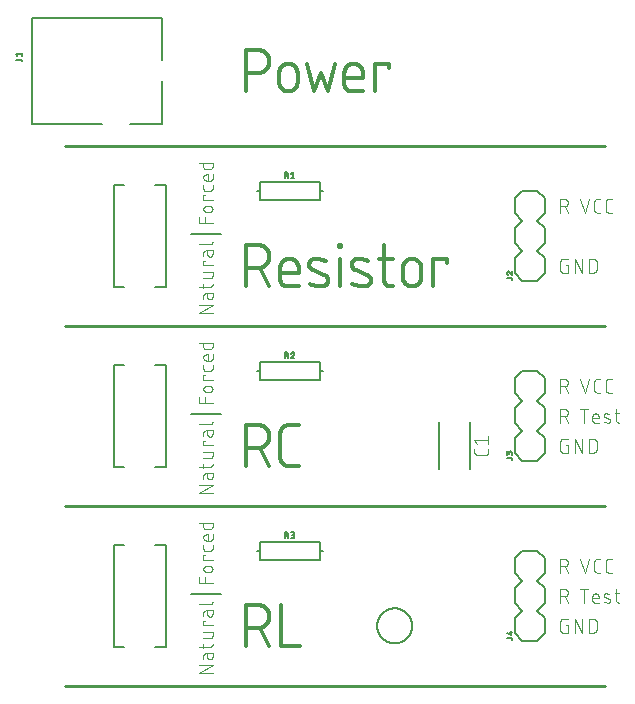
<source format=gbr>
G04 EAGLE Gerber RS-274X export*
G75*
%MOMM*%
%FSLAX34Y34*%
%LPD*%
%INSilkscreen Top*%
%IPPOS*%
%AMOC8*
5,1,8,0,0,1.08239X$1,22.5*%
G01*
%ADD10C,0.254000*%
%ADD11C,0.101600*%
%ADD12C,0.304800*%
%ADD13C,0.203200*%
%ADD14C,0.200000*%
%ADD15C,0.127000*%


D10*
X25400Y546100D02*
X482600Y546100D01*
X482600Y393700D02*
X25400Y393700D01*
X25400Y241300D02*
X482600Y241300D01*
X482600Y88900D02*
X25400Y88900D01*
D11*
X445008Y184658D02*
X445008Y196342D01*
X448254Y196342D01*
X448367Y196340D01*
X448480Y196334D01*
X448593Y196324D01*
X448706Y196310D01*
X448818Y196293D01*
X448929Y196271D01*
X449039Y196246D01*
X449149Y196216D01*
X449257Y196183D01*
X449364Y196146D01*
X449470Y196106D01*
X449574Y196061D01*
X449677Y196013D01*
X449778Y195962D01*
X449877Y195907D01*
X449974Y195849D01*
X450069Y195787D01*
X450162Y195722D01*
X450252Y195654D01*
X450340Y195583D01*
X450426Y195508D01*
X450509Y195431D01*
X450589Y195351D01*
X450666Y195268D01*
X450741Y195182D01*
X450812Y195094D01*
X450880Y195004D01*
X450945Y194911D01*
X451007Y194816D01*
X451065Y194719D01*
X451120Y194620D01*
X451171Y194519D01*
X451219Y194416D01*
X451264Y194312D01*
X451304Y194206D01*
X451341Y194099D01*
X451374Y193991D01*
X451404Y193881D01*
X451429Y193771D01*
X451451Y193660D01*
X451468Y193548D01*
X451482Y193435D01*
X451492Y193322D01*
X451498Y193209D01*
X451500Y193096D01*
X451498Y192983D01*
X451492Y192870D01*
X451482Y192757D01*
X451468Y192644D01*
X451451Y192532D01*
X451429Y192421D01*
X451404Y192311D01*
X451374Y192201D01*
X451341Y192093D01*
X451304Y191986D01*
X451264Y191880D01*
X451219Y191776D01*
X451171Y191673D01*
X451120Y191572D01*
X451065Y191473D01*
X451007Y191376D01*
X450945Y191281D01*
X450880Y191188D01*
X450812Y191098D01*
X450741Y191010D01*
X450666Y190924D01*
X450589Y190841D01*
X450509Y190761D01*
X450426Y190684D01*
X450340Y190609D01*
X450252Y190538D01*
X450162Y190470D01*
X450069Y190405D01*
X449974Y190343D01*
X449877Y190285D01*
X449778Y190230D01*
X449677Y190179D01*
X449574Y190131D01*
X449470Y190086D01*
X449364Y190046D01*
X449257Y190009D01*
X449149Y189976D01*
X449039Y189946D01*
X448929Y189921D01*
X448818Y189899D01*
X448706Y189882D01*
X448593Y189868D01*
X448480Y189858D01*
X448367Y189852D01*
X448254Y189850D01*
X448254Y189851D02*
X445008Y189851D01*
X448903Y189851D02*
X451499Y184658D01*
X465706Y184658D02*
X461811Y196342D01*
X469601Y196342D02*
X465706Y184658D01*
X476454Y184658D02*
X479050Y184658D01*
X476454Y184658D02*
X476355Y184660D01*
X476255Y184666D01*
X476156Y184675D01*
X476058Y184688D01*
X475960Y184705D01*
X475862Y184726D01*
X475766Y184751D01*
X475671Y184779D01*
X475577Y184811D01*
X475484Y184846D01*
X475392Y184885D01*
X475302Y184928D01*
X475214Y184973D01*
X475127Y185023D01*
X475043Y185075D01*
X474960Y185131D01*
X474880Y185189D01*
X474802Y185251D01*
X474727Y185316D01*
X474654Y185384D01*
X474584Y185454D01*
X474516Y185527D01*
X474451Y185602D01*
X474389Y185680D01*
X474331Y185760D01*
X474275Y185843D01*
X474223Y185927D01*
X474173Y186014D01*
X474128Y186102D01*
X474085Y186192D01*
X474046Y186284D01*
X474011Y186377D01*
X473979Y186471D01*
X473951Y186566D01*
X473926Y186662D01*
X473905Y186760D01*
X473888Y186858D01*
X473875Y186956D01*
X473866Y187055D01*
X473860Y187155D01*
X473858Y187254D01*
X473857Y187254D02*
X473857Y193746D01*
X473858Y193746D02*
X473860Y193845D01*
X473866Y193945D01*
X473875Y194044D01*
X473888Y194142D01*
X473905Y194240D01*
X473926Y194338D01*
X473951Y194434D01*
X473979Y194529D01*
X474011Y194623D01*
X474046Y194716D01*
X474085Y194808D01*
X474128Y194898D01*
X474173Y194986D01*
X474223Y195073D01*
X474275Y195157D01*
X474331Y195240D01*
X474389Y195320D01*
X474451Y195398D01*
X474516Y195473D01*
X474584Y195546D01*
X474654Y195616D01*
X474727Y195684D01*
X474802Y195749D01*
X474880Y195811D01*
X474960Y195869D01*
X475043Y195925D01*
X475127Y195977D01*
X475214Y196027D01*
X475302Y196072D01*
X475392Y196115D01*
X475484Y196154D01*
X475576Y196189D01*
X475671Y196221D01*
X475766Y196249D01*
X475862Y196274D01*
X475960Y196295D01*
X476058Y196312D01*
X476156Y196325D01*
X476255Y196334D01*
X476355Y196340D01*
X476454Y196342D01*
X479050Y196342D01*
X485979Y184658D02*
X488575Y184658D01*
X485979Y184658D02*
X485880Y184660D01*
X485780Y184666D01*
X485681Y184675D01*
X485583Y184688D01*
X485485Y184705D01*
X485387Y184726D01*
X485291Y184751D01*
X485196Y184779D01*
X485102Y184811D01*
X485009Y184846D01*
X484917Y184885D01*
X484827Y184928D01*
X484739Y184973D01*
X484652Y185023D01*
X484568Y185075D01*
X484485Y185131D01*
X484405Y185189D01*
X484327Y185251D01*
X484252Y185316D01*
X484179Y185384D01*
X484109Y185454D01*
X484041Y185527D01*
X483976Y185602D01*
X483914Y185680D01*
X483856Y185760D01*
X483800Y185843D01*
X483748Y185927D01*
X483698Y186014D01*
X483653Y186102D01*
X483610Y186192D01*
X483571Y186284D01*
X483536Y186377D01*
X483504Y186471D01*
X483476Y186566D01*
X483451Y186662D01*
X483430Y186760D01*
X483413Y186858D01*
X483400Y186956D01*
X483391Y187055D01*
X483385Y187155D01*
X483383Y187254D01*
X483382Y187254D02*
X483382Y193746D01*
X483383Y193746D02*
X483385Y193845D01*
X483391Y193945D01*
X483400Y194044D01*
X483413Y194142D01*
X483430Y194240D01*
X483451Y194338D01*
X483476Y194434D01*
X483504Y194529D01*
X483536Y194623D01*
X483571Y194716D01*
X483610Y194808D01*
X483653Y194898D01*
X483698Y194986D01*
X483748Y195073D01*
X483800Y195157D01*
X483856Y195240D01*
X483914Y195320D01*
X483976Y195398D01*
X484041Y195473D01*
X484109Y195546D01*
X484179Y195616D01*
X484252Y195684D01*
X484327Y195749D01*
X484405Y195811D01*
X484485Y195869D01*
X484568Y195925D01*
X484652Y195977D01*
X484739Y196027D01*
X484827Y196072D01*
X484917Y196115D01*
X485009Y196154D01*
X485101Y196189D01*
X485196Y196221D01*
X485291Y196249D01*
X485387Y196274D01*
X485485Y196295D01*
X485583Y196312D01*
X485681Y196325D01*
X485780Y196334D01*
X485880Y196340D01*
X485979Y196342D01*
X488575Y196342D01*
X445008Y170942D02*
X445008Y159258D01*
X445008Y170942D02*
X448254Y170942D01*
X448367Y170940D01*
X448480Y170934D01*
X448593Y170924D01*
X448706Y170910D01*
X448818Y170893D01*
X448929Y170871D01*
X449039Y170846D01*
X449149Y170816D01*
X449257Y170783D01*
X449364Y170746D01*
X449470Y170706D01*
X449574Y170661D01*
X449677Y170613D01*
X449778Y170562D01*
X449877Y170507D01*
X449974Y170449D01*
X450069Y170387D01*
X450162Y170322D01*
X450252Y170254D01*
X450340Y170183D01*
X450426Y170108D01*
X450509Y170031D01*
X450589Y169951D01*
X450666Y169868D01*
X450741Y169782D01*
X450812Y169694D01*
X450880Y169604D01*
X450945Y169511D01*
X451007Y169416D01*
X451065Y169319D01*
X451120Y169220D01*
X451171Y169119D01*
X451219Y169016D01*
X451264Y168912D01*
X451304Y168806D01*
X451341Y168699D01*
X451374Y168591D01*
X451404Y168481D01*
X451429Y168371D01*
X451451Y168260D01*
X451468Y168148D01*
X451482Y168035D01*
X451492Y167922D01*
X451498Y167809D01*
X451500Y167696D01*
X451498Y167583D01*
X451492Y167470D01*
X451482Y167357D01*
X451468Y167244D01*
X451451Y167132D01*
X451429Y167021D01*
X451404Y166911D01*
X451374Y166801D01*
X451341Y166693D01*
X451304Y166586D01*
X451264Y166480D01*
X451219Y166376D01*
X451171Y166273D01*
X451120Y166172D01*
X451065Y166073D01*
X451007Y165976D01*
X450945Y165881D01*
X450880Y165788D01*
X450812Y165698D01*
X450741Y165610D01*
X450666Y165524D01*
X450589Y165441D01*
X450509Y165361D01*
X450426Y165284D01*
X450340Y165209D01*
X450252Y165138D01*
X450162Y165070D01*
X450069Y165005D01*
X449974Y164943D01*
X449877Y164885D01*
X449778Y164830D01*
X449677Y164779D01*
X449574Y164731D01*
X449470Y164686D01*
X449364Y164646D01*
X449257Y164609D01*
X449149Y164576D01*
X449039Y164546D01*
X448929Y164521D01*
X448818Y164499D01*
X448706Y164482D01*
X448593Y164468D01*
X448480Y164458D01*
X448367Y164452D01*
X448254Y164450D01*
X448254Y164451D02*
X445008Y164451D01*
X448903Y164451D02*
X451499Y159258D01*
X464944Y159258D02*
X464944Y170942D01*
X468189Y170942D02*
X461698Y170942D01*
X474201Y159258D02*
X477446Y159258D01*
X474201Y159258D02*
X474114Y159260D01*
X474026Y159266D01*
X473940Y159276D01*
X473853Y159289D01*
X473768Y159307D01*
X473683Y159328D01*
X473599Y159353D01*
X473517Y159382D01*
X473436Y159415D01*
X473356Y159451D01*
X473278Y159490D01*
X473202Y159534D01*
X473128Y159580D01*
X473057Y159630D01*
X472987Y159683D01*
X472920Y159739D01*
X472856Y159798D01*
X472794Y159860D01*
X472735Y159924D01*
X472679Y159991D01*
X472626Y160061D01*
X472576Y160132D01*
X472530Y160206D01*
X472486Y160282D01*
X472447Y160360D01*
X472411Y160440D01*
X472378Y160521D01*
X472349Y160603D01*
X472324Y160687D01*
X472303Y160772D01*
X472285Y160857D01*
X472272Y160944D01*
X472262Y161030D01*
X472256Y161118D01*
X472254Y161205D01*
X472253Y161205D02*
X472253Y164451D01*
X472254Y164451D02*
X472256Y164552D01*
X472262Y164652D01*
X472272Y164752D01*
X472285Y164852D01*
X472303Y164951D01*
X472324Y165050D01*
X472349Y165147D01*
X472378Y165244D01*
X472411Y165339D01*
X472447Y165433D01*
X472487Y165525D01*
X472530Y165616D01*
X472577Y165705D01*
X472627Y165792D01*
X472681Y165878D01*
X472738Y165961D01*
X472798Y166041D01*
X472861Y166120D01*
X472928Y166196D01*
X472997Y166269D01*
X473069Y166339D01*
X473143Y166407D01*
X473220Y166472D01*
X473300Y166533D01*
X473382Y166592D01*
X473466Y166647D01*
X473552Y166699D01*
X473640Y166748D01*
X473730Y166793D01*
X473822Y166835D01*
X473915Y166873D01*
X474010Y166907D01*
X474105Y166938D01*
X474202Y166965D01*
X474300Y166988D01*
X474399Y167008D01*
X474499Y167023D01*
X474599Y167035D01*
X474699Y167043D01*
X474800Y167047D01*
X474900Y167047D01*
X475001Y167043D01*
X475101Y167035D01*
X475201Y167023D01*
X475301Y167008D01*
X475400Y166988D01*
X475498Y166965D01*
X475595Y166938D01*
X475690Y166907D01*
X475785Y166873D01*
X475878Y166835D01*
X475970Y166793D01*
X476060Y166748D01*
X476148Y166699D01*
X476234Y166647D01*
X476318Y166592D01*
X476400Y166533D01*
X476480Y166472D01*
X476557Y166407D01*
X476631Y166339D01*
X476703Y166269D01*
X476772Y166196D01*
X476839Y166120D01*
X476902Y166041D01*
X476962Y165961D01*
X477019Y165878D01*
X477073Y165792D01*
X477123Y165705D01*
X477170Y165616D01*
X477213Y165525D01*
X477253Y165433D01*
X477289Y165339D01*
X477322Y165244D01*
X477351Y165147D01*
X477376Y165050D01*
X477397Y164951D01*
X477415Y164852D01*
X477428Y164752D01*
X477438Y164652D01*
X477444Y164552D01*
X477446Y164451D01*
X477446Y163153D01*
X472253Y163153D01*
X483133Y163802D02*
X486379Y162504D01*
X483133Y163801D02*
X483058Y163834D01*
X482984Y163870D01*
X482912Y163909D01*
X482842Y163952D01*
X482775Y163998D01*
X482709Y164048D01*
X482647Y164100D01*
X482586Y164156D01*
X482529Y164214D01*
X482474Y164275D01*
X482423Y164339D01*
X482375Y164405D01*
X482330Y164474D01*
X482288Y164544D01*
X482250Y164617D01*
X482215Y164691D01*
X482184Y164767D01*
X482157Y164844D01*
X482134Y164923D01*
X482114Y165002D01*
X482099Y165083D01*
X482087Y165164D01*
X482079Y165246D01*
X482075Y165327D01*
X482076Y165409D01*
X482080Y165491D01*
X482088Y165573D01*
X482100Y165654D01*
X482116Y165734D01*
X482136Y165814D01*
X482160Y165892D01*
X482188Y165969D01*
X482219Y166045D01*
X482254Y166119D01*
X482292Y166191D01*
X482334Y166262D01*
X482380Y166330D01*
X482428Y166396D01*
X482480Y166459D01*
X482535Y166520D01*
X482593Y166578D01*
X482653Y166634D01*
X482716Y166686D01*
X482782Y166735D01*
X482850Y166781D01*
X482920Y166823D01*
X482992Y166863D01*
X483066Y166898D01*
X483141Y166930D01*
X483218Y166958D01*
X483296Y166982D01*
X483376Y167003D01*
X483456Y167020D01*
X483537Y167032D01*
X483618Y167041D01*
X483700Y167046D01*
X483782Y167047D01*
X483959Y167043D01*
X484136Y167034D01*
X484313Y167020D01*
X484490Y167003D01*
X484665Y166981D01*
X484841Y166956D01*
X485015Y166925D01*
X485189Y166891D01*
X485362Y166853D01*
X485534Y166810D01*
X485705Y166763D01*
X485875Y166713D01*
X486044Y166658D01*
X486211Y166599D01*
X486376Y166536D01*
X486541Y166469D01*
X486703Y166398D01*
X486379Y162504D02*
X486454Y162471D01*
X486528Y162435D01*
X486600Y162396D01*
X486670Y162353D01*
X486737Y162307D01*
X486803Y162257D01*
X486865Y162205D01*
X486926Y162149D01*
X486983Y162091D01*
X487038Y162030D01*
X487089Y161966D01*
X487137Y161900D01*
X487182Y161831D01*
X487224Y161761D01*
X487262Y161688D01*
X487297Y161614D01*
X487328Y161538D01*
X487355Y161461D01*
X487378Y161382D01*
X487398Y161303D01*
X487413Y161222D01*
X487425Y161141D01*
X487433Y161059D01*
X487437Y160978D01*
X487436Y160896D01*
X487432Y160814D01*
X487424Y160732D01*
X487412Y160651D01*
X487396Y160571D01*
X487376Y160491D01*
X487352Y160413D01*
X487324Y160336D01*
X487293Y160260D01*
X487258Y160186D01*
X487220Y160114D01*
X487178Y160043D01*
X487132Y159975D01*
X487084Y159909D01*
X487032Y159846D01*
X486977Y159785D01*
X486919Y159727D01*
X486859Y159671D01*
X486796Y159619D01*
X486730Y159570D01*
X486662Y159524D01*
X486592Y159482D01*
X486520Y159442D01*
X486446Y159407D01*
X486371Y159375D01*
X486294Y159347D01*
X486216Y159323D01*
X486136Y159302D01*
X486056Y159285D01*
X485975Y159273D01*
X485894Y159264D01*
X485812Y159259D01*
X485730Y159258D01*
X485470Y159265D01*
X485210Y159278D01*
X484950Y159297D01*
X484691Y159322D01*
X484432Y159354D01*
X484175Y159391D01*
X483918Y159435D01*
X483662Y159484D01*
X483408Y159540D01*
X483155Y159601D01*
X482904Y159669D01*
X482654Y159743D01*
X482406Y159822D01*
X482160Y159907D01*
X491098Y167047D02*
X494993Y167047D01*
X492396Y170942D02*
X492396Y161205D01*
X492397Y161205D02*
X492399Y161118D01*
X492405Y161030D01*
X492415Y160944D01*
X492428Y160857D01*
X492446Y160772D01*
X492467Y160687D01*
X492492Y160603D01*
X492521Y160521D01*
X492554Y160440D01*
X492590Y160360D01*
X492629Y160282D01*
X492673Y160206D01*
X492719Y160132D01*
X492769Y160061D01*
X492822Y159991D01*
X492878Y159924D01*
X492937Y159860D01*
X492999Y159798D01*
X493063Y159739D01*
X493130Y159683D01*
X493200Y159630D01*
X493271Y159580D01*
X493345Y159534D01*
X493421Y159490D01*
X493499Y159451D01*
X493579Y159415D01*
X493660Y159382D01*
X493742Y159353D01*
X493826Y159328D01*
X493911Y159307D01*
X493996Y159289D01*
X494083Y159276D01*
X494169Y159266D01*
X494257Y159260D01*
X494344Y159258D01*
X494993Y159258D01*
X451499Y140349D02*
X449552Y140349D01*
X451499Y140349D02*
X451499Y133858D01*
X447604Y133858D01*
X447505Y133860D01*
X447405Y133866D01*
X447306Y133875D01*
X447208Y133888D01*
X447110Y133905D01*
X447012Y133926D01*
X446916Y133951D01*
X446821Y133979D01*
X446727Y134011D01*
X446634Y134046D01*
X446542Y134085D01*
X446452Y134128D01*
X446364Y134173D01*
X446277Y134223D01*
X446193Y134275D01*
X446110Y134331D01*
X446030Y134389D01*
X445952Y134451D01*
X445877Y134516D01*
X445804Y134584D01*
X445734Y134654D01*
X445666Y134727D01*
X445601Y134802D01*
X445539Y134880D01*
X445481Y134960D01*
X445425Y135043D01*
X445373Y135127D01*
X445323Y135214D01*
X445278Y135302D01*
X445235Y135392D01*
X445196Y135484D01*
X445161Y135577D01*
X445129Y135671D01*
X445101Y135766D01*
X445076Y135862D01*
X445055Y135960D01*
X445038Y136058D01*
X445025Y136156D01*
X445016Y136255D01*
X445010Y136355D01*
X445008Y136454D01*
X445008Y142946D01*
X445010Y143045D01*
X445016Y143145D01*
X445025Y143244D01*
X445038Y143342D01*
X445055Y143440D01*
X445076Y143538D01*
X445101Y143634D01*
X445129Y143729D01*
X445161Y143823D01*
X445196Y143916D01*
X445235Y144008D01*
X445278Y144098D01*
X445323Y144186D01*
X445373Y144273D01*
X445425Y144357D01*
X445481Y144440D01*
X445539Y144520D01*
X445601Y144598D01*
X445666Y144673D01*
X445734Y144746D01*
X445804Y144816D01*
X445877Y144884D01*
X445952Y144949D01*
X446030Y145011D01*
X446110Y145069D01*
X446193Y145125D01*
X446277Y145177D01*
X446364Y145227D01*
X446452Y145272D01*
X446542Y145315D01*
X446634Y145354D01*
X446726Y145389D01*
X446821Y145421D01*
X446916Y145449D01*
X447012Y145474D01*
X447110Y145495D01*
X447208Y145512D01*
X447306Y145525D01*
X447405Y145534D01*
X447505Y145540D01*
X447604Y145542D01*
X451499Y145542D01*
X457200Y145542D02*
X457200Y133858D01*
X463691Y133858D02*
X457200Y145542D01*
X463691Y145542D02*
X463691Y133858D01*
X469392Y133858D02*
X469392Y145542D01*
X472637Y145542D01*
X472750Y145540D01*
X472863Y145534D01*
X472976Y145524D01*
X473089Y145510D01*
X473201Y145493D01*
X473312Y145471D01*
X473422Y145446D01*
X473532Y145416D01*
X473640Y145383D01*
X473747Y145346D01*
X473853Y145306D01*
X473957Y145261D01*
X474060Y145213D01*
X474161Y145162D01*
X474260Y145107D01*
X474357Y145049D01*
X474452Y144987D01*
X474545Y144922D01*
X474635Y144854D01*
X474723Y144783D01*
X474809Y144708D01*
X474892Y144631D01*
X474972Y144551D01*
X475049Y144468D01*
X475124Y144382D01*
X475195Y144294D01*
X475263Y144204D01*
X475328Y144111D01*
X475390Y144016D01*
X475448Y143919D01*
X475503Y143820D01*
X475554Y143719D01*
X475602Y143616D01*
X475647Y143512D01*
X475687Y143406D01*
X475724Y143299D01*
X475757Y143191D01*
X475787Y143081D01*
X475812Y142971D01*
X475834Y142860D01*
X475851Y142748D01*
X475865Y142635D01*
X475875Y142522D01*
X475881Y142409D01*
X475883Y142296D01*
X475883Y137104D01*
X475884Y137104D02*
X475882Y136991D01*
X475876Y136878D01*
X475866Y136765D01*
X475852Y136652D01*
X475835Y136540D01*
X475813Y136429D01*
X475788Y136319D01*
X475758Y136209D01*
X475725Y136101D01*
X475688Y135994D01*
X475648Y135888D01*
X475603Y135784D01*
X475555Y135681D01*
X475504Y135580D01*
X475449Y135481D01*
X475391Y135384D01*
X475329Y135289D01*
X475264Y135196D01*
X475196Y135106D01*
X475125Y135018D01*
X475050Y134932D01*
X474973Y134849D01*
X474893Y134769D01*
X474810Y134692D01*
X474724Y134617D01*
X474636Y134546D01*
X474546Y134478D01*
X474453Y134413D01*
X474358Y134351D01*
X474261Y134293D01*
X474162Y134238D01*
X474061Y134187D01*
X473958Y134139D01*
X473854Y134094D01*
X473748Y134054D01*
X473641Y134017D01*
X473533Y133984D01*
X473423Y133954D01*
X473313Y133929D01*
X473202Y133907D01*
X473090Y133890D01*
X472977Y133876D01*
X472864Y133866D01*
X472751Y133860D01*
X472638Y133858D01*
X472637Y133858D02*
X469392Y133858D01*
X445008Y337058D02*
X445008Y348742D01*
X448254Y348742D01*
X448367Y348740D01*
X448480Y348734D01*
X448593Y348724D01*
X448706Y348710D01*
X448818Y348693D01*
X448929Y348671D01*
X449039Y348646D01*
X449149Y348616D01*
X449257Y348583D01*
X449364Y348546D01*
X449470Y348506D01*
X449574Y348461D01*
X449677Y348413D01*
X449778Y348362D01*
X449877Y348307D01*
X449974Y348249D01*
X450069Y348187D01*
X450162Y348122D01*
X450252Y348054D01*
X450340Y347983D01*
X450426Y347908D01*
X450509Y347831D01*
X450589Y347751D01*
X450666Y347668D01*
X450741Y347582D01*
X450812Y347494D01*
X450880Y347404D01*
X450945Y347311D01*
X451007Y347216D01*
X451065Y347119D01*
X451120Y347020D01*
X451171Y346919D01*
X451219Y346816D01*
X451264Y346712D01*
X451304Y346606D01*
X451341Y346499D01*
X451374Y346391D01*
X451404Y346281D01*
X451429Y346171D01*
X451451Y346060D01*
X451468Y345948D01*
X451482Y345835D01*
X451492Y345722D01*
X451498Y345609D01*
X451500Y345496D01*
X451498Y345383D01*
X451492Y345270D01*
X451482Y345157D01*
X451468Y345044D01*
X451451Y344932D01*
X451429Y344821D01*
X451404Y344711D01*
X451374Y344601D01*
X451341Y344493D01*
X451304Y344386D01*
X451264Y344280D01*
X451219Y344176D01*
X451171Y344073D01*
X451120Y343972D01*
X451065Y343873D01*
X451007Y343776D01*
X450945Y343681D01*
X450880Y343588D01*
X450812Y343498D01*
X450741Y343410D01*
X450666Y343324D01*
X450589Y343241D01*
X450509Y343161D01*
X450426Y343084D01*
X450340Y343009D01*
X450252Y342938D01*
X450162Y342870D01*
X450069Y342805D01*
X449974Y342743D01*
X449877Y342685D01*
X449778Y342630D01*
X449677Y342579D01*
X449574Y342531D01*
X449470Y342486D01*
X449364Y342446D01*
X449257Y342409D01*
X449149Y342376D01*
X449039Y342346D01*
X448929Y342321D01*
X448818Y342299D01*
X448706Y342282D01*
X448593Y342268D01*
X448480Y342258D01*
X448367Y342252D01*
X448254Y342250D01*
X448254Y342251D02*
X445008Y342251D01*
X448903Y342251D02*
X451499Y337058D01*
X465706Y337058D02*
X461811Y348742D01*
X469601Y348742D02*
X465706Y337058D01*
X476454Y337058D02*
X479050Y337058D01*
X476454Y337058D02*
X476355Y337060D01*
X476255Y337066D01*
X476156Y337075D01*
X476058Y337088D01*
X475960Y337105D01*
X475862Y337126D01*
X475766Y337151D01*
X475671Y337179D01*
X475577Y337211D01*
X475484Y337246D01*
X475392Y337285D01*
X475302Y337328D01*
X475214Y337373D01*
X475127Y337423D01*
X475043Y337475D01*
X474960Y337531D01*
X474880Y337589D01*
X474802Y337651D01*
X474727Y337716D01*
X474654Y337784D01*
X474584Y337854D01*
X474516Y337927D01*
X474451Y338002D01*
X474389Y338080D01*
X474331Y338160D01*
X474275Y338243D01*
X474223Y338327D01*
X474173Y338414D01*
X474128Y338502D01*
X474085Y338592D01*
X474046Y338684D01*
X474011Y338777D01*
X473979Y338871D01*
X473951Y338966D01*
X473926Y339062D01*
X473905Y339160D01*
X473888Y339258D01*
X473875Y339356D01*
X473866Y339455D01*
X473860Y339555D01*
X473858Y339654D01*
X473857Y339654D02*
X473857Y346146D01*
X473858Y346146D02*
X473860Y346245D01*
X473866Y346345D01*
X473875Y346444D01*
X473888Y346542D01*
X473905Y346640D01*
X473926Y346738D01*
X473951Y346834D01*
X473979Y346929D01*
X474011Y347023D01*
X474046Y347116D01*
X474085Y347208D01*
X474128Y347298D01*
X474173Y347386D01*
X474223Y347473D01*
X474275Y347557D01*
X474331Y347640D01*
X474389Y347720D01*
X474451Y347798D01*
X474516Y347873D01*
X474584Y347946D01*
X474654Y348016D01*
X474727Y348084D01*
X474802Y348149D01*
X474880Y348211D01*
X474960Y348269D01*
X475043Y348325D01*
X475127Y348377D01*
X475214Y348427D01*
X475302Y348472D01*
X475392Y348515D01*
X475484Y348554D01*
X475576Y348589D01*
X475671Y348621D01*
X475766Y348649D01*
X475862Y348674D01*
X475960Y348695D01*
X476058Y348712D01*
X476156Y348725D01*
X476255Y348734D01*
X476355Y348740D01*
X476454Y348742D01*
X479050Y348742D01*
X485979Y337058D02*
X488575Y337058D01*
X485979Y337058D02*
X485880Y337060D01*
X485780Y337066D01*
X485681Y337075D01*
X485583Y337088D01*
X485485Y337105D01*
X485387Y337126D01*
X485291Y337151D01*
X485196Y337179D01*
X485102Y337211D01*
X485009Y337246D01*
X484917Y337285D01*
X484827Y337328D01*
X484739Y337373D01*
X484652Y337423D01*
X484568Y337475D01*
X484485Y337531D01*
X484405Y337589D01*
X484327Y337651D01*
X484252Y337716D01*
X484179Y337784D01*
X484109Y337854D01*
X484041Y337927D01*
X483976Y338002D01*
X483914Y338080D01*
X483856Y338160D01*
X483800Y338243D01*
X483748Y338327D01*
X483698Y338414D01*
X483653Y338502D01*
X483610Y338592D01*
X483571Y338684D01*
X483536Y338777D01*
X483504Y338871D01*
X483476Y338966D01*
X483451Y339062D01*
X483430Y339160D01*
X483413Y339258D01*
X483400Y339356D01*
X483391Y339455D01*
X483385Y339555D01*
X483383Y339654D01*
X483382Y339654D02*
X483382Y346146D01*
X483383Y346146D02*
X483385Y346245D01*
X483391Y346345D01*
X483400Y346444D01*
X483413Y346542D01*
X483430Y346640D01*
X483451Y346738D01*
X483476Y346834D01*
X483504Y346929D01*
X483536Y347023D01*
X483571Y347116D01*
X483610Y347208D01*
X483653Y347298D01*
X483698Y347386D01*
X483748Y347473D01*
X483800Y347557D01*
X483856Y347640D01*
X483914Y347720D01*
X483976Y347798D01*
X484041Y347873D01*
X484109Y347946D01*
X484179Y348016D01*
X484252Y348084D01*
X484327Y348149D01*
X484405Y348211D01*
X484485Y348269D01*
X484568Y348325D01*
X484652Y348377D01*
X484739Y348427D01*
X484827Y348472D01*
X484917Y348515D01*
X485009Y348554D01*
X485101Y348589D01*
X485196Y348621D01*
X485291Y348649D01*
X485387Y348674D01*
X485485Y348695D01*
X485583Y348712D01*
X485681Y348725D01*
X485780Y348734D01*
X485880Y348740D01*
X485979Y348742D01*
X488575Y348742D01*
X445008Y323342D02*
X445008Y311658D01*
X445008Y323342D02*
X448254Y323342D01*
X448367Y323340D01*
X448480Y323334D01*
X448593Y323324D01*
X448706Y323310D01*
X448818Y323293D01*
X448929Y323271D01*
X449039Y323246D01*
X449149Y323216D01*
X449257Y323183D01*
X449364Y323146D01*
X449470Y323106D01*
X449574Y323061D01*
X449677Y323013D01*
X449778Y322962D01*
X449877Y322907D01*
X449974Y322849D01*
X450069Y322787D01*
X450162Y322722D01*
X450252Y322654D01*
X450340Y322583D01*
X450426Y322508D01*
X450509Y322431D01*
X450589Y322351D01*
X450666Y322268D01*
X450741Y322182D01*
X450812Y322094D01*
X450880Y322004D01*
X450945Y321911D01*
X451007Y321816D01*
X451065Y321719D01*
X451120Y321620D01*
X451171Y321519D01*
X451219Y321416D01*
X451264Y321312D01*
X451304Y321206D01*
X451341Y321099D01*
X451374Y320991D01*
X451404Y320881D01*
X451429Y320771D01*
X451451Y320660D01*
X451468Y320548D01*
X451482Y320435D01*
X451492Y320322D01*
X451498Y320209D01*
X451500Y320096D01*
X451498Y319983D01*
X451492Y319870D01*
X451482Y319757D01*
X451468Y319644D01*
X451451Y319532D01*
X451429Y319421D01*
X451404Y319311D01*
X451374Y319201D01*
X451341Y319093D01*
X451304Y318986D01*
X451264Y318880D01*
X451219Y318776D01*
X451171Y318673D01*
X451120Y318572D01*
X451065Y318473D01*
X451007Y318376D01*
X450945Y318281D01*
X450880Y318188D01*
X450812Y318098D01*
X450741Y318010D01*
X450666Y317924D01*
X450589Y317841D01*
X450509Y317761D01*
X450426Y317684D01*
X450340Y317609D01*
X450252Y317538D01*
X450162Y317470D01*
X450069Y317405D01*
X449974Y317343D01*
X449877Y317285D01*
X449778Y317230D01*
X449677Y317179D01*
X449574Y317131D01*
X449470Y317086D01*
X449364Y317046D01*
X449257Y317009D01*
X449149Y316976D01*
X449039Y316946D01*
X448929Y316921D01*
X448818Y316899D01*
X448706Y316882D01*
X448593Y316868D01*
X448480Y316858D01*
X448367Y316852D01*
X448254Y316850D01*
X448254Y316851D02*
X445008Y316851D01*
X448903Y316851D02*
X451499Y311658D01*
X464944Y311658D02*
X464944Y323342D01*
X468189Y323342D02*
X461698Y323342D01*
X474201Y311658D02*
X477446Y311658D01*
X474201Y311658D02*
X474114Y311660D01*
X474026Y311666D01*
X473940Y311676D01*
X473853Y311689D01*
X473768Y311707D01*
X473683Y311728D01*
X473599Y311753D01*
X473517Y311782D01*
X473436Y311815D01*
X473356Y311851D01*
X473278Y311890D01*
X473202Y311934D01*
X473128Y311980D01*
X473057Y312030D01*
X472987Y312083D01*
X472920Y312139D01*
X472856Y312198D01*
X472794Y312260D01*
X472735Y312324D01*
X472679Y312391D01*
X472626Y312461D01*
X472576Y312532D01*
X472530Y312606D01*
X472486Y312682D01*
X472447Y312760D01*
X472411Y312840D01*
X472378Y312921D01*
X472349Y313003D01*
X472324Y313087D01*
X472303Y313172D01*
X472285Y313257D01*
X472272Y313344D01*
X472262Y313430D01*
X472256Y313518D01*
X472254Y313605D01*
X472253Y313605D02*
X472253Y316851D01*
X472254Y316851D02*
X472256Y316952D01*
X472262Y317052D01*
X472272Y317152D01*
X472285Y317252D01*
X472303Y317351D01*
X472324Y317450D01*
X472349Y317547D01*
X472378Y317644D01*
X472411Y317739D01*
X472447Y317833D01*
X472487Y317925D01*
X472530Y318016D01*
X472577Y318105D01*
X472627Y318192D01*
X472681Y318278D01*
X472738Y318361D01*
X472798Y318441D01*
X472861Y318520D01*
X472928Y318596D01*
X472997Y318669D01*
X473069Y318739D01*
X473143Y318807D01*
X473220Y318872D01*
X473300Y318933D01*
X473382Y318992D01*
X473466Y319047D01*
X473552Y319099D01*
X473640Y319148D01*
X473730Y319193D01*
X473822Y319235D01*
X473915Y319273D01*
X474010Y319307D01*
X474105Y319338D01*
X474202Y319365D01*
X474300Y319388D01*
X474399Y319408D01*
X474499Y319423D01*
X474599Y319435D01*
X474699Y319443D01*
X474800Y319447D01*
X474900Y319447D01*
X475001Y319443D01*
X475101Y319435D01*
X475201Y319423D01*
X475301Y319408D01*
X475400Y319388D01*
X475498Y319365D01*
X475595Y319338D01*
X475690Y319307D01*
X475785Y319273D01*
X475878Y319235D01*
X475970Y319193D01*
X476060Y319148D01*
X476148Y319099D01*
X476234Y319047D01*
X476318Y318992D01*
X476400Y318933D01*
X476480Y318872D01*
X476557Y318807D01*
X476631Y318739D01*
X476703Y318669D01*
X476772Y318596D01*
X476839Y318520D01*
X476902Y318441D01*
X476962Y318361D01*
X477019Y318278D01*
X477073Y318192D01*
X477123Y318105D01*
X477170Y318016D01*
X477213Y317925D01*
X477253Y317833D01*
X477289Y317739D01*
X477322Y317644D01*
X477351Y317547D01*
X477376Y317450D01*
X477397Y317351D01*
X477415Y317252D01*
X477428Y317152D01*
X477438Y317052D01*
X477444Y316952D01*
X477446Y316851D01*
X477446Y315553D01*
X472253Y315553D01*
X483133Y316202D02*
X486379Y314904D01*
X483133Y316201D02*
X483058Y316234D01*
X482984Y316270D01*
X482912Y316309D01*
X482842Y316352D01*
X482775Y316398D01*
X482709Y316448D01*
X482647Y316500D01*
X482586Y316556D01*
X482529Y316614D01*
X482474Y316675D01*
X482423Y316739D01*
X482375Y316805D01*
X482330Y316874D01*
X482288Y316944D01*
X482250Y317017D01*
X482215Y317091D01*
X482184Y317167D01*
X482157Y317244D01*
X482134Y317323D01*
X482114Y317402D01*
X482099Y317483D01*
X482087Y317564D01*
X482079Y317646D01*
X482075Y317727D01*
X482076Y317809D01*
X482080Y317891D01*
X482088Y317973D01*
X482100Y318054D01*
X482116Y318134D01*
X482136Y318214D01*
X482160Y318292D01*
X482188Y318369D01*
X482219Y318445D01*
X482254Y318519D01*
X482292Y318591D01*
X482334Y318662D01*
X482380Y318730D01*
X482428Y318796D01*
X482480Y318859D01*
X482535Y318920D01*
X482593Y318978D01*
X482653Y319034D01*
X482716Y319086D01*
X482782Y319135D01*
X482850Y319181D01*
X482920Y319223D01*
X482992Y319263D01*
X483066Y319298D01*
X483141Y319330D01*
X483218Y319358D01*
X483296Y319382D01*
X483376Y319403D01*
X483456Y319420D01*
X483537Y319432D01*
X483618Y319441D01*
X483700Y319446D01*
X483782Y319447D01*
X483959Y319443D01*
X484136Y319434D01*
X484313Y319420D01*
X484490Y319403D01*
X484665Y319381D01*
X484841Y319356D01*
X485015Y319325D01*
X485189Y319291D01*
X485362Y319253D01*
X485534Y319210D01*
X485705Y319163D01*
X485875Y319113D01*
X486044Y319058D01*
X486211Y318999D01*
X486376Y318936D01*
X486541Y318869D01*
X486703Y318798D01*
X486379Y314904D02*
X486454Y314871D01*
X486528Y314835D01*
X486600Y314796D01*
X486670Y314753D01*
X486737Y314707D01*
X486803Y314657D01*
X486865Y314605D01*
X486926Y314549D01*
X486983Y314491D01*
X487038Y314430D01*
X487089Y314366D01*
X487137Y314300D01*
X487182Y314231D01*
X487224Y314161D01*
X487262Y314088D01*
X487297Y314014D01*
X487328Y313938D01*
X487355Y313861D01*
X487378Y313782D01*
X487398Y313703D01*
X487413Y313622D01*
X487425Y313541D01*
X487433Y313459D01*
X487437Y313378D01*
X487436Y313296D01*
X487432Y313214D01*
X487424Y313132D01*
X487412Y313051D01*
X487396Y312971D01*
X487376Y312891D01*
X487352Y312813D01*
X487324Y312736D01*
X487293Y312660D01*
X487258Y312586D01*
X487220Y312514D01*
X487178Y312443D01*
X487132Y312375D01*
X487084Y312309D01*
X487032Y312246D01*
X486977Y312185D01*
X486919Y312127D01*
X486859Y312071D01*
X486796Y312019D01*
X486730Y311970D01*
X486662Y311924D01*
X486592Y311882D01*
X486520Y311842D01*
X486446Y311807D01*
X486371Y311775D01*
X486294Y311747D01*
X486216Y311723D01*
X486136Y311702D01*
X486056Y311685D01*
X485975Y311673D01*
X485894Y311664D01*
X485812Y311659D01*
X485730Y311658D01*
X485470Y311665D01*
X485210Y311678D01*
X484950Y311697D01*
X484691Y311722D01*
X484432Y311754D01*
X484175Y311791D01*
X483918Y311835D01*
X483662Y311884D01*
X483408Y311940D01*
X483155Y312001D01*
X482904Y312069D01*
X482654Y312143D01*
X482406Y312222D01*
X482160Y312307D01*
X491098Y319447D02*
X494993Y319447D01*
X492396Y323342D02*
X492396Y313605D01*
X492397Y313605D02*
X492399Y313518D01*
X492405Y313430D01*
X492415Y313344D01*
X492428Y313257D01*
X492446Y313172D01*
X492467Y313087D01*
X492492Y313003D01*
X492521Y312921D01*
X492554Y312840D01*
X492590Y312760D01*
X492629Y312682D01*
X492673Y312606D01*
X492719Y312532D01*
X492769Y312461D01*
X492822Y312391D01*
X492878Y312324D01*
X492937Y312260D01*
X492999Y312198D01*
X493063Y312139D01*
X493130Y312083D01*
X493200Y312030D01*
X493271Y311980D01*
X493345Y311934D01*
X493421Y311890D01*
X493499Y311851D01*
X493579Y311815D01*
X493660Y311782D01*
X493742Y311753D01*
X493826Y311728D01*
X493911Y311707D01*
X493996Y311689D01*
X494083Y311676D01*
X494169Y311666D01*
X494257Y311660D01*
X494344Y311658D01*
X494993Y311658D01*
X451499Y292749D02*
X449552Y292749D01*
X451499Y292749D02*
X451499Y286258D01*
X447604Y286258D01*
X447505Y286260D01*
X447405Y286266D01*
X447306Y286275D01*
X447208Y286288D01*
X447110Y286305D01*
X447012Y286326D01*
X446916Y286351D01*
X446821Y286379D01*
X446727Y286411D01*
X446634Y286446D01*
X446542Y286485D01*
X446452Y286528D01*
X446364Y286573D01*
X446277Y286623D01*
X446193Y286675D01*
X446110Y286731D01*
X446030Y286789D01*
X445952Y286851D01*
X445877Y286916D01*
X445804Y286984D01*
X445734Y287054D01*
X445666Y287127D01*
X445601Y287202D01*
X445539Y287280D01*
X445481Y287360D01*
X445425Y287443D01*
X445373Y287527D01*
X445323Y287614D01*
X445278Y287702D01*
X445235Y287792D01*
X445196Y287884D01*
X445161Y287977D01*
X445129Y288071D01*
X445101Y288166D01*
X445076Y288262D01*
X445055Y288360D01*
X445038Y288458D01*
X445025Y288556D01*
X445016Y288655D01*
X445010Y288755D01*
X445008Y288854D01*
X445008Y295346D01*
X445010Y295445D01*
X445016Y295545D01*
X445025Y295644D01*
X445038Y295742D01*
X445055Y295840D01*
X445076Y295938D01*
X445101Y296034D01*
X445129Y296129D01*
X445161Y296223D01*
X445196Y296316D01*
X445235Y296408D01*
X445278Y296498D01*
X445323Y296586D01*
X445373Y296673D01*
X445425Y296757D01*
X445481Y296840D01*
X445539Y296920D01*
X445601Y296998D01*
X445666Y297073D01*
X445734Y297146D01*
X445804Y297216D01*
X445877Y297284D01*
X445952Y297349D01*
X446030Y297411D01*
X446110Y297469D01*
X446193Y297525D01*
X446277Y297577D01*
X446364Y297627D01*
X446452Y297672D01*
X446542Y297715D01*
X446634Y297754D01*
X446726Y297789D01*
X446821Y297821D01*
X446916Y297849D01*
X447012Y297874D01*
X447110Y297895D01*
X447208Y297912D01*
X447306Y297925D01*
X447405Y297934D01*
X447505Y297940D01*
X447604Y297942D01*
X451499Y297942D01*
X457200Y297942D02*
X457200Y286258D01*
X463691Y286258D02*
X457200Y297942D01*
X463691Y297942D02*
X463691Y286258D01*
X469392Y286258D02*
X469392Y297942D01*
X472637Y297942D01*
X472750Y297940D01*
X472863Y297934D01*
X472976Y297924D01*
X473089Y297910D01*
X473201Y297893D01*
X473312Y297871D01*
X473422Y297846D01*
X473532Y297816D01*
X473640Y297783D01*
X473747Y297746D01*
X473853Y297706D01*
X473957Y297661D01*
X474060Y297613D01*
X474161Y297562D01*
X474260Y297507D01*
X474357Y297449D01*
X474452Y297387D01*
X474545Y297322D01*
X474635Y297254D01*
X474723Y297183D01*
X474809Y297108D01*
X474892Y297031D01*
X474972Y296951D01*
X475049Y296868D01*
X475124Y296782D01*
X475195Y296694D01*
X475263Y296604D01*
X475328Y296511D01*
X475390Y296416D01*
X475448Y296319D01*
X475503Y296220D01*
X475554Y296119D01*
X475602Y296016D01*
X475647Y295912D01*
X475687Y295806D01*
X475724Y295699D01*
X475757Y295591D01*
X475787Y295481D01*
X475812Y295371D01*
X475834Y295260D01*
X475851Y295148D01*
X475865Y295035D01*
X475875Y294922D01*
X475881Y294809D01*
X475883Y294696D01*
X475883Y289504D01*
X475884Y289504D02*
X475882Y289391D01*
X475876Y289278D01*
X475866Y289165D01*
X475852Y289052D01*
X475835Y288940D01*
X475813Y288829D01*
X475788Y288719D01*
X475758Y288609D01*
X475725Y288501D01*
X475688Y288394D01*
X475648Y288288D01*
X475603Y288184D01*
X475555Y288081D01*
X475504Y287980D01*
X475449Y287881D01*
X475391Y287784D01*
X475329Y287689D01*
X475264Y287596D01*
X475196Y287506D01*
X475125Y287418D01*
X475050Y287332D01*
X474973Y287249D01*
X474893Y287169D01*
X474810Y287092D01*
X474724Y287017D01*
X474636Y286946D01*
X474546Y286878D01*
X474453Y286813D01*
X474358Y286751D01*
X474261Y286693D01*
X474162Y286638D01*
X474061Y286587D01*
X473958Y286539D01*
X473854Y286494D01*
X473748Y286454D01*
X473641Y286417D01*
X473533Y286384D01*
X473423Y286354D01*
X473313Y286329D01*
X473202Y286307D01*
X473090Y286290D01*
X472977Y286276D01*
X472864Y286266D01*
X472751Y286260D01*
X472638Y286258D01*
X472637Y286258D02*
X469392Y286258D01*
X445008Y489458D02*
X445008Y501142D01*
X448254Y501142D01*
X448367Y501140D01*
X448480Y501134D01*
X448593Y501124D01*
X448706Y501110D01*
X448818Y501093D01*
X448929Y501071D01*
X449039Y501046D01*
X449149Y501016D01*
X449257Y500983D01*
X449364Y500946D01*
X449470Y500906D01*
X449574Y500861D01*
X449677Y500813D01*
X449778Y500762D01*
X449877Y500707D01*
X449974Y500649D01*
X450069Y500587D01*
X450162Y500522D01*
X450252Y500454D01*
X450340Y500383D01*
X450426Y500308D01*
X450509Y500231D01*
X450589Y500151D01*
X450666Y500068D01*
X450741Y499982D01*
X450812Y499894D01*
X450880Y499804D01*
X450945Y499711D01*
X451007Y499616D01*
X451065Y499519D01*
X451120Y499420D01*
X451171Y499319D01*
X451219Y499216D01*
X451264Y499112D01*
X451304Y499006D01*
X451341Y498899D01*
X451374Y498791D01*
X451404Y498681D01*
X451429Y498571D01*
X451451Y498460D01*
X451468Y498348D01*
X451482Y498235D01*
X451492Y498122D01*
X451498Y498009D01*
X451500Y497896D01*
X451498Y497783D01*
X451492Y497670D01*
X451482Y497557D01*
X451468Y497444D01*
X451451Y497332D01*
X451429Y497221D01*
X451404Y497111D01*
X451374Y497001D01*
X451341Y496893D01*
X451304Y496786D01*
X451264Y496680D01*
X451219Y496576D01*
X451171Y496473D01*
X451120Y496372D01*
X451065Y496273D01*
X451007Y496176D01*
X450945Y496081D01*
X450880Y495988D01*
X450812Y495898D01*
X450741Y495810D01*
X450666Y495724D01*
X450589Y495641D01*
X450509Y495561D01*
X450426Y495484D01*
X450340Y495409D01*
X450252Y495338D01*
X450162Y495270D01*
X450069Y495205D01*
X449974Y495143D01*
X449877Y495085D01*
X449778Y495030D01*
X449677Y494979D01*
X449574Y494931D01*
X449470Y494886D01*
X449364Y494846D01*
X449257Y494809D01*
X449149Y494776D01*
X449039Y494746D01*
X448929Y494721D01*
X448818Y494699D01*
X448706Y494682D01*
X448593Y494668D01*
X448480Y494658D01*
X448367Y494652D01*
X448254Y494650D01*
X448254Y494651D02*
X445008Y494651D01*
X448903Y494651D02*
X451499Y489458D01*
X465706Y489458D02*
X461811Y501142D01*
X469601Y501142D02*
X465706Y489458D01*
X476454Y489458D02*
X479050Y489458D01*
X476454Y489458D02*
X476355Y489460D01*
X476255Y489466D01*
X476156Y489475D01*
X476058Y489488D01*
X475960Y489505D01*
X475862Y489526D01*
X475766Y489551D01*
X475671Y489579D01*
X475577Y489611D01*
X475484Y489646D01*
X475392Y489685D01*
X475302Y489728D01*
X475214Y489773D01*
X475127Y489823D01*
X475043Y489875D01*
X474960Y489931D01*
X474880Y489989D01*
X474802Y490051D01*
X474727Y490116D01*
X474654Y490184D01*
X474584Y490254D01*
X474516Y490327D01*
X474451Y490402D01*
X474389Y490480D01*
X474331Y490560D01*
X474275Y490643D01*
X474223Y490727D01*
X474173Y490814D01*
X474128Y490902D01*
X474085Y490992D01*
X474046Y491084D01*
X474011Y491177D01*
X473979Y491271D01*
X473951Y491366D01*
X473926Y491462D01*
X473905Y491560D01*
X473888Y491658D01*
X473875Y491756D01*
X473866Y491855D01*
X473860Y491955D01*
X473858Y492054D01*
X473857Y492054D02*
X473857Y498546D01*
X473858Y498546D02*
X473860Y498645D01*
X473866Y498745D01*
X473875Y498844D01*
X473888Y498942D01*
X473905Y499040D01*
X473926Y499138D01*
X473951Y499234D01*
X473979Y499329D01*
X474011Y499423D01*
X474046Y499516D01*
X474085Y499608D01*
X474128Y499698D01*
X474173Y499786D01*
X474223Y499873D01*
X474275Y499957D01*
X474331Y500040D01*
X474389Y500120D01*
X474451Y500198D01*
X474516Y500273D01*
X474584Y500346D01*
X474654Y500416D01*
X474727Y500484D01*
X474802Y500549D01*
X474880Y500611D01*
X474960Y500669D01*
X475043Y500725D01*
X475127Y500777D01*
X475214Y500827D01*
X475302Y500872D01*
X475392Y500915D01*
X475484Y500954D01*
X475576Y500989D01*
X475671Y501021D01*
X475766Y501049D01*
X475862Y501074D01*
X475960Y501095D01*
X476058Y501112D01*
X476156Y501125D01*
X476255Y501134D01*
X476355Y501140D01*
X476454Y501142D01*
X479050Y501142D01*
X485979Y489458D02*
X488575Y489458D01*
X485979Y489458D02*
X485880Y489460D01*
X485780Y489466D01*
X485681Y489475D01*
X485583Y489488D01*
X485485Y489505D01*
X485387Y489526D01*
X485291Y489551D01*
X485196Y489579D01*
X485102Y489611D01*
X485009Y489646D01*
X484917Y489685D01*
X484827Y489728D01*
X484739Y489773D01*
X484652Y489823D01*
X484568Y489875D01*
X484485Y489931D01*
X484405Y489989D01*
X484327Y490051D01*
X484252Y490116D01*
X484179Y490184D01*
X484109Y490254D01*
X484041Y490327D01*
X483976Y490402D01*
X483914Y490480D01*
X483856Y490560D01*
X483800Y490643D01*
X483748Y490727D01*
X483698Y490814D01*
X483653Y490902D01*
X483610Y490992D01*
X483571Y491084D01*
X483536Y491177D01*
X483504Y491271D01*
X483476Y491366D01*
X483451Y491462D01*
X483430Y491560D01*
X483413Y491658D01*
X483400Y491756D01*
X483391Y491855D01*
X483385Y491955D01*
X483383Y492054D01*
X483382Y492054D02*
X483382Y498546D01*
X483383Y498546D02*
X483385Y498645D01*
X483391Y498745D01*
X483400Y498844D01*
X483413Y498942D01*
X483430Y499040D01*
X483451Y499138D01*
X483476Y499234D01*
X483504Y499329D01*
X483536Y499423D01*
X483571Y499516D01*
X483610Y499608D01*
X483653Y499698D01*
X483698Y499786D01*
X483748Y499873D01*
X483800Y499957D01*
X483856Y500040D01*
X483914Y500120D01*
X483976Y500198D01*
X484041Y500273D01*
X484109Y500346D01*
X484179Y500416D01*
X484252Y500484D01*
X484327Y500549D01*
X484405Y500611D01*
X484485Y500669D01*
X484568Y500725D01*
X484652Y500777D01*
X484739Y500827D01*
X484827Y500872D01*
X484917Y500915D01*
X485009Y500954D01*
X485101Y500989D01*
X485196Y501021D01*
X485291Y501049D01*
X485387Y501074D01*
X485485Y501095D01*
X485583Y501112D01*
X485681Y501125D01*
X485780Y501134D01*
X485880Y501140D01*
X485979Y501142D01*
X488575Y501142D01*
X451499Y445149D02*
X449552Y445149D01*
X451499Y445149D02*
X451499Y438658D01*
X447604Y438658D01*
X447505Y438660D01*
X447405Y438666D01*
X447306Y438675D01*
X447208Y438688D01*
X447110Y438705D01*
X447012Y438726D01*
X446916Y438751D01*
X446821Y438779D01*
X446727Y438811D01*
X446634Y438846D01*
X446542Y438885D01*
X446452Y438928D01*
X446364Y438973D01*
X446277Y439023D01*
X446193Y439075D01*
X446110Y439131D01*
X446030Y439189D01*
X445952Y439251D01*
X445877Y439316D01*
X445804Y439384D01*
X445734Y439454D01*
X445666Y439527D01*
X445601Y439602D01*
X445539Y439680D01*
X445481Y439760D01*
X445425Y439843D01*
X445373Y439927D01*
X445323Y440014D01*
X445278Y440102D01*
X445235Y440192D01*
X445196Y440284D01*
X445161Y440377D01*
X445129Y440471D01*
X445101Y440566D01*
X445076Y440662D01*
X445055Y440760D01*
X445038Y440858D01*
X445025Y440956D01*
X445016Y441055D01*
X445010Y441155D01*
X445008Y441254D01*
X445008Y447746D01*
X445010Y447845D01*
X445016Y447945D01*
X445025Y448044D01*
X445038Y448142D01*
X445055Y448240D01*
X445076Y448338D01*
X445101Y448434D01*
X445129Y448529D01*
X445161Y448623D01*
X445196Y448716D01*
X445235Y448808D01*
X445278Y448898D01*
X445323Y448986D01*
X445373Y449073D01*
X445425Y449157D01*
X445481Y449240D01*
X445539Y449320D01*
X445601Y449398D01*
X445666Y449473D01*
X445734Y449546D01*
X445804Y449616D01*
X445877Y449684D01*
X445952Y449749D01*
X446030Y449811D01*
X446110Y449869D01*
X446193Y449925D01*
X446277Y449977D01*
X446364Y450027D01*
X446452Y450072D01*
X446542Y450115D01*
X446634Y450154D01*
X446726Y450189D01*
X446821Y450221D01*
X446916Y450249D01*
X447012Y450274D01*
X447110Y450295D01*
X447208Y450312D01*
X447306Y450325D01*
X447405Y450334D01*
X447505Y450340D01*
X447604Y450342D01*
X451499Y450342D01*
X457200Y450342D02*
X457200Y438658D01*
X463691Y438658D02*
X457200Y450342D01*
X463691Y450342D02*
X463691Y438658D01*
X469392Y438658D02*
X469392Y450342D01*
X472637Y450342D01*
X472750Y450340D01*
X472863Y450334D01*
X472976Y450324D01*
X473089Y450310D01*
X473201Y450293D01*
X473312Y450271D01*
X473422Y450246D01*
X473532Y450216D01*
X473640Y450183D01*
X473747Y450146D01*
X473853Y450106D01*
X473957Y450061D01*
X474060Y450013D01*
X474161Y449962D01*
X474260Y449907D01*
X474357Y449849D01*
X474452Y449787D01*
X474545Y449722D01*
X474635Y449654D01*
X474723Y449583D01*
X474809Y449508D01*
X474892Y449431D01*
X474972Y449351D01*
X475049Y449268D01*
X475124Y449182D01*
X475195Y449094D01*
X475263Y449004D01*
X475328Y448911D01*
X475390Y448816D01*
X475448Y448719D01*
X475503Y448620D01*
X475554Y448519D01*
X475602Y448416D01*
X475647Y448312D01*
X475687Y448206D01*
X475724Y448099D01*
X475757Y447991D01*
X475787Y447881D01*
X475812Y447771D01*
X475834Y447660D01*
X475851Y447548D01*
X475865Y447435D01*
X475875Y447322D01*
X475881Y447209D01*
X475883Y447096D01*
X475883Y441904D01*
X475884Y441904D02*
X475882Y441791D01*
X475876Y441678D01*
X475866Y441565D01*
X475852Y441452D01*
X475835Y441340D01*
X475813Y441229D01*
X475788Y441119D01*
X475758Y441009D01*
X475725Y440901D01*
X475688Y440794D01*
X475648Y440688D01*
X475603Y440584D01*
X475555Y440481D01*
X475504Y440380D01*
X475449Y440281D01*
X475391Y440184D01*
X475329Y440089D01*
X475264Y439996D01*
X475196Y439906D01*
X475125Y439818D01*
X475050Y439732D01*
X474973Y439649D01*
X474893Y439569D01*
X474810Y439492D01*
X474724Y439417D01*
X474636Y439346D01*
X474546Y439278D01*
X474453Y439213D01*
X474358Y439151D01*
X474261Y439093D01*
X474162Y439038D01*
X474061Y438987D01*
X473958Y438939D01*
X473854Y438894D01*
X473748Y438854D01*
X473641Y438817D01*
X473533Y438784D01*
X473423Y438754D01*
X473313Y438729D01*
X473202Y438707D01*
X473090Y438690D01*
X472977Y438676D01*
X472864Y438666D01*
X472751Y438660D01*
X472638Y438658D01*
X472637Y438658D02*
X469392Y438658D01*
D12*
X179324Y426974D02*
X179324Y462026D01*
X189061Y462026D01*
X189298Y462023D01*
X189535Y462014D01*
X189772Y462000D01*
X190008Y461980D01*
X190244Y461954D01*
X190479Y461922D01*
X190713Y461885D01*
X190946Y461842D01*
X191178Y461793D01*
X191409Y461739D01*
X191638Y461679D01*
X191866Y461613D01*
X192092Y461542D01*
X192317Y461466D01*
X192539Y461384D01*
X192760Y461296D01*
X192978Y461203D01*
X193194Y461105D01*
X193407Y461002D01*
X193618Y460894D01*
X193826Y460780D01*
X194032Y460662D01*
X194234Y460538D01*
X194434Y460410D01*
X194630Y460276D01*
X194823Y460138D01*
X195012Y459996D01*
X195198Y459849D01*
X195380Y459697D01*
X195559Y459541D01*
X195733Y459380D01*
X195904Y459216D01*
X196071Y459047D01*
X196233Y458875D01*
X196391Y458698D01*
X196545Y458517D01*
X196695Y458333D01*
X196840Y458146D01*
X196980Y457955D01*
X197116Y457760D01*
X197246Y457562D01*
X197372Y457361D01*
X197493Y457158D01*
X197610Y456951D01*
X197721Y456741D01*
X197826Y456529D01*
X197927Y456314D01*
X198022Y456097D01*
X198112Y455878D01*
X198197Y455656D01*
X198276Y455433D01*
X198350Y455208D01*
X198419Y454980D01*
X198481Y454752D01*
X198539Y454522D01*
X198590Y454290D01*
X198636Y454058D01*
X198676Y453824D01*
X198711Y453589D01*
X198740Y453354D01*
X198763Y453118D01*
X198780Y452881D01*
X198792Y452645D01*
X198797Y452408D01*
X198797Y452170D01*
X198792Y451933D01*
X198780Y451697D01*
X198763Y451460D01*
X198740Y451224D01*
X198711Y450989D01*
X198676Y450754D01*
X198636Y450520D01*
X198590Y450288D01*
X198539Y450056D01*
X198481Y449826D01*
X198419Y449598D01*
X198350Y449370D01*
X198276Y449145D01*
X198197Y448922D01*
X198112Y448700D01*
X198022Y448481D01*
X197927Y448264D01*
X197826Y448049D01*
X197721Y447837D01*
X197610Y447627D01*
X197493Y447421D01*
X197372Y447217D01*
X197246Y447016D01*
X197116Y446818D01*
X196980Y446623D01*
X196840Y446432D01*
X196695Y446245D01*
X196545Y446061D01*
X196391Y445880D01*
X196233Y445703D01*
X196071Y445531D01*
X195904Y445362D01*
X195733Y445198D01*
X195559Y445037D01*
X195380Y444881D01*
X195198Y444729D01*
X195012Y444582D01*
X194823Y444440D01*
X194630Y444302D01*
X194434Y444168D01*
X194234Y444040D01*
X194032Y443916D01*
X193826Y443798D01*
X193618Y443684D01*
X193407Y443576D01*
X193194Y443473D01*
X192978Y443375D01*
X192760Y443282D01*
X192539Y443194D01*
X192317Y443112D01*
X192092Y443036D01*
X191866Y442965D01*
X191638Y442899D01*
X191409Y442839D01*
X191178Y442785D01*
X190946Y442736D01*
X190713Y442693D01*
X190479Y442656D01*
X190244Y442624D01*
X190008Y442598D01*
X189772Y442578D01*
X189535Y442564D01*
X189298Y442555D01*
X189061Y442552D01*
X189061Y442553D02*
X179324Y442553D01*
X191008Y442553D02*
X198797Y426974D01*
X213814Y426974D02*
X223550Y426974D01*
X213814Y426974D02*
X213664Y426976D01*
X213513Y426982D01*
X213363Y426991D01*
X213213Y427005D01*
X213064Y427022D01*
X212915Y427044D01*
X212767Y427069D01*
X212619Y427098D01*
X212472Y427130D01*
X212326Y427167D01*
X212181Y427207D01*
X212037Y427251D01*
X211895Y427298D01*
X211753Y427350D01*
X211613Y427404D01*
X211475Y427463D01*
X211337Y427525D01*
X211202Y427590D01*
X211068Y427659D01*
X210937Y427732D01*
X210807Y427808D01*
X210679Y427887D01*
X210553Y427969D01*
X210429Y428055D01*
X210308Y428143D01*
X210188Y428235D01*
X210072Y428330D01*
X209957Y428428D01*
X209846Y428529D01*
X209737Y428632D01*
X209630Y428739D01*
X209527Y428848D01*
X209426Y428959D01*
X209328Y429074D01*
X209233Y429190D01*
X209141Y429310D01*
X209053Y429431D01*
X208967Y429555D01*
X208885Y429681D01*
X208806Y429809D01*
X208730Y429939D01*
X208657Y430070D01*
X208588Y430204D01*
X208523Y430339D01*
X208461Y430477D01*
X208402Y430615D01*
X208348Y430755D01*
X208296Y430897D01*
X208249Y431039D01*
X208205Y431183D01*
X208165Y431328D01*
X208128Y431474D01*
X208096Y431621D01*
X208067Y431769D01*
X208042Y431917D01*
X208020Y432066D01*
X208003Y432215D01*
X207989Y432365D01*
X207980Y432515D01*
X207974Y432666D01*
X207972Y432816D01*
X207972Y442553D01*
X207974Y442743D01*
X207981Y442932D01*
X207993Y443122D01*
X208009Y443311D01*
X208030Y443499D01*
X208055Y443687D01*
X208085Y443874D01*
X208119Y444061D01*
X208158Y444247D01*
X208202Y444431D01*
X208250Y444615D01*
X208302Y444797D01*
X208359Y444978D01*
X208420Y445157D01*
X208486Y445335D01*
X208556Y445512D01*
X208630Y445686D01*
X208708Y445859D01*
X208791Y446030D01*
X208878Y446199D01*
X208969Y446365D01*
X209063Y446529D01*
X209162Y446691D01*
X209265Y446851D01*
X209372Y447008D01*
X209482Y447162D01*
X209596Y447313D01*
X209714Y447462D01*
X209835Y447608D01*
X209960Y447751D01*
X210088Y447890D01*
X210220Y448027D01*
X210355Y448160D01*
X210493Y448290D01*
X210634Y448417D01*
X210779Y448540D01*
X210926Y448660D01*
X211076Y448775D01*
X211229Y448888D01*
X211385Y448996D01*
X211543Y449101D01*
X211703Y449202D01*
X211867Y449298D01*
X212032Y449391D01*
X212200Y449480D01*
X212369Y449565D01*
X212541Y449645D01*
X212715Y449722D01*
X212890Y449794D01*
X213067Y449861D01*
X213246Y449925D01*
X213426Y449984D01*
X213608Y450039D01*
X213791Y450089D01*
X213975Y450134D01*
X214160Y450176D01*
X214346Y450212D01*
X214533Y450245D01*
X214721Y450272D01*
X214909Y450295D01*
X215098Y450314D01*
X215287Y450328D01*
X215477Y450337D01*
X215666Y450341D01*
X215856Y450341D01*
X216045Y450337D01*
X216235Y450328D01*
X216424Y450314D01*
X216613Y450295D01*
X216801Y450272D01*
X216989Y450245D01*
X217176Y450212D01*
X217362Y450176D01*
X217547Y450134D01*
X217731Y450089D01*
X217914Y450039D01*
X218096Y449984D01*
X218276Y449925D01*
X218455Y449861D01*
X218632Y449794D01*
X218807Y449722D01*
X218981Y449645D01*
X219153Y449565D01*
X219322Y449480D01*
X219490Y449391D01*
X219656Y449298D01*
X219819Y449202D01*
X219979Y449101D01*
X220137Y448996D01*
X220293Y448888D01*
X220446Y448775D01*
X220596Y448660D01*
X220743Y448540D01*
X220888Y448417D01*
X221029Y448290D01*
X221167Y448160D01*
X221302Y448027D01*
X221434Y447890D01*
X221562Y447751D01*
X221687Y447608D01*
X221808Y447462D01*
X221926Y447313D01*
X222040Y447162D01*
X222150Y447008D01*
X222257Y446851D01*
X222360Y446691D01*
X222459Y446529D01*
X222553Y446365D01*
X222644Y446199D01*
X222731Y446030D01*
X222814Y445859D01*
X222892Y445686D01*
X222966Y445512D01*
X223036Y445335D01*
X223102Y445157D01*
X223163Y444978D01*
X223220Y444797D01*
X223272Y444615D01*
X223320Y444431D01*
X223364Y444247D01*
X223403Y444061D01*
X223437Y443874D01*
X223467Y443687D01*
X223492Y443499D01*
X223513Y443311D01*
X223529Y443122D01*
X223541Y442932D01*
X223548Y442743D01*
X223550Y442553D01*
X223550Y438658D01*
X207972Y438658D01*
X235658Y440605D02*
X245394Y436711D01*
X235658Y440605D02*
X235527Y440660D01*
X235398Y440718D01*
X235271Y440779D01*
X235145Y440844D01*
X235021Y440913D01*
X234899Y440985D01*
X234780Y441061D01*
X234662Y441140D01*
X234547Y441222D01*
X234434Y441307D01*
X234323Y441395D01*
X234215Y441487D01*
X234110Y441581D01*
X234007Y441679D01*
X233907Y441779D01*
X233810Y441882D01*
X233716Y441988D01*
X233625Y442096D01*
X233537Y442207D01*
X233452Y442320D01*
X233370Y442436D01*
X233292Y442553D01*
X233217Y442673D01*
X233145Y442795D01*
X233077Y442919D01*
X233012Y443045D01*
X232951Y443173D01*
X232893Y443302D01*
X232839Y443433D01*
X232789Y443565D01*
X232742Y443699D01*
X232699Y443834D01*
X232660Y443970D01*
X232625Y444107D01*
X232594Y444245D01*
X232567Y444384D01*
X232543Y444523D01*
X232523Y444664D01*
X232508Y444804D01*
X232496Y444945D01*
X232488Y445087D01*
X232484Y445228D01*
X232485Y445370D01*
X232489Y445511D01*
X232497Y445652D01*
X232509Y445793D01*
X232525Y445934D01*
X232545Y446074D01*
X232569Y446214D01*
X232596Y446352D01*
X232628Y446490D01*
X232664Y446627D01*
X232703Y446763D01*
X232746Y446898D01*
X232793Y447032D01*
X232843Y447164D01*
X232898Y447295D01*
X232956Y447424D01*
X233017Y447551D01*
X233082Y447677D01*
X233151Y447801D01*
X233223Y447923D01*
X233298Y448042D01*
X233377Y448160D01*
X233459Y448275D01*
X233544Y448388D01*
X233633Y448499D01*
X233724Y448607D01*
X233818Y448713D01*
X233916Y448815D01*
X234016Y448915D01*
X234119Y449013D01*
X234224Y449107D01*
X234333Y449198D01*
X234443Y449286D01*
X234556Y449371D01*
X234672Y449453D01*
X234790Y449532D01*
X234909Y449607D01*
X235031Y449679D01*
X235155Y449747D01*
X235281Y449812D01*
X235409Y449873D01*
X235538Y449931D01*
X235669Y449985D01*
X235801Y450036D01*
X235935Y450082D01*
X236069Y450125D01*
X236205Y450164D01*
X236343Y450200D01*
X236481Y450231D01*
X236619Y450259D01*
X236759Y450282D01*
X236899Y450302D01*
X237040Y450318D01*
X237181Y450330D01*
X237322Y450338D01*
X237464Y450342D01*
X237605Y450341D01*
X237605Y450342D02*
X238136Y450328D01*
X238667Y450301D01*
X239198Y450261D01*
X239727Y450209D01*
X240255Y450144D01*
X240781Y450067D01*
X241305Y449976D01*
X241826Y449874D01*
X242345Y449758D01*
X242862Y449630D01*
X243374Y449490D01*
X243884Y449338D01*
X244389Y449173D01*
X244891Y448996D01*
X245388Y448808D01*
X245880Y448607D01*
X246368Y448394D01*
X245394Y436711D02*
X245525Y436656D01*
X245654Y436598D01*
X245781Y436537D01*
X245907Y436472D01*
X246031Y436403D01*
X246152Y436331D01*
X246272Y436255D01*
X246390Y436176D01*
X246505Y436094D01*
X246618Y436009D01*
X246729Y435921D01*
X246837Y435829D01*
X246942Y435735D01*
X247045Y435637D01*
X247145Y435537D01*
X247242Y435434D01*
X247336Y435328D01*
X247427Y435220D01*
X247515Y435109D01*
X247600Y434996D01*
X247682Y434880D01*
X247760Y434763D01*
X247835Y434643D01*
X247907Y434521D01*
X247975Y434397D01*
X248040Y434271D01*
X248101Y434143D01*
X248159Y434014D01*
X248213Y433883D01*
X248263Y433751D01*
X248310Y433617D01*
X248353Y433482D01*
X248392Y433346D01*
X248427Y433209D01*
X248458Y433071D01*
X248485Y432932D01*
X248509Y432793D01*
X248529Y432652D01*
X248544Y432512D01*
X248556Y432371D01*
X248564Y432229D01*
X248568Y432088D01*
X248567Y431946D01*
X248563Y431805D01*
X248555Y431664D01*
X248543Y431523D01*
X248527Y431382D01*
X248507Y431242D01*
X248483Y431102D01*
X248456Y430964D01*
X248424Y430826D01*
X248388Y430689D01*
X248349Y430553D01*
X248306Y430418D01*
X248259Y430284D01*
X248209Y430152D01*
X248154Y430021D01*
X248096Y429892D01*
X248035Y429765D01*
X247970Y429639D01*
X247901Y429515D01*
X247829Y429393D01*
X247754Y429274D01*
X247675Y429156D01*
X247593Y429041D01*
X247508Y428928D01*
X247419Y428817D01*
X247328Y428709D01*
X247234Y428603D01*
X247136Y428501D01*
X247036Y428401D01*
X246933Y428303D01*
X246828Y428209D01*
X246720Y428118D01*
X246609Y428030D01*
X246496Y427945D01*
X246380Y427863D01*
X246262Y427784D01*
X246143Y427709D01*
X246021Y427637D01*
X245897Y427569D01*
X245771Y427504D01*
X245643Y427443D01*
X245514Y427385D01*
X245383Y427331D01*
X245251Y427280D01*
X245117Y427234D01*
X244983Y427191D01*
X244847Y427152D01*
X244709Y427116D01*
X244571Y427085D01*
X244433Y427057D01*
X244293Y427034D01*
X244153Y427014D01*
X244012Y426998D01*
X243871Y426986D01*
X243730Y426978D01*
X243588Y426974D01*
X243447Y426975D01*
X243446Y426974D02*
X242666Y426995D01*
X241885Y427034D01*
X241106Y427091D01*
X240329Y427167D01*
X239554Y427261D01*
X238781Y427373D01*
X238011Y427504D01*
X237244Y427652D01*
X236481Y427819D01*
X235722Y428004D01*
X234967Y428207D01*
X234218Y428428D01*
X233474Y428666D01*
X232736Y428922D01*
X258623Y426974D02*
X258623Y450342D01*
X257650Y460079D02*
X257650Y462026D01*
X259597Y462026D01*
X259597Y460079D01*
X257650Y460079D01*
X271853Y440605D02*
X281589Y436711D01*
X271853Y440605D02*
X271722Y440660D01*
X271593Y440718D01*
X271466Y440779D01*
X271340Y440844D01*
X271216Y440913D01*
X271094Y440985D01*
X270975Y441061D01*
X270857Y441140D01*
X270742Y441222D01*
X270629Y441307D01*
X270518Y441395D01*
X270410Y441487D01*
X270305Y441581D01*
X270202Y441679D01*
X270102Y441779D01*
X270005Y441882D01*
X269911Y441988D01*
X269820Y442096D01*
X269732Y442207D01*
X269647Y442320D01*
X269565Y442436D01*
X269487Y442553D01*
X269412Y442673D01*
X269340Y442795D01*
X269272Y442919D01*
X269207Y443045D01*
X269146Y443173D01*
X269088Y443302D01*
X269034Y443433D01*
X268984Y443565D01*
X268937Y443699D01*
X268894Y443834D01*
X268855Y443970D01*
X268820Y444107D01*
X268789Y444245D01*
X268762Y444384D01*
X268738Y444523D01*
X268718Y444664D01*
X268703Y444804D01*
X268691Y444945D01*
X268683Y445087D01*
X268679Y445228D01*
X268680Y445370D01*
X268684Y445511D01*
X268692Y445652D01*
X268704Y445793D01*
X268720Y445934D01*
X268740Y446074D01*
X268764Y446214D01*
X268791Y446352D01*
X268823Y446490D01*
X268859Y446627D01*
X268898Y446763D01*
X268941Y446898D01*
X268988Y447032D01*
X269038Y447164D01*
X269093Y447295D01*
X269151Y447424D01*
X269212Y447551D01*
X269277Y447677D01*
X269346Y447801D01*
X269418Y447923D01*
X269493Y448042D01*
X269572Y448160D01*
X269654Y448275D01*
X269739Y448388D01*
X269828Y448499D01*
X269919Y448607D01*
X270013Y448713D01*
X270111Y448815D01*
X270211Y448915D01*
X270314Y449013D01*
X270419Y449107D01*
X270528Y449198D01*
X270638Y449286D01*
X270751Y449371D01*
X270867Y449453D01*
X270985Y449532D01*
X271104Y449607D01*
X271226Y449679D01*
X271350Y449747D01*
X271476Y449812D01*
X271604Y449873D01*
X271733Y449931D01*
X271864Y449985D01*
X271996Y450036D01*
X272130Y450082D01*
X272264Y450125D01*
X272400Y450164D01*
X272538Y450200D01*
X272676Y450231D01*
X272814Y450259D01*
X272954Y450282D01*
X273094Y450302D01*
X273235Y450318D01*
X273376Y450330D01*
X273517Y450338D01*
X273659Y450342D01*
X273800Y450341D01*
X273800Y450342D02*
X274331Y450328D01*
X274862Y450301D01*
X275393Y450261D01*
X275922Y450209D01*
X276450Y450144D01*
X276976Y450067D01*
X277500Y449976D01*
X278021Y449874D01*
X278540Y449758D01*
X279057Y449630D01*
X279569Y449490D01*
X280079Y449338D01*
X280584Y449173D01*
X281086Y448996D01*
X281583Y448808D01*
X282075Y448607D01*
X282563Y448394D01*
X281589Y436711D02*
X281720Y436656D01*
X281849Y436598D01*
X281976Y436537D01*
X282102Y436472D01*
X282226Y436403D01*
X282347Y436331D01*
X282467Y436255D01*
X282585Y436176D01*
X282700Y436094D01*
X282813Y436009D01*
X282924Y435921D01*
X283032Y435829D01*
X283137Y435735D01*
X283240Y435637D01*
X283340Y435537D01*
X283437Y435434D01*
X283531Y435328D01*
X283622Y435220D01*
X283710Y435109D01*
X283795Y434996D01*
X283877Y434880D01*
X283955Y434763D01*
X284030Y434643D01*
X284102Y434521D01*
X284170Y434397D01*
X284235Y434271D01*
X284296Y434143D01*
X284354Y434014D01*
X284408Y433883D01*
X284458Y433751D01*
X284505Y433617D01*
X284548Y433482D01*
X284587Y433346D01*
X284622Y433209D01*
X284653Y433071D01*
X284680Y432932D01*
X284704Y432793D01*
X284724Y432652D01*
X284739Y432512D01*
X284751Y432371D01*
X284759Y432229D01*
X284763Y432088D01*
X284762Y431946D01*
X284758Y431805D01*
X284750Y431664D01*
X284738Y431523D01*
X284722Y431382D01*
X284702Y431242D01*
X284678Y431102D01*
X284651Y430964D01*
X284619Y430826D01*
X284583Y430689D01*
X284544Y430553D01*
X284501Y430418D01*
X284454Y430284D01*
X284404Y430152D01*
X284349Y430021D01*
X284291Y429892D01*
X284230Y429765D01*
X284165Y429639D01*
X284096Y429515D01*
X284024Y429393D01*
X283949Y429274D01*
X283870Y429156D01*
X283788Y429041D01*
X283703Y428928D01*
X283614Y428817D01*
X283523Y428709D01*
X283429Y428603D01*
X283331Y428501D01*
X283231Y428401D01*
X283128Y428303D01*
X283023Y428209D01*
X282915Y428118D01*
X282804Y428030D01*
X282691Y427945D01*
X282575Y427863D01*
X282457Y427784D01*
X282338Y427709D01*
X282216Y427637D01*
X282092Y427569D01*
X281966Y427504D01*
X281838Y427443D01*
X281709Y427385D01*
X281578Y427331D01*
X281446Y427280D01*
X281312Y427234D01*
X281178Y427191D01*
X281042Y427152D01*
X280904Y427116D01*
X280766Y427085D01*
X280628Y427057D01*
X280488Y427034D01*
X280348Y427014D01*
X280207Y426998D01*
X280066Y426986D01*
X279925Y426978D01*
X279783Y426974D01*
X279642Y426975D01*
X279641Y426974D02*
X278861Y426995D01*
X278080Y427034D01*
X277301Y427091D01*
X276524Y427167D01*
X275749Y427261D01*
X274976Y427373D01*
X274206Y427504D01*
X273439Y427652D01*
X272676Y427819D01*
X271917Y428004D01*
X271162Y428207D01*
X270413Y428428D01*
X269669Y428666D01*
X268931Y428922D01*
X291876Y450342D02*
X303560Y450342D01*
X295771Y462026D02*
X295771Y432816D01*
X295773Y432666D01*
X295779Y432515D01*
X295788Y432365D01*
X295802Y432215D01*
X295819Y432066D01*
X295841Y431917D01*
X295866Y431769D01*
X295895Y431621D01*
X295927Y431474D01*
X295964Y431328D01*
X296004Y431183D01*
X296048Y431039D01*
X296095Y430897D01*
X296147Y430755D01*
X296201Y430615D01*
X296260Y430477D01*
X296322Y430339D01*
X296387Y430204D01*
X296456Y430070D01*
X296529Y429939D01*
X296605Y429809D01*
X296684Y429681D01*
X296766Y429555D01*
X296852Y429431D01*
X296940Y429310D01*
X297032Y429190D01*
X297127Y429074D01*
X297225Y428959D01*
X297326Y428848D01*
X297429Y428739D01*
X297536Y428632D01*
X297645Y428529D01*
X297756Y428428D01*
X297871Y428330D01*
X297987Y428235D01*
X298107Y428143D01*
X298228Y428055D01*
X298352Y427969D01*
X298478Y427887D01*
X298606Y427808D01*
X298736Y427732D01*
X298867Y427659D01*
X299001Y427590D01*
X299136Y427525D01*
X299274Y427463D01*
X299412Y427404D01*
X299552Y427350D01*
X299694Y427298D01*
X299836Y427251D01*
X299980Y427207D01*
X300125Y427167D01*
X300271Y427130D01*
X300418Y427098D01*
X300566Y427069D01*
X300714Y427044D01*
X300863Y427022D01*
X301012Y427005D01*
X301162Y426991D01*
X301312Y426982D01*
X301463Y426976D01*
X301613Y426974D01*
X303560Y426974D01*
X311794Y434763D02*
X311794Y442553D01*
X311796Y442743D01*
X311803Y442932D01*
X311815Y443122D01*
X311831Y443311D01*
X311852Y443499D01*
X311877Y443687D01*
X311907Y443874D01*
X311941Y444061D01*
X311980Y444247D01*
X312024Y444431D01*
X312072Y444615D01*
X312124Y444797D01*
X312181Y444978D01*
X312242Y445157D01*
X312308Y445335D01*
X312378Y445512D01*
X312452Y445686D01*
X312530Y445859D01*
X312613Y446030D01*
X312700Y446199D01*
X312791Y446365D01*
X312885Y446529D01*
X312984Y446691D01*
X313087Y446851D01*
X313194Y447008D01*
X313304Y447162D01*
X313418Y447313D01*
X313536Y447462D01*
X313657Y447608D01*
X313782Y447751D01*
X313910Y447890D01*
X314042Y448027D01*
X314177Y448160D01*
X314315Y448290D01*
X314456Y448417D01*
X314601Y448540D01*
X314748Y448660D01*
X314898Y448775D01*
X315051Y448888D01*
X315207Y448996D01*
X315365Y449101D01*
X315525Y449202D01*
X315689Y449298D01*
X315854Y449391D01*
X316022Y449480D01*
X316191Y449565D01*
X316363Y449645D01*
X316537Y449722D01*
X316712Y449794D01*
X316889Y449861D01*
X317068Y449925D01*
X317248Y449984D01*
X317430Y450039D01*
X317613Y450089D01*
X317797Y450134D01*
X317982Y450176D01*
X318168Y450212D01*
X318355Y450245D01*
X318543Y450272D01*
X318731Y450295D01*
X318920Y450314D01*
X319109Y450328D01*
X319299Y450337D01*
X319488Y450341D01*
X319678Y450341D01*
X319867Y450337D01*
X320057Y450328D01*
X320246Y450314D01*
X320435Y450295D01*
X320623Y450272D01*
X320811Y450245D01*
X320998Y450212D01*
X321184Y450176D01*
X321369Y450134D01*
X321553Y450089D01*
X321736Y450039D01*
X321918Y449984D01*
X322098Y449925D01*
X322277Y449861D01*
X322454Y449794D01*
X322629Y449722D01*
X322803Y449645D01*
X322975Y449565D01*
X323144Y449480D01*
X323312Y449391D01*
X323478Y449298D01*
X323641Y449202D01*
X323801Y449101D01*
X323959Y448996D01*
X324115Y448888D01*
X324268Y448775D01*
X324418Y448660D01*
X324565Y448540D01*
X324710Y448417D01*
X324851Y448290D01*
X324989Y448160D01*
X325124Y448027D01*
X325256Y447890D01*
X325384Y447751D01*
X325509Y447608D01*
X325630Y447462D01*
X325748Y447313D01*
X325862Y447162D01*
X325972Y447008D01*
X326079Y446851D01*
X326182Y446691D01*
X326281Y446529D01*
X326375Y446365D01*
X326466Y446199D01*
X326553Y446030D01*
X326636Y445859D01*
X326714Y445686D01*
X326788Y445512D01*
X326858Y445335D01*
X326924Y445157D01*
X326985Y444978D01*
X327042Y444797D01*
X327094Y444615D01*
X327142Y444431D01*
X327186Y444247D01*
X327225Y444061D01*
X327259Y443874D01*
X327289Y443687D01*
X327314Y443499D01*
X327335Y443311D01*
X327351Y443122D01*
X327363Y442932D01*
X327370Y442743D01*
X327372Y442553D01*
X327373Y442553D02*
X327373Y434763D01*
X327372Y434763D02*
X327370Y434573D01*
X327363Y434384D01*
X327351Y434194D01*
X327335Y434005D01*
X327314Y433817D01*
X327289Y433629D01*
X327259Y433442D01*
X327225Y433255D01*
X327186Y433069D01*
X327142Y432885D01*
X327094Y432701D01*
X327042Y432519D01*
X326985Y432338D01*
X326924Y432159D01*
X326858Y431981D01*
X326788Y431804D01*
X326714Y431630D01*
X326636Y431457D01*
X326553Y431286D01*
X326466Y431117D01*
X326375Y430951D01*
X326281Y430787D01*
X326182Y430625D01*
X326079Y430465D01*
X325972Y430308D01*
X325862Y430154D01*
X325748Y430003D01*
X325630Y429854D01*
X325509Y429708D01*
X325384Y429565D01*
X325256Y429426D01*
X325124Y429289D01*
X324989Y429156D01*
X324851Y429026D01*
X324710Y428899D01*
X324565Y428776D01*
X324418Y428656D01*
X324268Y428541D01*
X324115Y428428D01*
X323959Y428320D01*
X323801Y428215D01*
X323641Y428114D01*
X323478Y428018D01*
X323312Y427925D01*
X323144Y427836D01*
X322975Y427751D01*
X322803Y427671D01*
X322629Y427594D01*
X322454Y427522D01*
X322277Y427455D01*
X322098Y427391D01*
X321918Y427332D01*
X321736Y427277D01*
X321553Y427227D01*
X321369Y427182D01*
X321184Y427140D01*
X320998Y427104D01*
X320811Y427071D01*
X320623Y427044D01*
X320435Y427021D01*
X320246Y427002D01*
X320057Y426988D01*
X319867Y426979D01*
X319678Y426975D01*
X319488Y426975D01*
X319299Y426979D01*
X319109Y426988D01*
X318920Y427002D01*
X318731Y427021D01*
X318543Y427044D01*
X318355Y427071D01*
X318168Y427104D01*
X317982Y427140D01*
X317797Y427182D01*
X317613Y427227D01*
X317430Y427277D01*
X317248Y427332D01*
X317068Y427391D01*
X316889Y427455D01*
X316712Y427522D01*
X316537Y427594D01*
X316363Y427671D01*
X316191Y427751D01*
X316022Y427836D01*
X315854Y427925D01*
X315689Y428018D01*
X315525Y428114D01*
X315365Y428215D01*
X315207Y428320D01*
X315051Y428428D01*
X314898Y428541D01*
X314748Y428656D01*
X314601Y428776D01*
X314456Y428899D01*
X314315Y429026D01*
X314177Y429156D01*
X314042Y429289D01*
X313910Y429426D01*
X313782Y429565D01*
X313657Y429708D01*
X313536Y429854D01*
X313418Y430003D01*
X313304Y430154D01*
X313194Y430308D01*
X313087Y430465D01*
X312984Y430625D01*
X312885Y430787D01*
X312791Y430951D01*
X312700Y431117D01*
X312613Y431286D01*
X312530Y431457D01*
X312452Y431630D01*
X312378Y431804D01*
X312308Y431981D01*
X312242Y432159D01*
X312181Y432338D01*
X312124Y432519D01*
X312072Y432701D01*
X312024Y432885D01*
X311980Y433069D01*
X311941Y433255D01*
X311907Y433442D01*
X311877Y433629D01*
X311852Y433817D01*
X311831Y434005D01*
X311815Y434194D01*
X311803Y434384D01*
X311796Y434573D01*
X311794Y434763D01*
X337478Y426974D02*
X337478Y450342D01*
X349162Y450342D01*
X349162Y446447D01*
X179324Y309626D02*
X179324Y274574D01*
X179324Y309626D02*
X189061Y309626D01*
X189298Y309623D01*
X189535Y309614D01*
X189772Y309600D01*
X190008Y309580D01*
X190244Y309554D01*
X190479Y309522D01*
X190713Y309485D01*
X190946Y309442D01*
X191178Y309393D01*
X191409Y309339D01*
X191638Y309279D01*
X191866Y309213D01*
X192092Y309142D01*
X192317Y309066D01*
X192539Y308984D01*
X192760Y308896D01*
X192978Y308803D01*
X193194Y308705D01*
X193407Y308602D01*
X193618Y308494D01*
X193826Y308380D01*
X194032Y308262D01*
X194234Y308138D01*
X194434Y308010D01*
X194630Y307876D01*
X194823Y307738D01*
X195012Y307596D01*
X195198Y307449D01*
X195380Y307297D01*
X195559Y307141D01*
X195733Y306980D01*
X195904Y306816D01*
X196071Y306647D01*
X196233Y306475D01*
X196391Y306298D01*
X196545Y306117D01*
X196695Y305933D01*
X196840Y305746D01*
X196980Y305555D01*
X197116Y305360D01*
X197246Y305162D01*
X197372Y304961D01*
X197493Y304758D01*
X197610Y304551D01*
X197721Y304341D01*
X197826Y304129D01*
X197927Y303914D01*
X198022Y303697D01*
X198112Y303478D01*
X198197Y303256D01*
X198276Y303033D01*
X198350Y302808D01*
X198419Y302580D01*
X198481Y302352D01*
X198539Y302122D01*
X198590Y301890D01*
X198636Y301658D01*
X198676Y301424D01*
X198711Y301189D01*
X198740Y300954D01*
X198763Y300718D01*
X198780Y300481D01*
X198792Y300245D01*
X198797Y300008D01*
X198797Y299770D01*
X198792Y299533D01*
X198780Y299297D01*
X198763Y299060D01*
X198740Y298824D01*
X198711Y298589D01*
X198676Y298354D01*
X198636Y298120D01*
X198590Y297888D01*
X198539Y297656D01*
X198481Y297426D01*
X198419Y297198D01*
X198350Y296970D01*
X198276Y296745D01*
X198197Y296522D01*
X198112Y296300D01*
X198022Y296081D01*
X197927Y295864D01*
X197826Y295649D01*
X197721Y295437D01*
X197610Y295227D01*
X197493Y295021D01*
X197372Y294817D01*
X197246Y294616D01*
X197116Y294418D01*
X196980Y294223D01*
X196840Y294032D01*
X196695Y293845D01*
X196545Y293661D01*
X196391Y293480D01*
X196233Y293303D01*
X196071Y293131D01*
X195904Y292962D01*
X195733Y292798D01*
X195559Y292637D01*
X195380Y292481D01*
X195198Y292329D01*
X195012Y292182D01*
X194823Y292040D01*
X194630Y291902D01*
X194434Y291768D01*
X194234Y291640D01*
X194032Y291516D01*
X193826Y291398D01*
X193618Y291284D01*
X193407Y291176D01*
X193194Y291073D01*
X192978Y290975D01*
X192760Y290882D01*
X192539Y290794D01*
X192317Y290712D01*
X192092Y290636D01*
X191866Y290565D01*
X191638Y290499D01*
X191409Y290439D01*
X191178Y290385D01*
X190946Y290336D01*
X190713Y290293D01*
X190479Y290256D01*
X190244Y290224D01*
X190008Y290198D01*
X189772Y290178D01*
X189535Y290164D01*
X189298Y290155D01*
X189061Y290152D01*
X189061Y290153D02*
X179324Y290153D01*
X191008Y290153D02*
X198797Y274574D01*
X215727Y274574D02*
X223516Y274574D01*
X215727Y274574D02*
X215539Y274576D01*
X215351Y274583D01*
X215163Y274594D01*
X214975Y274610D01*
X214788Y274631D01*
X214602Y274656D01*
X214416Y274685D01*
X214231Y274719D01*
X214046Y274758D01*
X213863Y274800D01*
X213681Y274848D01*
X213500Y274899D01*
X213320Y274955D01*
X213142Y275016D01*
X212965Y275080D01*
X212790Y275149D01*
X212616Y275222D01*
X212445Y275299D01*
X212275Y275381D01*
X212107Y275466D01*
X211942Y275556D01*
X211778Y275649D01*
X211617Y275746D01*
X211459Y275848D01*
X211302Y275953D01*
X211149Y276062D01*
X210998Y276174D01*
X210850Y276290D01*
X210704Y276410D01*
X210562Y276533D01*
X210423Y276659D01*
X210286Y276789D01*
X210153Y276922D01*
X210023Y277059D01*
X209897Y277198D01*
X209774Y277340D01*
X209654Y277486D01*
X209538Y277634D01*
X209426Y277785D01*
X209317Y277938D01*
X209212Y278095D01*
X209110Y278253D01*
X209013Y278414D01*
X208920Y278578D01*
X208830Y278743D01*
X208745Y278911D01*
X208663Y279081D01*
X208586Y279252D01*
X208513Y279426D01*
X208444Y279601D01*
X208380Y279778D01*
X208319Y279956D01*
X208263Y280136D01*
X208212Y280317D01*
X208164Y280499D01*
X208122Y280682D01*
X208083Y280867D01*
X208049Y281052D01*
X208020Y281238D01*
X207995Y281424D01*
X207974Y281611D01*
X207958Y281799D01*
X207947Y281987D01*
X207940Y282175D01*
X207938Y282363D01*
X207938Y301837D01*
X207940Y302028D01*
X207947Y302219D01*
X207959Y302410D01*
X207976Y302600D01*
X207997Y302790D01*
X208022Y302980D01*
X208053Y303169D01*
X208088Y303357D01*
X208127Y303544D01*
X208171Y303730D01*
X208220Y303914D01*
X208273Y304098D01*
X208331Y304280D01*
X208393Y304461D01*
X208460Y304640D01*
X208531Y304818D01*
X208606Y304993D01*
X208686Y305167D01*
X208770Y305339D01*
X208858Y305509D01*
X208950Y305676D01*
X209046Y305841D01*
X209146Y306004D01*
X209251Y306164D01*
X209359Y306322D01*
X209471Y306477D01*
X209587Y306629D01*
X209706Y306778D01*
X209829Y306925D01*
X209956Y307068D01*
X210086Y307208D01*
X210219Y307345D01*
X210356Y307478D01*
X210496Y307608D01*
X210639Y307735D01*
X210786Y307858D01*
X210935Y307977D01*
X211087Y308093D01*
X211242Y308205D01*
X211400Y308313D01*
X211560Y308418D01*
X211723Y308518D01*
X211888Y308614D01*
X212055Y308706D01*
X212225Y308794D01*
X212397Y308878D01*
X212571Y308958D01*
X212746Y309033D01*
X212924Y309104D01*
X213103Y309171D01*
X213284Y309233D01*
X213466Y309291D01*
X213650Y309344D01*
X213834Y309393D01*
X214020Y309437D01*
X214207Y309476D01*
X214395Y309511D01*
X214584Y309542D01*
X214774Y309567D01*
X214964Y309588D01*
X215154Y309605D01*
X215345Y309617D01*
X215536Y309624D01*
X215727Y309626D01*
X223516Y309626D01*
X179324Y157226D02*
X179324Y122174D01*
X179324Y157226D02*
X189061Y157226D01*
X189298Y157223D01*
X189535Y157214D01*
X189772Y157200D01*
X190008Y157180D01*
X190244Y157154D01*
X190479Y157122D01*
X190713Y157085D01*
X190946Y157042D01*
X191178Y156993D01*
X191409Y156939D01*
X191638Y156879D01*
X191866Y156813D01*
X192092Y156742D01*
X192317Y156666D01*
X192539Y156584D01*
X192760Y156496D01*
X192978Y156403D01*
X193194Y156305D01*
X193407Y156202D01*
X193618Y156094D01*
X193826Y155980D01*
X194032Y155862D01*
X194234Y155738D01*
X194434Y155610D01*
X194630Y155476D01*
X194823Y155338D01*
X195012Y155196D01*
X195198Y155049D01*
X195380Y154897D01*
X195559Y154741D01*
X195733Y154580D01*
X195904Y154416D01*
X196071Y154247D01*
X196233Y154075D01*
X196391Y153898D01*
X196545Y153717D01*
X196695Y153533D01*
X196840Y153346D01*
X196980Y153155D01*
X197116Y152960D01*
X197246Y152762D01*
X197372Y152561D01*
X197493Y152358D01*
X197610Y152151D01*
X197721Y151941D01*
X197826Y151729D01*
X197927Y151514D01*
X198022Y151297D01*
X198112Y151078D01*
X198197Y150856D01*
X198276Y150633D01*
X198350Y150408D01*
X198419Y150180D01*
X198481Y149952D01*
X198539Y149722D01*
X198590Y149490D01*
X198636Y149258D01*
X198676Y149024D01*
X198711Y148789D01*
X198740Y148554D01*
X198763Y148318D01*
X198780Y148081D01*
X198792Y147845D01*
X198797Y147608D01*
X198797Y147370D01*
X198792Y147133D01*
X198780Y146897D01*
X198763Y146660D01*
X198740Y146424D01*
X198711Y146189D01*
X198676Y145954D01*
X198636Y145720D01*
X198590Y145488D01*
X198539Y145256D01*
X198481Y145026D01*
X198419Y144798D01*
X198350Y144570D01*
X198276Y144345D01*
X198197Y144122D01*
X198112Y143900D01*
X198022Y143681D01*
X197927Y143464D01*
X197826Y143249D01*
X197721Y143037D01*
X197610Y142827D01*
X197493Y142621D01*
X197372Y142417D01*
X197246Y142216D01*
X197116Y142018D01*
X196980Y141823D01*
X196840Y141632D01*
X196695Y141445D01*
X196545Y141261D01*
X196391Y141080D01*
X196233Y140903D01*
X196071Y140731D01*
X195904Y140562D01*
X195733Y140398D01*
X195559Y140237D01*
X195380Y140081D01*
X195198Y139929D01*
X195012Y139782D01*
X194823Y139640D01*
X194630Y139502D01*
X194434Y139368D01*
X194234Y139240D01*
X194032Y139116D01*
X193826Y138998D01*
X193618Y138884D01*
X193407Y138776D01*
X193194Y138673D01*
X192978Y138575D01*
X192760Y138482D01*
X192539Y138394D01*
X192317Y138312D01*
X192092Y138236D01*
X191866Y138165D01*
X191638Y138099D01*
X191409Y138039D01*
X191178Y137985D01*
X190946Y137936D01*
X190713Y137893D01*
X190479Y137856D01*
X190244Y137824D01*
X190008Y137798D01*
X189772Y137778D01*
X189535Y137764D01*
X189298Y137755D01*
X189061Y137752D01*
X189061Y137753D02*
X179324Y137753D01*
X191008Y137753D02*
X198797Y122174D01*
X208868Y122174D02*
X208868Y157226D01*
X208868Y122174D02*
X224446Y122174D01*
D11*
X150622Y175768D02*
X138938Y175768D01*
X138938Y180961D01*
X144131Y180961D02*
X144131Y175768D01*
X145429Y185158D02*
X148026Y185158D01*
X145429Y185158D02*
X145328Y185160D01*
X145228Y185166D01*
X145128Y185176D01*
X145028Y185189D01*
X144929Y185207D01*
X144830Y185228D01*
X144733Y185253D01*
X144636Y185282D01*
X144541Y185315D01*
X144447Y185351D01*
X144355Y185391D01*
X144264Y185434D01*
X144175Y185481D01*
X144088Y185531D01*
X144002Y185585D01*
X143919Y185642D01*
X143839Y185702D01*
X143760Y185765D01*
X143684Y185832D01*
X143611Y185901D01*
X143541Y185973D01*
X143473Y186047D01*
X143408Y186124D01*
X143347Y186204D01*
X143288Y186286D01*
X143233Y186370D01*
X143181Y186456D01*
X143132Y186544D01*
X143087Y186634D01*
X143045Y186726D01*
X143007Y186819D01*
X142973Y186914D01*
X142942Y187009D01*
X142915Y187106D01*
X142892Y187204D01*
X142872Y187303D01*
X142857Y187403D01*
X142845Y187503D01*
X142837Y187603D01*
X142833Y187704D01*
X142833Y187804D01*
X142837Y187905D01*
X142845Y188005D01*
X142857Y188105D01*
X142872Y188205D01*
X142892Y188304D01*
X142915Y188402D01*
X142942Y188499D01*
X142973Y188594D01*
X143007Y188689D01*
X143045Y188782D01*
X143087Y188874D01*
X143132Y188964D01*
X143181Y189052D01*
X143233Y189138D01*
X143288Y189222D01*
X143347Y189304D01*
X143408Y189384D01*
X143473Y189461D01*
X143541Y189535D01*
X143611Y189607D01*
X143684Y189676D01*
X143760Y189743D01*
X143839Y189806D01*
X143919Y189866D01*
X144002Y189923D01*
X144088Y189977D01*
X144175Y190027D01*
X144264Y190074D01*
X144355Y190117D01*
X144447Y190157D01*
X144541Y190193D01*
X144636Y190226D01*
X144733Y190255D01*
X144830Y190280D01*
X144929Y190301D01*
X145028Y190319D01*
X145128Y190332D01*
X145228Y190342D01*
X145328Y190348D01*
X145429Y190350D01*
X148026Y190350D01*
X148127Y190348D01*
X148227Y190342D01*
X148327Y190332D01*
X148427Y190319D01*
X148526Y190301D01*
X148625Y190280D01*
X148722Y190255D01*
X148819Y190226D01*
X148914Y190193D01*
X149008Y190157D01*
X149100Y190117D01*
X149191Y190074D01*
X149280Y190027D01*
X149367Y189977D01*
X149453Y189923D01*
X149536Y189866D01*
X149616Y189806D01*
X149695Y189743D01*
X149771Y189676D01*
X149844Y189607D01*
X149914Y189535D01*
X149982Y189461D01*
X150047Y189384D01*
X150108Y189304D01*
X150167Y189222D01*
X150222Y189138D01*
X150274Y189052D01*
X150323Y188964D01*
X150368Y188874D01*
X150410Y188782D01*
X150448Y188689D01*
X150482Y188594D01*
X150513Y188499D01*
X150540Y188402D01*
X150563Y188304D01*
X150583Y188205D01*
X150598Y188105D01*
X150610Y188005D01*
X150618Y187905D01*
X150622Y187804D01*
X150622Y187704D01*
X150618Y187603D01*
X150610Y187503D01*
X150598Y187403D01*
X150583Y187303D01*
X150563Y187204D01*
X150540Y187106D01*
X150513Y187009D01*
X150482Y186914D01*
X150448Y186819D01*
X150410Y186726D01*
X150368Y186634D01*
X150323Y186544D01*
X150274Y186456D01*
X150222Y186370D01*
X150167Y186286D01*
X150108Y186204D01*
X150047Y186124D01*
X149982Y186047D01*
X149914Y185973D01*
X149844Y185901D01*
X149771Y185832D01*
X149695Y185765D01*
X149616Y185702D01*
X149536Y185642D01*
X149453Y185585D01*
X149367Y185531D01*
X149280Y185481D01*
X149191Y185434D01*
X149100Y185391D01*
X149008Y185351D01*
X148914Y185315D01*
X148819Y185282D01*
X148722Y185253D01*
X148625Y185228D01*
X148526Y185207D01*
X148427Y185189D01*
X148327Y185176D01*
X148227Y185166D01*
X148127Y185160D01*
X148026Y185158D01*
X150622Y195511D02*
X142833Y195511D01*
X142833Y199406D01*
X144131Y199406D01*
X150622Y205025D02*
X150622Y207622D01*
X150622Y205025D02*
X150620Y204938D01*
X150614Y204850D01*
X150604Y204764D01*
X150591Y204677D01*
X150573Y204592D01*
X150552Y204507D01*
X150527Y204423D01*
X150498Y204341D01*
X150465Y204260D01*
X150429Y204180D01*
X150390Y204102D01*
X150346Y204026D01*
X150300Y203952D01*
X150250Y203881D01*
X150197Y203811D01*
X150141Y203744D01*
X150082Y203680D01*
X150020Y203618D01*
X149956Y203559D01*
X149889Y203503D01*
X149819Y203450D01*
X149748Y203400D01*
X149674Y203354D01*
X149598Y203310D01*
X149520Y203271D01*
X149440Y203235D01*
X149359Y203202D01*
X149277Y203173D01*
X149193Y203148D01*
X149108Y203127D01*
X149023Y203109D01*
X148936Y203096D01*
X148850Y203086D01*
X148762Y203080D01*
X148675Y203078D01*
X144780Y203078D01*
X144693Y203080D01*
X144605Y203086D01*
X144519Y203096D01*
X144432Y203109D01*
X144347Y203127D01*
X144262Y203148D01*
X144178Y203173D01*
X144096Y203202D01*
X144015Y203235D01*
X143935Y203271D01*
X143857Y203310D01*
X143781Y203354D01*
X143707Y203400D01*
X143636Y203450D01*
X143566Y203503D01*
X143499Y203559D01*
X143435Y203618D01*
X143373Y203680D01*
X143314Y203744D01*
X143258Y203811D01*
X143205Y203881D01*
X143155Y203952D01*
X143109Y204026D01*
X143065Y204102D01*
X143026Y204180D01*
X142990Y204260D01*
X142957Y204341D01*
X142928Y204423D01*
X142903Y204507D01*
X142882Y204592D01*
X142864Y204677D01*
X142851Y204764D01*
X142841Y204850D01*
X142835Y204938D01*
X142833Y205025D01*
X142833Y207622D01*
X150622Y213775D02*
X150622Y217020D01*
X150622Y213775D02*
X150620Y213688D01*
X150614Y213600D01*
X150604Y213514D01*
X150591Y213427D01*
X150573Y213342D01*
X150552Y213257D01*
X150527Y213173D01*
X150498Y213091D01*
X150465Y213010D01*
X150429Y212930D01*
X150390Y212852D01*
X150346Y212776D01*
X150300Y212702D01*
X150250Y212631D01*
X150197Y212561D01*
X150141Y212494D01*
X150082Y212430D01*
X150020Y212368D01*
X149956Y212309D01*
X149889Y212253D01*
X149819Y212200D01*
X149748Y212150D01*
X149674Y212104D01*
X149598Y212060D01*
X149520Y212021D01*
X149440Y211985D01*
X149359Y211952D01*
X149277Y211923D01*
X149193Y211898D01*
X149108Y211877D01*
X149023Y211859D01*
X148936Y211846D01*
X148850Y211836D01*
X148762Y211830D01*
X148675Y211828D01*
X145429Y211828D01*
X145328Y211830D01*
X145228Y211836D01*
X145128Y211846D01*
X145028Y211859D01*
X144929Y211877D01*
X144830Y211898D01*
X144733Y211923D01*
X144636Y211952D01*
X144541Y211985D01*
X144447Y212021D01*
X144355Y212061D01*
X144264Y212104D01*
X144175Y212151D01*
X144088Y212201D01*
X144002Y212255D01*
X143919Y212312D01*
X143839Y212372D01*
X143760Y212435D01*
X143684Y212502D01*
X143611Y212571D01*
X143541Y212643D01*
X143473Y212717D01*
X143408Y212794D01*
X143347Y212874D01*
X143288Y212956D01*
X143233Y213040D01*
X143181Y213126D01*
X143132Y213214D01*
X143087Y213304D01*
X143045Y213396D01*
X143007Y213489D01*
X142973Y213584D01*
X142942Y213679D01*
X142915Y213776D01*
X142892Y213874D01*
X142872Y213973D01*
X142857Y214073D01*
X142845Y214173D01*
X142837Y214273D01*
X142833Y214374D01*
X142833Y214474D01*
X142837Y214575D01*
X142845Y214675D01*
X142857Y214775D01*
X142872Y214875D01*
X142892Y214974D01*
X142915Y215072D01*
X142942Y215169D01*
X142973Y215264D01*
X143007Y215359D01*
X143045Y215452D01*
X143087Y215544D01*
X143132Y215634D01*
X143181Y215722D01*
X143233Y215808D01*
X143288Y215892D01*
X143347Y215974D01*
X143408Y216054D01*
X143473Y216131D01*
X143541Y216205D01*
X143611Y216277D01*
X143684Y216346D01*
X143760Y216413D01*
X143839Y216476D01*
X143919Y216536D01*
X144002Y216593D01*
X144088Y216647D01*
X144175Y216697D01*
X144264Y216744D01*
X144355Y216787D01*
X144447Y216827D01*
X144541Y216863D01*
X144636Y216896D01*
X144733Y216925D01*
X144830Y216950D01*
X144929Y216971D01*
X145028Y216989D01*
X145128Y217002D01*
X145228Y217012D01*
X145328Y217018D01*
X145429Y217020D01*
X146727Y217020D01*
X146727Y211828D01*
X150622Y226867D02*
X138938Y226867D01*
X150622Y226867D02*
X150622Y223622D01*
X150620Y223535D01*
X150614Y223447D01*
X150604Y223361D01*
X150591Y223274D01*
X150573Y223189D01*
X150552Y223104D01*
X150527Y223020D01*
X150498Y222938D01*
X150465Y222857D01*
X150429Y222777D01*
X150390Y222699D01*
X150346Y222623D01*
X150300Y222549D01*
X150250Y222478D01*
X150197Y222408D01*
X150141Y222341D01*
X150082Y222277D01*
X150020Y222215D01*
X149956Y222156D01*
X149889Y222100D01*
X149819Y222047D01*
X149748Y221997D01*
X149674Y221951D01*
X149598Y221907D01*
X149520Y221868D01*
X149440Y221832D01*
X149359Y221799D01*
X149277Y221770D01*
X149193Y221745D01*
X149108Y221724D01*
X149023Y221706D01*
X148936Y221693D01*
X148850Y221683D01*
X148762Y221677D01*
X148675Y221675D01*
X144780Y221675D01*
X144693Y221677D01*
X144605Y221683D01*
X144519Y221693D01*
X144432Y221706D01*
X144347Y221724D01*
X144262Y221745D01*
X144178Y221770D01*
X144096Y221799D01*
X144015Y221832D01*
X143935Y221868D01*
X143857Y221907D01*
X143781Y221951D01*
X143707Y221997D01*
X143636Y222047D01*
X143566Y222100D01*
X143499Y222156D01*
X143435Y222215D01*
X143373Y222277D01*
X143314Y222341D01*
X143258Y222408D01*
X143205Y222478D01*
X143155Y222549D01*
X143109Y222623D01*
X143065Y222699D01*
X143026Y222777D01*
X142990Y222857D01*
X142957Y222938D01*
X142928Y223020D01*
X142903Y223104D01*
X142882Y223189D01*
X142864Y223274D01*
X142851Y223361D01*
X142841Y223447D01*
X142835Y223535D01*
X142833Y223622D01*
X142833Y226867D01*
X138938Y99568D02*
X150622Y99568D01*
X150622Y106059D02*
X138938Y99568D01*
X138938Y106059D02*
X150622Y106059D01*
X146078Y113479D02*
X146078Y116400D01*
X146078Y113479D02*
X146080Y113385D01*
X146086Y113291D01*
X146095Y113198D01*
X146109Y113105D01*
X146126Y113013D01*
X146148Y112921D01*
X146172Y112831D01*
X146201Y112741D01*
X146233Y112653D01*
X146269Y112566D01*
X146309Y112481D01*
X146352Y112398D01*
X146398Y112316D01*
X146448Y112236D01*
X146501Y112159D01*
X146557Y112084D01*
X146616Y112011D01*
X146678Y111940D01*
X146743Y111872D01*
X146811Y111807D01*
X146882Y111745D01*
X146955Y111686D01*
X147030Y111630D01*
X147107Y111577D01*
X147187Y111527D01*
X147269Y111481D01*
X147352Y111438D01*
X147437Y111398D01*
X147524Y111362D01*
X147612Y111330D01*
X147702Y111301D01*
X147792Y111277D01*
X147884Y111255D01*
X147976Y111238D01*
X148069Y111224D01*
X148162Y111215D01*
X148256Y111209D01*
X148350Y111207D01*
X148444Y111209D01*
X148538Y111215D01*
X148631Y111224D01*
X148724Y111238D01*
X148816Y111255D01*
X148908Y111277D01*
X148998Y111301D01*
X149088Y111330D01*
X149176Y111362D01*
X149263Y111398D01*
X149348Y111438D01*
X149431Y111481D01*
X149513Y111527D01*
X149593Y111577D01*
X149670Y111630D01*
X149745Y111686D01*
X149818Y111745D01*
X149889Y111807D01*
X149957Y111872D01*
X150022Y111940D01*
X150084Y112011D01*
X150143Y112084D01*
X150199Y112159D01*
X150252Y112236D01*
X150302Y112316D01*
X150348Y112398D01*
X150391Y112481D01*
X150431Y112566D01*
X150467Y112653D01*
X150499Y112741D01*
X150528Y112831D01*
X150552Y112921D01*
X150574Y113013D01*
X150591Y113105D01*
X150605Y113198D01*
X150614Y113291D01*
X150620Y113385D01*
X150622Y113479D01*
X150622Y116400D01*
X144780Y116400D01*
X144693Y116398D01*
X144605Y116392D01*
X144519Y116382D01*
X144432Y116369D01*
X144347Y116351D01*
X144262Y116330D01*
X144178Y116305D01*
X144096Y116276D01*
X144015Y116243D01*
X143935Y116207D01*
X143857Y116168D01*
X143781Y116124D01*
X143707Y116078D01*
X143636Y116028D01*
X143566Y115975D01*
X143499Y115919D01*
X143435Y115860D01*
X143373Y115798D01*
X143314Y115734D01*
X143258Y115667D01*
X143205Y115597D01*
X143155Y115526D01*
X143109Y115452D01*
X143065Y115376D01*
X143026Y115298D01*
X142990Y115218D01*
X142957Y115137D01*
X142928Y115055D01*
X142903Y114971D01*
X142882Y114886D01*
X142864Y114801D01*
X142851Y114714D01*
X142841Y114628D01*
X142835Y114540D01*
X142833Y114453D01*
X142833Y111856D01*
X142833Y120586D02*
X142833Y124480D01*
X138938Y121884D02*
X148675Y121884D01*
X148762Y121886D01*
X148850Y121892D01*
X148936Y121902D01*
X149023Y121915D01*
X149108Y121933D01*
X149193Y121954D01*
X149277Y121979D01*
X149359Y122008D01*
X149440Y122041D01*
X149520Y122077D01*
X149598Y122116D01*
X149674Y122160D01*
X149748Y122206D01*
X149819Y122256D01*
X149889Y122309D01*
X149956Y122365D01*
X150020Y122424D01*
X150082Y122486D01*
X150141Y122550D01*
X150197Y122617D01*
X150250Y122687D01*
X150300Y122758D01*
X150346Y122832D01*
X150390Y122908D01*
X150429Y122986D01*
X150465Y123066D01*
X150498Y123147D01*
X150527Y123229D01*
X150552Y123313D01*
X150573Y123398D01*
X150591Y123483D01*
X150604Y123570D01*
X150614Y123656D01*
X150620Y123744D01*
X150622Y123831D01*
X150622Y124480D01*
X148675Y129173D02*
X142833Y129173D01*
X148675Y129173D02*
X148762Y129175D01*
X148850Y129181D01*
X148936Y129191D01*
X149023Y129204D01*
X149108Y129222D01*
X149193Y129243D01*
X149277Y129268D01*
X149359Y129297D01*
X149440Y129330D01*
X149520Y129366D01*
X149598Y129405D01*
X149674Y129449D01*
X149748Y129495D01*
X149819Y129545D01*
X149889Y129598D01*
X149956Y129654D01*
X150020Y129713D01*
X150082Y129775D01*
X150141Y129839D01*
X150197Y129906D01*
X150250Y129976D01*
X150300Y130047D01*
X150346Y130121D01*
X150390Y130197D01*
X150429Y130275D01*
X150465Y130355D01*
X150498Y130436D01*
X150527Y130518D01*
X150552Y130602D01*
X150573Y130687D01*
X150591Y130772D01*
X150604Y130859D01*
X150614Y130945D01*
X150620Y131033D01*
X150622Y131120D01*
X150622Y134366D01*
X142833Y134366D01*
X142833Y139907D02*
X150622Y139907D01*
X142833Y139907D02*
X142833Y143802D01*
X144131Y143802D01*
X146078Y149674D02*
X146078Y152595D01*
X146078Y149674D02*
X146080Y149580D01*
X146086Y149486D01*
X146095Y149393D01*
X146109Y149300D01*
X146126Y149208D01*
X146148Y149116D01*
X146172Y149026D01*
X146201Y148936D01*
X146233Y148848D01*
X146269Y148761D01*
X146309Y148676D01*
X146352Y148593D01*
X146398Y148511D01*
X146448Y148431D01*
X146501Y148354D01*
X146557Y148279D01*
X146616Y148206D01*
X146678Y148135D01*
X146743Y148067D01*
X146811Y148002D01*
X146882Y147940D01*
X146955Y147881D01*
X147030Y147825D01*
X147107Y147772D01*
X147187Y147722D01*
X147269Y147676D01*
X147352Y147633D01*
X147437Y147593D01*
X147524Y147557D01*
X147612Y147525D01*
X147702Y147496D01*
X147792Y147472D01*
X147884Y147450D01*
X147976Y147433D01*
X148069Y147419D01*
X148162Y147410D01*
X148256Y147404D01*
X148350Y147402D01*
X148444Y147404D01*
X148538Y147410D01*
X148631Y147419D01*
X148724Y147433D01*
X148816Y147450D01*
X148908Y147472D01*
X148998Y147496D01*
X149088Y147525D01*
X149176Y147557D01*
X149263Y147593D01*
X149348Y147633D01*
X149431Y147676D01*
X149513Y147722D01*
X149593Y147772D01*
X149670Y147825D01*
X149745Y147881D01*
X149818Y147940D01*
X149889Y148002D01*
X149957Y148067D01*
X150022Y148135D01*
X150084Y148206D01*
X150143Y148279D01*
X150199Y148354D01*
X150252Y148431D01*
X150302Y148511D01*
X150348Y148593D01*
X150391Y148676D01*
X150431Y148761D01*
X150467Y148848D01*
X150499Y148936D01*
X150528Y149026D01*
X150552Y149116D01*
X150574Y149208D01*
X150591Y149300D01*
X150605Y149393D01*
X150614Y149486D01*
X150620Y149580D01*
X150622Y149674D01*
X150622Y152595D01*
X144780Y152595D01*
X144693Y152593D01*
X144605Y152587D01*
X144519Y152577D01*
X144432Y152564D01*
X144347Y152546D01*
X144262Y152525D01*
X144178Y152500D01*
X144096Y152471D01*
X144015Y152438D01*
X143935Y152402D01*
X143857Y152363D01*
X143781Y152319D01*
X143707Y152273D01*
X143636Y152223D01*
X143566Y152170D01*
X143499Y152114D01*
X143435Y152055D01*
X143373Y151993D01*
X143314Y151929D01*
X143258Y151862D01*
X143205Y151792D01*
X143155Y151721D01*
X143109Y151647D01*
X143065Y151571D01*
X143026Y151493D01*
X142990Y151413D01*
X142957Y151332D01*
X142928Y151250D01*
X142903Y151166D01*
X142882Y151081D01*
X142864Y150996D01*
X142851Y150909D01*
X142841Y150823D01*
X142835Y150735D01*
X142833Y150648D01*
X142833Y148051D01*
X138938Y157898D02*
X148675Y157898D01*
X148762Y157900D01*
X148850Y157906D01*
X148936Y157916D01*
X149023Y157929D01*
X149108Y157947D01*
X149193Y157968D01*
X149277Y157993D01*
X149359Y158022D01*
X149440Y158055D01*
X149520Y158091D01*
X149598Y158130D01*
X149674Y158174D01*
X149748Y158220D01*
X149819Y158270D01*
X149889Y158323D01*
X149956Y158379D01*
X150020Y158438D01*
X150082Y158500D01*
X150141Y158564D01*
X150197Y158631D01*
X150250Y158701D01*
X150300Y158772D01*
X150346Y158846D01*
X150390Y158922D01*
X150429Y159000D01*
X150465Y159080D01*
X150498Y159161D01*
X150527Y159243D01*
X150552Y159327D01*
X150573Y159412D01*
X150591Y159497D01*
X150604Y159584D01*
X150614Y159670D01*
X150620Y159758D01*
X150622Y159845D01*
D13*
X157480Y166370D02*
X132080Y166370D01*
D11*
X138938Y328168D02*
X150622Y328168D01*
X138938Y328168D02*
X138938Y333361D01*
X144131Y333361D02*
X144131Y328168D01*
X145429Y337558D02*
X148026Y337558D01*
X145429Y337558D02*
X145328Y337560D01*
X145228Y337566D01*
X145128Y337576D01*
X145028Y337589D01*
X144929Y337607D01*
X144830Y337628D01*
X144733Y337653D01*
X144636Y337682D01*
X144541Y337715D01*
X144447Y337751D01*
X144355Y337791D01*
X144264Y337834D01*
X144175Y337881D01*
X144088Y337931D01*
X144002Y337985D01*
X143919Y338042D01*
X143839Y338102D01*
X143760Y338165D01*
X143684Y338232D01*
X143611Y338301D01*
X143541Y338373D01*
X143473Y338447D01*
X143408Y338524D01*
X143347Y338604D01*
X143288Y338686D01*
X143233Y338770D01*
X143181Y338856D01*
X143132Y338944D01*
X143087Y339034D01*
X143045Y339126D01*
X143007Y339219D01*
X142973Y339314D01*
X142942Y339409D01*
X142915Y339506D01*
X142892Y339604D01*
X142872Y339703D01*
X142857Y339803D01*
X142845Y339903D01*
X142837Y340003D01*
X142833Y340104D01*
X142833Y340204D01*
X142837Y340305D01*
X142845Y340405D01*
X142857Y340505D01*
X142872Y340605D01*
X142892Y340704D01*
X142915Y340802D01*
X142942Y340899D01*
X142973Y340994D01*
X143007Y341089D01*
X143045Y341182D01*
X143087Y341274D01*
X143132Y341364D01*
X143181Y341452D01*
X143233Y341538D01*
X143288Y341622D01*
X143347Y341704D01*
X143408Y341784D01*
X143473Y341861D01*
X143541Y341935D01*
X143611Y342007D01*
X143684Y342076D01*
X143760Y342143D01*
X143839Y342206D01*
X143919Y342266D01*
X144002Y342323D01*
X144088Y342377D01*
X144175Y342427D01*
X144264Y342474D01*
X144355Y342517D01*
X144447Y342557D01*
X144541Y342593D01*
X144636Y342626D01*
X144733Y342655D01*
X144830Y342680D01*
X144929Y342701D01*
X145028Y342719D01*
X145128Y342732D01*
X145228Y342742D01*
X145328Y342748D01*
X145429Y342750D01*
X148026Y342750D01*
X148127Y342748D01*
X148227Y342742D01*
X148327Y342732D01*
X148427Y342719D01*
X148526Y342701D01*
X148625Y342680D01*
X148722Y342655D01*
X148819Y342626D01*
X148914Y342593D01*
X149008Y342557D01*
X149100Y342517D01*
X149191Y342474D01*
X149280Y342427D01*
X149367Y342377D01*
X149453Y342323D01*
X149536Y342266D01*
X149616Y342206D01*
X149695Y342143D01*
X149771Y342076D01*
X149844Y342007D01*
X149914Y341935D01*
X149982Y341861D01*
X150047Y341784D01*
X150108Y341704D01*
X150167Y341622D01*
X150222Y341538D01*
X150274Y341452D01*
X150323Y341364D01*
X150368Y341274D01*
X150410Y341182D01*
X150448Y341089D01*
X150482Y340994D01*
X150513Y340899D01*
X150540Y340802D01*
X150563Y340704D01*
X150583Y340605D01*
X150598Y340505D01*
X150610Y340405D01*
X150618Y340305D01*
X150622Y340204D01*
X150622Y340104D01*
X150618Y340003D01*
X150610Y339903D01*
X150598Y339803D01*
X150583Y339703D01*
X150563Y339604D01*
X150540Y339506D01*
X150513Y339409D01*
X150482Y339314D01*
X150448Y339219D01*
X150410Y339126D01*
X150368Y339034D01*
X150323Y338944D01*
X150274Y338856D01*
X150222Y338770D01*
X150167Y338686D01*
X150108Y338604D01*
X150047Y338524D01*
X149982Y338447D01*
X149914Y338373D01*
X149844Y338301D01*
X149771Y338232D01*
X149695Y338165D01*
X149616Y338102D01*
X149536Y338042D01*
X149453Y337985D01*
X149367Y337931D01*
X149280Y337881D01*
X149191Y337834D01*
X149100Y337791D01*
X149008Y337751D01*
X148914Y337715D01*
X148819Y337682D01*
X148722Y337653D01*
X148625Y337628D01*
X148526Y337607D01*
X148427Y337589D01*
X148327Y337576D01*
X148227Y337566D01*
X148127Y337560D01*
X148026Y337558D01*
X150622Y347911D02*
X142833Y347911D01*
X142833Y351806D01*
X144131Y351806D01*
X150622Y357425D02*
X150622Y360022D01*
X150622Y357425D02*
X150620Y357338D01*
X150614Y357250D01*
X150604Y357164D01*
X150591Y357077D01*
X150573Y356992D01*
X150552Y356907D01*
X150527Y356823D01*
X150498Y356741D01*
X150465Y356660D01*
X150429Y356580D01*
X150390Y356502D01*
X150346Y356426D01*
X150300Y356352D01*
X150250Y356281D01*
X150197Y356211D01*
X150141Y356144D01*
X150082Y356080D01*
X150020Y356018D01*
X149956Y355959D01*
X149889Y355903D01*
X149819Y355850D01*
X149748Y355800D01*
X149674Y355754D01*
X149598Y355710D01*
X149520Y355671D01*
X149440Y355635D01*
X149359Y355602D01*
X149277Y355573D01*
X149193Y355548D01*
X149108Y355527D01*
X149023Y355509D01*
X148936Y355496D01*
X148850Y355486D01*
X148762Y355480D01*
X148675Y355478D01*
X144780Y355478D01*
X144693Y355480D01*
X144605Y355486D01*
X144519Y355496D01*
X144432Y355509D01*
X144347Y355527D01*
X144262Y355548D01*
X144178Y355573D01*
X144096Y355602D01*
X144015Y355635D01*
X143935Y355671D01*
X143857Y355710D01*
X143781Y355754D01*
X143707Y355800D01*
X143636Y355850D01*
X143566Y355903D01*
X143499Y355959D01*
X143435Y356018D01*
X143373Y356080D01*
X143314Y356144D01*
X143258Y356211D01*
X143205Y356281D01*
X143155Y356352D01*
X143109Y356426D01*
X143065Y356502D01*
X143026Y356580D01*
X142990Y356660D01*
X142957Y356741D01*
X142928Y356823D01*
X142903Y356907D01*
X142882Y356992D01*
X142864Y357077D01*
X142851Y357164D01*
X142841Y357250D01*
X142835Y357338D01*
X142833Y357425D01*
X142833Y360022D01*
X150622Y366175D02*
X150622Y369420D01*
X150622Y366175D02*
X150620Y366088D01*
X150614Y366000D01*
X150604Y365914D01*
X150591Y365827D01*
X150573Y365742D01*
X150552Y365657D01*
X150527Y365573D01*
X150498Y365491D01*
X150465Y365410D01*
X150429Y365330D01*
X150390Y365252D01*
X150346Y365176D01*
X150300Y365102D01*
X150250Y365031D01*
X150197Y364961D01*
X150141Y364894D01*
X150082Y364830D01*
X150020Y364768D01*
X149956Y364709D01*
X149889Y364653D01*
X149819Y364600D01*
X149748Y364550D01*
X149674Y364504D01*
X149598Y364460D01*
X149520Y364421D01*
X149440Y364385D01*
X149359Y364352D01*
X149277Y364323D01*
X149193Y364298D01*
X149108Y364277D01*
X149023Y364259D01*
X148936Y364246D01*
X148850Y364236D01*
X148762Y364230D01*
X148675Y364228D01*
X145429Y364228D01*
X145328Y364230D01*
X145228Y364236D01*
X145128Y364246D01*
X145028Y364259D01*
X144929Y364277D01*
X144830Y364298D01*
X144733Y364323D01*
X144636Y364352D01*
X144541Y364385D01*
X144447Y364421D01*
X144355Y364461D01*
X144264Y364504D01*
X144175Y364551D01*
X144088Y364601D01*
X144002Y364655D01*
X143919Y364712D01*
X143839Y364772D01*
X143760Y364835D01*
X143684Y364902D01*
X143611Y364971D01*
X143541Y365043D01*
X143473Y365117D01*
X143408Y365194D01*
X143347Y365274D01*
X143288Y365356D01*
X143233Y365440D01*
X143181Y365526D01*
X143132Y365614D01*
X143087Y365704D01*
X143045Y365796D01*
X143007Y365889D01*
X142973Y365984D01*
X142942Y366079D01*
X142915Y366176D01*
X142892Y366274D01*
X142872Y366373D01*
X142857Y366473D01*
X142845Y366573D01*
X142837Y366673D01*
X142833Y366774D01*
X142833Y366874D01*
X142837Y366975D01*
X142845Y367075D01*
X142857Y367175D01*
X142872Y367275D01*
X142892Y367374D01*
X142915Y367472D01*
X142942Y367569D01*
X142973Y367664D01*
X143007Y367759D01*
X143045Y367852D01*
X143087Y367944D01*
X143132Y368034D01*
X143181Y368122D01*
X143233Y368208D01*
X143288Y368292D01*
X143347Y368374D01*
X143408Y368454D01*
X143473Y368531D01*
X143541Y368605D01*
X143611Y368677D01*
X143684Y368746D01*
X143760Y368813D01*
X143839Y368876D01*
X143919Y368936D01*
X144002Y368993D01*
X144088Y369047D01*
X144175Y369097D01*
X144264Y369144D01*
X144355Y369187D01*
X144447Y369227D01*
X144541Y369263D01*
X144636Y369296D01*
X144733Y369325D01*
X144830Y369350D01*
X144929Y369371D01*
X145028Y369389D01*
X145128Y369402D01*
X145228Y369412D01*
X145328Y369418D01*
X145429Y369420D01*
X146727Y369420D01*
X146727Y364228D01*
X150622Y379267D02*
X138938Y379267D01*
X150622Y379267D02*
X150622Y376022D01*
X150620Y375935D01*
X150614Y375847D01*
X150604Y375761D01*
X150591Y375674D01*
X150573Y375589D01*
X150552Y375504D01*
X150527Y375420D01*
X150498Y375338D01*
X150465Y375257D01*
X150429Y375177D01*
X150390Y375099D01*
X150346Y375023D01*
X150300Y374949D01*
X150250Y374878D01*
X150197Y374808D01*
X150141Y374741D01*
X150082Y374677D01*
X150020Y374615D01*
X149956Y374556D01*
X149889Y374500D01*
X149819Y374447D01*
X149748Y374397D01*
X149674Y374351D01*
X149598Y374307D01*
X149520Y374268D01*
X149440Y374232D01*
X149359Y374199D01*
X149277Y374170D01*
X149193Y374145D01*
X149108Y374124D01*
X149023Y374106D01*
X148936Y374093D01*
X148850Y374083D01*
X148762Y374077D01*
X148675Y374075D01*
X144780Y374075D01*
X144693Y374077D01*
X144605Y374083D01*
X144519Y374093D01*
X144432Y374106D01*
X144347Y374124D01*
X144262Y374145D01*
X144178Y374170D01*
X144096Y374199D01*
X144015Y374232D01*
X143935Y374268D01*
X143857Y374307D01*
X143781Y374351D01*
X143707Y374397D01*
X143636Y374447D01*
X143566Y374500D01*
X143499Y374556D01*
X143435Y374615D01*
X143373Y374677D01*
X143314Y374741D01*
X143258Y374808D01*
X143205Y374878D01*
X143155Y374949D01*
X143109Y375023D01*
X143065Y375099D01*
X143026Y375177D01*
X142990Y375257D01*
X142957Y375338D01*
X142928Y375420D01*
X142903Y375504D01*
X142882Y375589D01*
X142864Y375674D01*
X142851Y375761D01*
X142841Y375847D01*
X142835Y375935D01*
X142833Y376022D01*
X142833Y379267D01*
X138938Y251968D02*
X150622Y251968D01*
X150622Y258459D02*
X138938Y251968D01*
X138938Y258459D02*
X150622Y258459D01*
X146078Y265879D02*
X146078Y268800D01*
X146078Y265879D02*
X146080Y265785D01*
X146086Y265691D01*
X146095Y265598D01*
X146109Y265505D01*
X146126Y265413D01*
X146148Y265321D01*
X146172Y265231D01*
X146201Y265141D01*
X146233Y265053D01*
X146269Y264966D01*
X146309Y264881D01*
X146352Y264798D01*
X146398Y264716D01*
X146448Y264636D01*
X146501Y264559D01*
X146557Y264484D01*
X146616Y264411D01*
X146678Y264340D01*
X146743Y264272D01*
X146811Y264207D01*
X146882Y264145D01*
X146955Y264086D01*
X147030Y264030D01*
X147107Y263977D01*
X147187Y263927D01*
X147269Y263881D01*
X147352Y263838D01*
X147437Y263798D01*
X147524Y263762D01*
X147612Y263730D01*
X147702Y263701D01*
X147792Y263677D01*
X147884Y263655D01*
X147976Y263638D01*
X148069Y263624D01*
X148162Y263615D01*
X148256Y263609D01*
X148350Y263607D01*
X148444Y263609D01*
X148538Y263615D01*
X148631Y263624D01*
X148724Y263638D01*
X148816Y263655D01*
X148908Y263677D01*
X148998Y263701D01*
X149088Y263730D01*
X149176Y263762D01*
X149263Y263798D01*
X149348Y263838D01*
X149431Y263881D01*
X149513Y263927D01*
X149593Y263977D01*
X149670Y264030D01*
X149745Y264086D01*
X149818Y264145D01*
X149889Y264207D01*
X149957Y264272D01*
X150022Y264340D01*
X150084Y264411D01*
X150143Y264484D01*
X150199Y264559D01*
X150252Y264636D01*
X150302Y264716D01*
X150348Y264798D01*
X150391Y264881D01*
X150431Y264966D01*
X150467Y265053D01*
X150499Y265141D01*
X150528Y265231D01*
X150552Y265321D01*
X150574Y265413D01*
X150591Y265505D01*
X150605Y265598D01*
X150614Y265691D01*
X150620Y265785D01*
X150622Y265879D01*
X150622Y268800D01*
X144780Y268800D01*
X144693Y268798D01*
X144605Y268792D01*
X144519Y268782D01*
X144432Y268769D01*
X144347Y268751D01*
X144262Y268730D01*
X144178Y268705D01*
X144096Y268676D01*
X144015Y268643D01*
X143935Y268607D01*
X143857Y268568D01*
X143781Y268524D01*
X143707Y268478D01*
X143636Y268428D01*
X143566Y268375D01*
X143499Y268319D01*
X143435Y268260D01*
X143373Y268198D01*
X143314Y268134D01*
X143258Y268067D01*
X143205Y267997D01*
X143155Y267926D01*
X143109Y267852D01*
X143065Y267776D01*
X143026Y267698D01*
X142990Y267618D01*
X142957Y267537D01*
X142928Y267455D01*
X142903Y267371D01*
X142882Y267286D01*
X142864Y267201D01*
X142851Y267114D01*
X142841Y267028D01*
X142835Y266940D01*
X142833Y266853D01*
X142833Y264256D01*
X142833Y272986D02*
X142833Y276880D01*
X138938Y274284D02*
X148675Y274284D01*
X148762Y274286D01*
X148850Y274292D01*
X148936Y274302D01*
X149023Y274315D01*
X149108Y274333D01*
X149193Y274354D01*
X149277Y274379D01*
X149359Y274408D01*
X149440Y274441D01*
X149520Y274477D01*
X149598Y274516D01*
X149674Y274560D01*
X149748Y274606D01*
X149819Y274656D01*
X149889Y274709D01*
X149956Y274765D01*
X150020Y274824D01*
X150082Y274886D01*
X150141Y274950D01*
X150197Y275017D01*
X150250Y275087D01*
X150300Y275158D01*
X150346Y275232D01*
X150390Y275308D01*
X150429Y275386D01*
X150465Y275466D01*
X150498Y275547D01*
X150527Y275629D01*
X150552Y275713D01*
X150573Y275798D01*
X150591Y275883D01*
X150604Y275970D01*
X150614Y276056D01*
X150620Y276144D01*
X150622Y276231D01*
X150622Y276880D01*
X148675Y281573D02*
X142833Y281573D01*
X148675Y281573D02*
X148762Y281575D01*
X148850Y281581D01*
X148936Y281591D01*
X149023Y281604D01*
X149108Y281622D01*
X149193Y281643D01*
X149277Y281668D01*
X149359Y281697D01*
X149440Y281730D01*
X149520Y281766D01*
X149598Y281805D01*
X149674Y281849D01*
X149748Y281895D01*
X149819Y281945D01*
X149889Y281998D01*
X149956Y282054D01*
X150020Y282113D01*
X150082Y282175D01*
X150141Y282239D01*
X150197Y282306D01*
X150250Y282376D01*
X150300Y282447D01*
X150346Y282521D01*
X150390Y282597D01*
X150429Y282675D01*
X150465Y282755D01*
X150498Y282836D01*
X150527Y282918D01*
X150552Y283002D01*
X150573Y283087D01*
X150591Y283172D01*
X150604Y283259D01*
X150614Y283345D01*
X150620Y283433D01*
X150622Y283520D01*
X150622Y286766D01*
X142833Y286766D01*
X142833Y292307D02*
X150622Y292307D01*
X142833Y292307D02*
X142833Y296202D01*
X144131Y296202D01*
X146078Y302074D02*
X146078Y304995D01*
X146078Y302074D02*
X146080Y301980D01*
X146086Y301886D01*
X146095Y301793D01*
X146109Y301700D01*
X146126Y301608D01*
X146148Y301516D01*
X146172Y301426D01*
X146201Y301336D01*
X146233Y301248D01*
X146269Y301161D01*
X146309Y301076D01*
X146352Y300993D01*
X146398Y300911D01*
X146448Y300831D01*
X146501Y300754D01*
X146557Y300679D01*
X146616Y300606D01*
X146678Y300535D01*
X146743Y300467D01*
X146811Y300402D01*
X146882Y300340D01*
X146955Y300281D01*
X147030Y300225D01*
X147107Y300172D01*
X147187Y300122D01*
X147269Y300076D01*
X147352Y300033D01*
X147437Y299993D01*
X147524Y299957D01*
X147612Y299925D01*
X147702Y299896D01*
X147792Y299872D01*
X147884Y299850D01*
X147976Y299833D01*
X148069Y299819D01*
X148162Y299810D01*
X148256Y299804D01*
X148350Y299802D01*
X148444Y299804D01*
X148538Y299810D01*
X148631Y299819D01*
X148724Y299833D01*
X148816Y299850D01*
X148908Y299872D01*
X148998Y299896D01*
X149088Y299925D01*
X149176Y299957D01*
X149263Y299993D01*
X149348Y300033D01*
X149431Y300076D01*
X149513Y300122D01*
X149593Y300172D01*
X149670Y300225D01*
X149745Y300281D01*
X149818Y300340D01*
X149889Y300402D01*
X149957Y300467D01*
X150022Y300535D01*
X150084Y300606D01*
X150143Y300679D01*
X150199Y300754D01*
X150252Y300831D01*
X150302Y300911D01*
X150348Y300993D01*
X150391Y301076D01*
X150431Y301161D01*
X150467Y301248D01*
X150499Y301336D01*
X150528Y301426D01*
X150552Y301516D01*
X150574Y301608D01*
X150591Y301700D01*
X150605Y301793D01*
X150614Y301886D01*
X150620Y301980D01*
X150622Y302074D01*
X150622Y304995D01*
X144780Y304995D01*
X144693Y304993D01*
X144605Y304987D01*
X144519Y304977D01*
X144432Y304964D01*
X144347Y304946D01*
X144262Y304925D01*
X144178Y304900D01*
X144096Y304871D01*
X144015Y304838D01*
X143935Y304802D01*
X143857Y304763D01*
X143781Y304719D01*
X143707Y304673D01*
X143636Y304623D01*
X143566Y304570D01*
X143499Y304514D01*
X143435Y304455D01*
X143373Y304393D01*
X143314Y304329D01*
X143258Y304262D01*
X143205Y304192D01*
X143155Y304121D01*
X143109Y304047D01*
X143065Y303971D01*
X143026Y303893D01*
X142990Y303813D01*
X142957Y303732D01*
X142928Y303650D01*
X142903Y303566D01*
X142882Y303481D01*
X142864Y303396D01*
X142851Y303309D01*
X142841Y303223D01*
X142835Y303135D01*
X142833Y303048D01*
X142833Y300451D01*
X138938Y310298D02*
X148675Y310298D01*
X148762Y310300D01*
X148850Y310306D01*
X148936Y310316D01*
X149023Y310329D01*
X149108Y310347D01*
X149193Y310368D01*
X149277Y310393D01*
X149359Y310422D01*
X149440Y310455D01*
X149520Y310491D01*
X149598Y310530D01*
X149674Y310574D01*
X149748Y310620D01*
X149819Y310670D01*
X149889Y310723D01*
X149956Y310779D01*
X150020Y310838D01*
X150082Y310900D01*
X150141Y310964D01*
X150197Y311031D01*
X150250Y311101D01*
X150300Y311172D01*
X150346Y311246D01*
X150390Y311322D01*
X150429Y311400D01*
X150465Y311480D01*
X150498Y311561D01*
X150527Y311643D01*
X150552Y311727D01*
X150573Y311812D01*
X150591Y311897D01*
X150604Y311984D01*
X150614Y312070D01*
X150620Y312158D01*
X150622Y312245D01*
D13*
X157480Y318770D02*
X132080Y318770D01*
D11*
X138938Y480568D02*
X150622Y480568D01*
X138938Y480568D02*
X138938Y485761D01*
X144131Y485761D02*
X144131Y480568D01*
X145429Y489958D02*
X148026Y489958D01*
X145429Y489958D02*
X145328Y489960D01*
X145228Y489966D01*
X145128Y489976D01*
X145028Y489989D01*
X144929Y490007D01*
X144830Y490028D01*
X144733Y490053D01*
X144636Y490082D01*
X144541Y490115D01*
X144447Y490151D01*
X144355Y490191D01*
X144264Y490234D01*
X144175Y490281D01*
X144088Y490331D01*
X144002Y490385D01*
X143919Y490442D01*
X143839Y490502D01*
X143760Y490565D01*
X143684Y490632D01*
X143611Y490701D01*
X143541Y490773D01*
X143473Y490847D01*
X143408Y490924D01*
X143347Y491004D01*
X143288Y491086D01*
X143233Y491170D01*
X143181Y491256D01*
X143132Y491344D01*
X143087Y491434D01*
X143045Y491526D01*
X143007Y491619D01*
X142973Y491714D01*
X142942Y491809D01*
X142915Y491906D01*
X142892Y492004D01*
X142872Y492103D01*
X142857Y492203D01*
X142845Y492303D01*
X142837Y492403D01*
X142833Y492504D01*
X142833Y492604D01*
X142837Y492705D01*
X142845Y492805D01*
X142857Y492905D01*
X142872Y493005D01*
X142892Y493104D01*
X142915Y493202D01*
X142942Y493299D01*
X142973Y493394D01*
X143007Y493489D01*
X143045Y493582D01*
X143087Y493674D01*
X143132Y493764D01*
X143181Y493852D01*
X143233Y493938D01*
X143288Y494022D01*
X143347Y494104D01*
X143408Y494184D01*
X143473Y494261D01*
X143541Y494335D01*
X143611Y494407D01*
X143684Y494476D01*
X143760Y494543D01*
X143839Y494606D01*
X143919Y494666D01*
X144002Y494723D01*
X144088Y494777D01*
X144175Y494827D01*
X144264Y494874D01*
X144355Y494917D01*
X144447Y494957D01*
X144541Y494993D01*
X144636Y495026D01*
X144733Y495055D01*
X144830Y495080D01*
X144929Y495101D01*
X145028Y495119D01*
X145128Y495132D01*
X145228Y495142D01*
X145328Y495148D01*
X145429Y495150D01*
X148026Y495150D01*
X148127Y495148D01*
X148227Y495142D01*
X148327Y495132D01*
X148427Y495119D01*
X148526Y495101D01*
X148625Y495080D01*
X148722Y495055D01*
X148819Y495026D01*
X148914Y494993D01*
X149008Y494957D01*
X149100Y494917D01*
X149191Y494874D01*
X149280Y494827D01*
X149367Y494777D01*
X149453Y494723D01*
X149536Y494666D01*
X149616Y494606D01*
X149695Y494543D01*
X149771Y494476D01*
X149844Y494407D01*
X149914Y494335D01*
X149982Y494261D01*
X150047Y494184D01*
X150108Y494104D01*
X150167Y494022D01*
X150222Y493938D01*
X150274Y493852D01*
X150323Y493764D01*
X150368Y493674D01*
X150410Y493582D01*
X150448Y493489D01*
X150482Y493394D01*
X150513Y493299D01*
X150540Y493202D01*
X150563Y493104D01*
X150583Y493005D01*
X150598Y492905D01*
X150610Y492805D01*
X150618Y492705D01*
X150622Y492604D01*
X150622Y492504D01*
X150618Y492403D01*
X150610Y492303D01*
X150598Y492203D01*
X150583Y492103D01*
X150563Y492004D01*
X150540Y491906D01*
X150513Y491809D01*
X150482Y491714D01*
X150448Y491619D01*
X150410Y491526D01*
X150368Y491434D01*
X150323Y491344D01*
X150274Y491256D01*
X150222Y491170D01*
X150167Y491086D01*
X150108Y491004D01*
X150047Y490924D01*
X149982Y490847D01*
X149914Y490773D01*
X149844Y490701D01*
X149771Y490632D01*
X149695Y490565D01*
X149616Y490502D01*
X149536Y490442D01*
X149453Y490385D01*
X149367Y490331D01*
X149280Y490281D01*
X149191Y490234D01*
X149100Y490191D01*
X149008Y490151D01*
X148914Y490115D01*
X148819Y490082D01*
X148722Y490053D01*
X148625Y490028D01*
X148526Y490007D01*
X148427Y489989D01*
X148327Y489976D01*
X148227Y489966D01*
X148127Y489960D01*
X148026Y489958D01*
X150622Y500311D02*
X142833Y500311D01*
X142833Y504206D01*
X144131Y504206D01*
X150622Y509825D02*
X150622Y512422D01*
X150622Y509825D02*
X150620Y509738D01*
X150614Y509650D01*
X150604Y509564D01*
X150591Y509477D01*
X150573Y509392D01*
X150552Y509307D01*
X150527Y509223D01*
X150498Y509141D01*
X150465Y509060D01*
X150429Y508980D01*
X150390Y508902D01*
X150346Y508826D01*
X150300Y508752D01*
X150250Y508681D01*
X150197Y508611D01*
X150141Y508544D01*
X150082Y508480D01*
X150020Y508418D01*
X149956Y508359D01*
X149889Y508303D01*
X149819Y508250D01*
X149748Y508200D01*
X149674Y508154D01*
X149598Y508110D01*
X149520Y508071D01*
X149440Y508035D01*
X149359Y508002D01*
X149277Y507973D01*
X149193Y507948D01*
X149108Y507927D01*
X149023Y507909D01*
X148936Y507896D01*
X148850Y507886D01*
X148762Y507880D01*
X148675Y507878D01*
X144780Y507878D01*
X144693Y507880D01*
X144605Y507886D01*
X144519Y507896D01*
X144432Y507909D01*
X144347Y507927D01*
X144262Y507948D01*
X144178Y507973D01*
X144096Y508002D01*
X144015Y508035D01*
X143935Y508071D01*
X143857Y508110D01*
X143781Y508154D01*
X143707Y508200D01*
X143636Y508250D01*
X143566Y508303D01*
X143499Y508359D01*
X143435Y508418D01*
X143373Y508480D01*
X143314Y508544D01*
X143258Y508611D01*
X143205Y508681D01*
X143155Y508752D01*
X143109Y508826D01*
X143065Y508902D01*
X143026Y508980D01*
X142990Y509060D01*
X142957Y509141D01*
X142928Y509223D01*
X142903Y509307D01*
X142882Y509392D01*
X142864Y509477D01*
X142851Y509564D01*
X142841Y509650D01*
X142835Y509738D01*
X142833Y509825D01*
X142833Y512422D01*
X150622Y518575D02*
X150622Y521820D01*
X150622Y518575D02*
X150620Y518488D01*
X150614Y518400D01*
X150604Y518314D01*
X150591Y518227D01*
X150573Y518142D01*
X150552Y518057D01*
X150527Y517973D01*
X150498Y517891D01*
X150465Y517810D01*
X150429Y517730D01*
X150390Y517652D01*
X150346Y517576D01*
X150300Y517502D01*
X150250Y517431D01*
X150197Y517361D01*
X150141Y517294D01*
X150082Y517230D01*
X150020Y517168D01*
X149956Y517109D01*
X149889Y517053D01*
X149819Y517000D01*
X149748Y516950D01*
X149674Y516904D01*
X149598Y516860D01*
X149520Y516821D01*
X149440Y516785D01*
X149359Y516752D01*
X149277Y516723D01*
X149193Y516698D01*
X149108Y516677D01*
X149023Y516659D01*
X148936Y516646D01*
X148850Y516636D01*
X148762Y516630D01*
X148675Y516628D01*
X145429Y516628D01*
X145328Y516630D01*
X145228Y516636D01*
X145128Y516646D01*
X145028Y516659D01*
X144929Y516677D01*
X144830Y516698D01*
X144733Y516723D01*
X144636Y516752D01*
X144541Y516785D01*
X144447Y516821D01*
X144355Y516861D01*
X144264Y516904D01*
X144175Y516951D01*
X144088Y517001D01*
X144002Y517055D01*
X143919Y517112D01*
X143839Y517172D01*
X143760Y517235D01*
X143684Y517302D01*
X143611Y517371D01*
X143541Y517443D01*
X143473Y517517D01*
X143408Y517594D01*
X143347Y517674D01*
X143288Y517756D01*
X143233Y517840D01*
X143181Y517926D01*
X143132Y518014D01*
X143087Y518104D01*
X143045Y518196D01*
X143007Y518289D01*
X142973Y518384D01*
X142942Y518479D01*
X142915Y518576D01*
X142892Y518674D01*
X142872Y518773D01*
X142857Y518873D01*
X142845Y518973D01*
X142837Y519073D01*
X142833Y519174D01*
X142833Y519274D01*
X142837Y519375D01*
X142845Y519475D01*
X142857Y519575D01*
X142872Y519675D01*
X142892Y519774D01*
X142915Y519872D01*
X142942Y519969D01*
X142973Y520064D01*
X143007Y520159D01*
X143045Y520252D01*
X143087Y520344D01*
X143132Y520434D01*
X143181Y520522D01*
X143233Y520608D01*
X143288Y520692D01*
X143347Y520774D01*
X143408Y520854D01*
X143473Y520931D01*
X143541Y521005D01*
X143611Y521077D01*
X143684Y521146D01*
X143760Y521213D01*
X143839Y521276D01*
X143919Y521336D01*
X144002Y521393D01*
X144088Y521447D01*
X144175Y521497D01*
X144264Y521544D01*
X144355Y521587D01*
X144447Y521627D01*
X144541Y521663D01*
X144636Y521696D01*
X144733Y521725D01*
X144830Y521750D01*
X144929Y521771D01*
X145028Y521789D01*
X145128Y521802D01*
X145228Y521812D01*
X145328Y521818D01*
X145429Y521820D01*
X146727Y521820D01*
X146727Y516628D01*
X150622Y531667D02*
X138938Y531667D01*
X150622Y531667D02*
X150622Y528422D01*
X150620Y528335D01*
X150614Y528247D01*
X150604Y528161D01*
X150591Y528074D01*
X150573Y527989D01*
X150552Y527904D01*
X150527Y527820D01*
X150498Y527738D01*
X150465Y527657D01*
X150429Y527577D01*
X150390Y527499D01*
X150346Y527423D01*
X150300Y527349D01*
X150250Y527278D01*
X150197Y527208D01*
X150141Y527141D01*
X150082Y527077D01*
X150020Y527015D01*
X149956Y526956D01*
X149889Y526900D01*
X149819Y526847D01*
X149748Y526797D01*
X149674Y526751D01*
X149598Y526707D01*
X149520Y526668D01*
X149440Y526632D01*
X149359Y526599D01*
X149277Y526570D01*
X149193Y526545D01*
X149108Y526524D01*
X149023Y526506D01*
X148936Y526493D01*
X148850Y526483D01*
X148762Y526477D01*
X148675Y526475D01*
X144780Y526475D01*
X144693Y526477D01*
X144605Y526483D01*
X144519Y526493D01*
X144432Y526506D01*
X144347Y526524D01*
X144262Y526545D01*
X144178Y526570D01*
X144096Y526599D01*
X144015Y526632D01*
X143935Y526668D01*
X143857Y526707D01*
X143781Y526751D01*
X143707Y526797D01*
X143636Y526847D01*
X143566Y526900D01*
X143499Y526956D01*
X143435Y527015D01*
X143373Y527077D01*
X143314Y527141D01*
X143258Y527208D01*
X143205Y527278D01*
X143155Y527349D01*
X143109Y527423D01*
X143065Y527499D01*
X143026Y527577D01*
X142990Y527657D01*
X142957Y527738D01*
X142928Y527820D01*
X142903Y527904D01*
X142882Y527989D01*
X142864Y528074D01*
X142851Y528161D01*
X142841Y528247D01*
X142835Y528335D01*
X142833Y528422D01*
X142833Y531667D01*
X138938Y404368D02*
X150622Y404368D01*
X150622Y410859D02*
X138938Y404368D01*
X138938Y410859D02*
X150622Y410859D01*
X146078Y418279D02*
X146078Y421200D01*
X146078Y418279D02*
X146080Y418185D01*
X146086Y418091D01*
X146095Y417998D01*
X146109Y417905D01*
X146126Y417813D01*
X146148Y417721D01*
X146172Y417631D01*
X146201Y417541D01*
X146233Y417453D01*
X146269Y417366D01*
X146309Y417281D01*
X146352Y417198D01*
X146398Y417116D01*
X146448Y417036D01*
X146501Y416959D01*
X146557Y416884D01*
X146616Y416811D01*
X146678Y416740D01*
X146743Y416672D01*
X146811Y416607D01*
X146882Y416545D01*
X146955Y416486D01*
X147030Y416430D01*
X147107Y416377D01*
X147187Y416327D01*
X147269Y416281D01*
X147352Y416238D01*
X147437Y416198D01*
X147524Y416162D01*
X147612Y416130D01*
X147702Y416101D01*
X147792Y416077D01*
X147884Y416055D01*
X147976Y416038D01*
X148069Y416024D01*
X148162Y416015D01*
X148256Y416009D01*
X148350Y416007D01*
X148444Y416009D01*
X148538Y416015D01*
X148631Y416024D01*
X148724Y416038D01*
X148816Y416055D01*
X148908Y416077D01*
X148998Y416101D01*
X149088Y416130D01*
X149176Y416162D01*
X149263Y416198D01*
X149348Y416238D01*
X149431Y416281D01*
X149513Y416327D01*
X149593Y416377D01*
X149670Y416430D01*
X149745Y416486D01*
X149818Y416545D01*
X149889Y416607D01*
X149957Y416672D01*
X150022Y416740D01*
X150084Y416811D01*
X150143Y416884D01*
X150199Y416959D01*
X150252Y417036D01*
X150302Y417116D01*
X150348Y417198D01*
X150391Y417281D01*
X150431Y417366D01*
X150467Y417453D01*
X150499Y417541D01*
X150528Y417631D01*
X150552Y417721D01*
X150574Y417813D01*
X150591Y417905D01*
X150605Y417998D01*
X150614Y418091D01*
X150620Y418185D01*
X150622Y418279D01*
X150622Y421200D01*
X144780Y421200D01*
X144693Y421198D01*
X144605Y421192D01*
X144519Y421182D01*
X144432Y421169D01*
X144347Y421151D01*
X144262Y421130D01*
X144178Y421105D01*
X144096Y421076D01*
X144015Y421043D01*
X143935Y421007D01*
X143857Y420968D01*
X143781Y420924D01*
X143707Y420878D01*
X143636Y420828D01*
X143566Y420775D01*
X143499Y420719D01*
X143435Y420660D01*
X143373Y420598D01*
X143314Y420534D01*
X143258Y420467D01*
X143205Y420397D01*
X143155Y420326D01*
X143109Y420252D01*
X143065Y420176D01*
X143026Y420098D01*
X142990Y420018D01*
X142957Y419937D01*
X142928Y419855D01*
X142903Y419771D01*
X142882Y419686D01*
X142864Y419601D01*
X142851Y419514D01*
X142841Y419428D01*
X142835Y419340D01*
X142833Y419253D01*
X142833Y416656D01*
X142833Y425386D02*
X142833Y429280D01*
X138938Y426684D02*
X148675Y426684D01*
X148762Y426686D01*
X148850Y426692D01*
X148936Y426702D01*
X149023Y426715D01*
X149108Y426733D01*
X149193Y426754D01*
X149277Y426779D01*
X149359Y426808D01*
X149440Y426841D01*
X149520Y426877D01*
X149598Y426916D01*
X149674Y426960D01*
X149748Y427006D01*
X149819Y427056D01*
X149889Y427109D01*
X149956Y427165D01*
X150020Y427224D01*
X150082Y427286D01*
X150141Y427350D01*
X150197Y427417D01*
X150250Y427487D01*
X150300Y427558D01*
X150346Y427632D01*
X150390Y427708D01*
X150429Y427786D01*
X150465Y427866D01*
X150498Y427947D01*
X150527Y428029D01*
X150552Y428113D01*
X150573Y428198D01*
X150591Y428283D01*
X150604Y428370D01*
X150614Y428456D01*
X150620Y428544D01*
X150622Y428631D01*
X150622Y429280D01*
X148675Y433973D02*
X142833Y433973D01*
X148675Y433973D02*
X148762Y433975D01*
X148850Y433981D01*
X148936Y433991D01*
X149023Y434004D01*
X149108Y434022D01*
X149193Y434043D01*
X149277Y434068D01*
X149359Y434097D01*
X149440Y434130D01*
X149520Y434166D01*
X149598Y434205D01*
X149674Y434249D01*
X149748Y434295D01*
X149819Y434345D01*
X149889Y434398D01*
X149956Y434454D01*
X150020Y434513D01*
X150082Y434575D01*
X150141Y434639D01*
X150197Y434706D01*
X150250Y434776D01*
X150300Y434847D01*
X150346Y434921D01*
X150390Y434997D01*
X150429Y435075D01*
X150465Y435155D01*
X150498Y435236D01*
X150527Y435318D01*
X150552Y435402D01*
X150573Y435487D01*
X150591Y435572D01*
X150604Y435659D01*
X150614Y435745D01*
X150620Y435833D01*
X150622Y435920D01*
X150622Y439166D01*
X142833Y439166D01*
X142833Y444707D02*
X150622Y444707D01*
X142833Y444707D02*
X142833Y448602D01*
X144131Y448602D01*
X146078Y454474D02*
X146078Y457395D01*
X146078Y454474D02*
X146080Y454380D01*
X146086Y454286D01*
X146095Y454193D01*
X146109Y454100D01*
X146126Y454008D01*
X146148Y453916D01*
X146172Y453826D01*
X146201Y453736D01*
X146233Y453648D01*
X146269Y453561D01*
X146309Y453476D01*
X146352Y453393D01*
X146398Y453311D01*
X146448Y453231D01*
X146501Y453154D01*
X146557Y453079D01*
X146616Y453006D01*
X146678Y452935D01*
X146743Y452867D01*
X146811Y452802D01*
X146882Y452740D01*
X146955Y452681D01*
X147030Y452625D01*
X147107Y452572D01*
X147187Y452522D01*
X147269Y452476D01*
X147352Y452433D01*
X147437Y452393D01*
X147524Y452357D01*
X147612Y452325D01*
X147702Y452296D01*
X147792Y452272D01*
X147884Y452250D01*
X147976Y452233D01*
X148069Y452219D01*
X148162Y452210D01*
X148256Y452204D01*
X148350Y452202D01*
X148444Y452204D01*
X148538Y452210D01*
X148631Y452219D01*
X148724Y452233D01*
X148816Y452250D01*
X148908Y452272D01*
X148998Y452296D01*
X149088Y452325D01*
X149176Y452357D01*
X149263Y452393D01*
X149348Y452433D01*
X149431Y452476D01*
X149513Y452522D01*
X149593Y452572D01*
X149670Y452625D01*
X149745Y452681D01*
X149818Y452740D01*
X149889Y452802D01*
X149957Y452867D01*
X150022Y452935D01*
X150084Y453006D01*
X150143Y453079D01*
X150199Y453154D01*
X150252Y453231D01*
X150302Y453311D01*
X150348Y453393D01*
X150391Y453476D01*
X150431Y453561D01*
X150467Y453648D01*
X150499Y453736D01*
X150528Y453826D01*
X150552Y453916D01*
X150574Y454008D01*
X150591Y454100D01*
X150605Y454193D01*
X150614Y454286D01*
X150620Y454380D01*
X150622Y454474D01*
X150622Y457395D01*
X144780Y457395D01*
X144693Y457393D01*
X144605Y457387D01*
X144519Y457377D01*
X144432Y457364D01*
X144347Y457346D01*
X144262Y457325D01*
X144178Y457300D01*
X144096Y457271D01*
X144015Y457238D01*
X143935Y457202D01*
X143857Y457163D01*
X143781Y457119D01*
X143707Y457073D01*
X143636Y457023D01*
X143566Y456970D01*
X143499Y456914D01*
X143435Y456855D01*
X143373Y456793D01*
X143314Y456729D01*
X143258Y456662D01*
X143205Y456592D01*
X143155Y456521D01*
X143109Y456447D01*
X143065Y456371D01*
X143026Y456293D01*
X142990Y456213D01*
X142957Y456132D01*
X142928Y456050D01*
X142903Y455966D01*
X142882Y455881D01*
X142864Y455796D01*
X142851Y455709D01*
X142841Y455623D01*
X142835Y455535D01*
X142833Y455448D01*
X142833Y452851D01*
X138938Y462698D02*
X148675Y462698D01*
X148762Y462700D01*
X148850Y462706D01*
X148936Y462716D01*
X149023Y462729D01*
X149108Y462747D01*
X149193Y462768D01*
X149277Y462793D01*
X149359Y462822D01*
X149440Y462855D01*
X149520Y462891D01*
X149598Y462930D01*
X149674Y462974D01*
X149748Y463020D01*
X149819Y463070D01*
X149889Y463123D01*
X149956Y463179D01*
X150020Y463238D01*
X150082Y463300D01*
X150141Y463364D01*
X150197Y463431D01*
X150250Y463501D01*
X150300Y463572D01*
X150346Y463646D01*
X150390Y463722D01*
X150429Y463800D01*
X150465Y463880D01*
X150498Y463961D01*
X150527Y464043D01*
X150552Y464127D01*
X150573Y464212D01*
X150591Y464297D01*
X150604Y464384D01*
X150614Y464470D01*
X150620Y464558D01*
X150622Y464645D01*
D13*
X157480Y471170D02*
X132080Y471170D01*
D12*
X179324Y592074D02*
X179324Y627126D01*
X189061Y627126D01*
X189298Y627123D01*
X189535Y627114D01*
X189772Y627100D01*
X190008Y627080D01*
X190244Y627054D01*
X190479Y627022D01*
X190713Y626985D01*
X190946Y626942D01*
X191178Y626893D01*
X191409Y626839D01*
X191638Y626779D01*
X191866Y626713D01*
X192092Y626642D01*
X192317Y626566D01*
X192539Y626484D01*
X192760Y626396D01*
X192978Y626303D01*
X193194Y626205D01*
X193407Y626102D01*
X193618Y625994D01*
X193826Y625880D01*
X194032Y625762D01*
X194234Y625638D01*
X194434Y625510D01*
X194630Y625376D01*
X194823Y625238D01*
X195012Y625096D01*
X195198Y624949D01*
X195380Y624797D01*
X195559Y624641D01*
X195733Y624480D01*
X195904Y624316D01*
X196071Y624147D01*
X196233Y623975D01*
X196391Y623798D01*
X196545Y623617D01*
X196695Y623433D01*
X196840Y623246D01*
X196980Y623055D01*
X197116Y622860D01*
X197246Y622662D01*
X197372Y622461D01*
X197493Y622258D01*
X197610Y622051D01*
X197721Y621841D01*
X197826Y621629D01*
X197927Y621414D01*
X198022Y621197D01*
X198112Y620978D01*
X198197Y620756D01*
X198276Y620533D01*
X198350Y620308D01*
X198419Y620080D01*
X198481Y619852D01*
X198539Y619622D01*
X198590Y619390D01*
X198636Y619158D01*
X198676Y618924D01*
X198711Y618689D01*
X198740Y618454D01*
X198763Y618218D01*
X198780Y617981D01*
X198792Y617745D01*
X198797Y617508D01*
X198797Y617270D01*
X198792Y617033D01*
X198780Y616797D01*
X198763Y616560D01*
X198740Y616324D01*
X198711Y616089D01*
X198676Y615854D01*
X198636Y615620D01*
X198590Y615388D01*
X198539Y615156D01*
X198481Y614926D01*
X198419Y614698D01*
X198350Y614470D01*
X198276Y614245D01*
X198197Y614022D01*
X198112Y613800D01*
X198022Y613581D01*
X197927Y613364D01*
X197826Y613149D01*
X197721Y612937D01*
X197610Y612727D01*
X197493Y612521D01*
X197372Y612317D01*
X197246Y612116D01*
X197116Y611918D01*
X196980Y611723D01*
X196840Y611532D01*
X196695Y611345D01*
X196545Y611161D01*
X196391Y610980D01*
X196233Y610803D01*
X196071Y610631D01*
X195904Y610462D01*
X195733Y610298D01*
X195559Y610137D01*
X195380Y609981D01*
X195198Y609829D01*
X195012Y609682D01*
X194823Y609540D01*
X194630Y609402D01*
X194434Y609268D01*
X194234Y609140D01*
X194032Y609016D01*
X193826Y608898D01*
X193618Y608784D01*
X193407Y608676D01*
X193194Y608573D01*
X192978Y608475D01*
X192760Y608382D01*
X192539Y608294D01*
X192317Y608212D01*
X192092Y608136D01*
X191866Y608065D01*
X191638Y607999D01*
X191409Y607939D01*
X191178Y607885D01*
X190946Y607836D01*
X190713Y607793D01*
X190479Y607756D01*
X190244Y607724D01*
X190008Y607698D01*
X189772Y607678D01*
X189535Y607664D01*
X189298Y607655D01*
X189061Y607652D01*
X189061Y607653D02*
X179324Y607653D01*
X207059Y607653D02*
X207059Y599863D01*
X207060Y607653D02*
X207062Y607843D01*
X207069Y608032D01*
X207081Y608222D01*
X207097Y608411D01*
X207118Y608599D01*
X207143Y608787D01*
X207173Y608974D01*
X207207Y609161D01*
X207246Y609347D01*
X207290Y609531D01*
X207338Y609715D01*
X207390Y609897D01*
X207447Y610078D01*
X207508Y610257D01*
X207574Y610435D01*
X207644Y610612D01*
X207718Y610786D01*
X207796Y610959D01*
X207879Y611130D01*
X207966Y611299D01*
X208057Y611465D01*
X208151Y611629D01*
X208250Y611791D01*
X208353Y611951D01*
X208460Y612108D01*
X208570Y612262D01*
X208684Y612413D01*
X208802Y612562D01*
X208923Y612708D01*
X209048Y612851D01*
X209176Y612990D01*
X209308Y613127D01*
X209443Y613260D01*
X209581Y613390D01*
X209722Y613517D01*
X209867Y613640D01*
X210014Y613760D01*
X210164Y613875D01*
X210317Y613988D01*
X210473Y614096D01*
X210631Y614201D01*
X210791Y614302D01*
X210955Y614398D01*
X211120Y614491D01*
X211288Y614580D01*
X211457Y614665D01*
X211629Y614745D01*
X211803Y614822D01*
X211978Y614894D01*
X212155Y614961D01*
X212334Y615025D01*
X212514Y615084D01*
X212696Y615139D01*
X212879Y615189D01*
X213063Y615234D01*
X213248Y615276D01*
X213434Y615312D01*
X213621Y615345D01*
X213809Y615372D01*
X213997Y615395D01*
X214186Y615414D01*
X214375Y615428D01*
X214565Y615437D01*
X214754Y615441D01*
X214944Y615441D01*
X215133Y615437D01*
X215323Y615428D01*
X215512Y615414D01*
X215701Y615395D01*
X215889Y615372D01*
X216077Y615345D01*
X216264Y615312D01*
X216450Y615276D01*
X216635Y615234D01*
X216819Y615189D01*
X217002Y615139D01*
X217184Y615084D01*
X217364Y615025D01*
X217543Y614961D01*
X217720Y614894D01*
X217895Y614822D01*
X218069Y614745D01*
X218241Y614665D01*
X218410Y614580D01*
X218578Y614491D01*
X218744Y614398D01*
X218907Y614302D01*
X219067Y614201D01*
X219225Y614096D01*
X219381Y613988D01*
X219534Y613875D01*
X219684Y613760D01*
X219831Y613640D01*
X219976Y613517D01*
X220117Y613390D01*
X220255Y613260D01*
X220390Y613127D01*
X220522Y612990D01*
X220650Y612851D01*
X220775Y612708D01*
X220896Y612562D01*
X221014Y612413D01*
X221128Y612262D01*
X221238Y612108D01*
X221345Y611951D01*
X221448Y611791D01*
X221547Y611629D01*
X221641Y611465D01*
X221732Y611299D01*
X221819Y611130D01*
X221902Y610959D01*
X221980Y610786D01*
X222054Y610612D01*
X222124Y610435D01*
X222190Y610257D01*
X222251Y610078D01*
X222308Y609897D01*
X222360Y609715D01*
X222408Y609531D01*
X222452Y609347D01*
X222491Y609161D01*
X222525Y608974D01*
X222555Y608787D01*
X222580Y608599D01*
X222601Y608411D01*
X222617Y608222D01*
X222629Y608032D01*
X222636Y607843D01*
X222638Y607653D01*
X222638Y599863D01*
X222636Y599673D01*
X222629Y599484D01*
X222617Y599294D01*
X222601Y599105D01*
X222580Y598917D01*
X222555Y598729D01*
X222525Y598542D01*
X222491Y598355D01*
X222452Y598169D01*
X222408Y597985D01*
X222360Y597801D01*
X222308Y597619D01*
X222251Y597438D01*
X222190Y597259D01*
X222124Y597081D01*
X222054Y596904D01*
X221980Y596730D01*
X221902Y596557D01*
X221819Y596386D01*
X221732Y596217D01*
X221641Y596051D01*
X221547Y595887D01*
X221448Y595725D01*
X221345Y595565D01*
X221238Y595408D01*
X221128Y595254D01*
X221014Y595103D01*
X220896Y594954D01*
X220775Y594808D01*
X220650Y594665D01*
X220522Y594526D01*
X220390Y594389D01*
X220255Y594256D01*
X220117Y594126D01*
X219976Y593999D01*
X219831Y593876D01*
X219684Y593756D01*
X219534Y593641D01*
X219381Y593528D01*
X219225Y593420D01*
X219067Y593315D01*
X218907Y593214D01*
X218744Y593118D01*
X218578Y593025D01*
X218410Y592936D01*
X218241Y592851D01*
X218069Y592771D01*
X217895Y592694D01*
X217720Y592622D01*
X217543Y592555D01*
X217364Y592491D01*
X217184Y592432D01*
X217002Y592377D01*
X216819Y592327D01*
X216635Y592282D01*
X216450Y592240D01*
X216264Y592204D01*
X216077Y592171D01*
X215889Y592144D01*
X215701Y592121D01*
X215512Y592102D01*
X215323Y592088D01*
X215133Y592079D01*
X214944Y592075D01*
X214754Y592075D01*
X214565Y592079D01*
X214375Y592088D01*
X214186Y592102D01*
X213997Y592121D01*
X213809Y592144D01*
X213621Y592171D01*
X213434Y592204D01*
X213248Y592240D01*
X213063Y592282D01*
X212879Y592327D01*
X212696Y592377D01*
X212514Y592432D01*
X212334Y592491D01*
X212155Y592555D01*
X211978Y592622D01*
X211803Y592694D01*
X211629Y592771D01*
X211457Y592851D01*
X211288Y592936D01*
X211120Y593025D01*
X210955Y593118D01*
X210791Y593214D01*
X210631Y593315D01*
X210473Y593420D01*
X210317Y593528D01*
X210164Y593641D01*
X210014Y593756D01*
X209867Y593876D01*
X209722Y593999D01*
X209581Y594126D01*
X209443Y594256D01*
X209308Y594389D01*
X209176Y594526D01*
X209048Y594665D01*
X208923Y594808D01*
X208802Y594954D01*
X208684Y595103D01*
X208570Y595254D01*
X208460Y595408D01*
X208353Y595565D01*
X208250Y595725D01*
X208151Y595887D01*
X208057Y596051D01*
X207966Y596217D01*
X207879Y596386D01*
X207796Y596557D01*
X207718Y596730D01*
X207644Y596904D01*
X207574Y597081D01*
X207508Y597259D01*
X207447Y597438D01*
X207390Y597619D01*
X207338Y597801D01*
X207290Y597985D01*
X207246Y598169D01*
X207207Y598355D01*
X207173Y598542D01*
X207143Y598729D01*
X207118Y598917D01*
X207097Y599105D01*
X207081Y599294D01*
X207069Y599484D01*
X207062Y599673D01*
X207060Y599863D01*
X230787Y615442D02*
X236629Y592074D01*
X242471Y607653D01*
X248313Y592074D01*
X254155Y615442D01*
X268146Y592074D02*
X277883Y592074D01*
X268146Y592074D02*
X267996Y592076D01*
X267845Y592082D01*
X267695Y592091D01*
X267545Y592105D01*
X267396Y592122D01*
X267247Y592144D01*
X267099Y592169D01*
X266951Y592198D01*
X266804Y592230D01*
X266658Y592267D01*
X266513Y592307D01*
X266369Y592351D01*
X266227Y592398D01*
X266085Y592450D01*
X265945Y592504D01*
X265807Y592563D01*
X265669Y592625D01*
X265534Y592690D01*
X265400Y592759D01*
X265269Y592832D01*
X265139Y592908D01*
X265011Y592987D01*
X264885Y593069D01*
X264761Y593155D01*
X264640Y593243D01*
X264520Y593335D01*
X264404Y593430D01*
X264289Y593528D01*
X264178Y593629D01*
X264069Y593732D01*
X263962Y593839D01*
X263859Y593948D01*
X263758Y594059D01*
X263660Y594174D01*
X263565Y594290D01*
X263473Y594410D01*
X263385Y594531D01*
X263299Y594655D01*
X263217Y594781D01*
X263138Y594909D01*
X263062Y595039D01*
X262989Y595170D01*
X262920Y595304D01*
X262855Y595439D01*
X262793Y595577D01*
X262734Y595715D01*
X262680Y595855D01*
X262628Y595997D01*
X262581Y596139D01*
X262537Y596283D01*
X262497Y596428D01*
X262460Y596574D01*
X262428Y596721D01*
X262399Y596869D01*
X262374Y597017D01*
X262352Y597166D01*
X262335Y597315D01*
X262321Y597465D01*
X262312Y597615D01*
X262306Y597766D01*
X262304Y597916D01*
X262304Y607653D01*
X262305Y607653D02*
X262307Y607843D01*
X262314Y608032D01*
X262326Y608222D01*
X262342Y608411D01*
X262363Y608599D01*
X262388Y608787D01*
X262418Y608974D01*
X262452Y609161D01*
X262491Y609347D01*
X262535Y609531D01*
X262583Y609715D01*
X262635Y609897D01*
X262692Y610078D01*
X262753Y610257D01*
X262819Y610435D01*
X262889Y610612D01*
X262963Y610786D01*
X263041Y610959D01*
X263124Y611130D01*
X263211Y611299D01*
X263302Y611465D01*
X263396Y611629D01*
X263495Y611791D01*
X263598Y611951D01*
X263705Y612108D01*
X263815Y612262D01*
X263929Y612413D01*
X264047Y612562D01*
X264168Y612708D01*
X264293Y612851D01*
X264421Y612990D01*
X264553Y613127D01*
X264688Y613260D01*
X264826Y613390D01*
X264967Y613517D01*
X265112Y613640D01*
X265259Y613760D01*
X265409Y613875D01*
X265562Y613988D01*
X265718Y614096D01*
X265876Y614201D01*
X266036Y614302D01*
X266200Y614398D01*
X266365Y614491D01*
X266533Y614580D01*
X266702Y614665D01*
X266874Y614745D01*
X267048Y614822D01*
X267223Y614894D01*
X267400Y614961D01*
X267579Y615025D01*
X267759Y615084D01*
X267941Y615139D01*
X268124Y615189D01*
X268308Y615234D01*
X268493Y615276D01*
X268679Y615312D01*
X268866Y615345D01*
X269054Y615372D01*
X269242Y615395D01*
X269431Y615414D01*
X269620Y615428D01*
X269810Y615437D01*
X269999Y615441D01*
X270189Y615441D01*
X270378Y615437D01*
X270568Y615428D01*
X270757Y615414D01*
X270946Y615395D01*
X271134Y615372D01*
X271322Y615345D01*
X271509Y615312D01*
X271695Y615276D01*
X271880Y615234D01*
X272064Y615189D01*
X272247Y615139D01*
X272429Y615084D01*
X272609Y615025D01*
X272788Y614961D01*
X272965Y614894D01*
X273140Y614822D01*
X273314Y614745D01*
X273486Y614665D01*
X273655Y614580D01*
X273823Y614491D01*
X273989Y614398D01*
X274152Y614302D01*
X274312Y614201D01*
X274470Y614096D01*
X274626Y613988D01*
X274779Y613875D01*
X274929Y613760D01*
X275076Y613640D01*
X275221Y613517D01*
X275362Y613390D01*
X275500Y613260D01*
X275635Y613127D01*
X275767Y612990D01*
X275895Y612851D01*
X276020Y612708D01*
X276141Y612562D01*
X276259Y612413D01*
X276373Y612262D01*
X276483Y612108D01*
X276590Y611951D01*
X276693Y611791D01*
X276792Y611629D01*
X276886Y611465D01*
X276977Y611299D01*
X277064Y611130D01*
X277147Y610959D01*
X277225Y610786D01*
X277299Y610612D01*
X277369Y610435D01*
X277435Y610257D01*
X277496Y610078D01*
X277553Y609897D01*
X277605Y609715D01*
X277653Y609531D01*
X277697Y609347D01*
X277736Y609161D01*
X277770Y608974D01*
X277800Y608787D01*
X277825Y608599D01*
X277846Y608411D01*
X277862Y608222D01*
X277874Y608032D01*
X277881Y607843D01*
X277883Y607653D01*
X277883Y603758D01*
X262304Y603758D01*
X287988Y592074D02*
X287988Y615442D01*
X299672Y615442D01*
X299672Y611547D01*
D14*
X342600Y312100D02*
X342600Y272100D01*
X368600Y272100D02*
X368600Y312100D01*
D11*
X383982Y289358D02*
X383982Y286762D01*
X383980Y286663D01*
X383974Y286563D01*
X383965Y286464D01*
X383952Y286366D01*
X383935Y286268D01*
X383914Y286170D01*
X383889Y286074D01*
X383861Y285979D01*
X383829Y285885D01*
X383794Y285792D01*
X383755Y285700D01*
X383712Y285610D01*
X383667Y285522D01*
X383617Y285435D01*
X383565Y285351D01*
X383509Y285268D01*
X383451Y285188D01*
X383389Y285110D01*
X383324Y285035D01*
X383256Y284962D01*
X383186Y284892D01*
X383113Y284824D01*
X383038Y284759D01*
X382960Y284697D01*
X382880Y284639D01*
X382797Y284583D01*
X382713Y284531D01*
X382626Y284481D01*
X382538Y284436D01*
X382448Y284393D01*
X382356Y284354D01*
X382263Y284319D01*
X382169Y284287D01*
X382074Y284259D01*
X381978Y284234D01*
X381880Y284213D01*
X381782Y284196D01*
X381684Y284183D01*
X381585Y284174D01*
X381485Y284168D01*
X381386Y284166D01*
X381386Y284165D02*
X374894Y284165D01*
X374795Y284167D01*
X374695Y284173D01*
X374596Y284182D01*
X374498Y284195D01*
X374400Y284213D01*
X374302Y284233D01*
X374206Y284258D01*
X374110Y284286D01*
X374016Y284318D01*
X373923Y284353D01*
X373832Y284392D01*
X373742Y284435D01*
X373653Y284480D01*
X373567Y284530D01*
X373482Y284582D01*
X373400Y284638D01*
X373320Y284697D01*
X373242Y284758D01*
X373166Y284823D01*
X373093Y284891D01*
X373023Y284961D01*
X372955Y285034D01*
X372890Y285110D01*
X372829Y285188D01*
X372770Y285268D01*
X372714Y285350D01*
X372662Y285435D01*
X372613Y285521D01*
X372567Y285610D01*
X372524Y285700D01*
X372485Y285791D01*
X372450Y285884D01*
X372418Y285978D01*
X372390Y286074D01*
X372365Y286170D01*
X372345Y286268D01*
X372327Y286366D01*
X372314Y286464D01*
X372305Y286563D01*
X372299Y286662D01*
X372297Y286762D01*
X372298Y286762D02*
X372298Y289358D01*
X374894Y293724D02*
X372298Y296969D01*
X383982Y296969D01*
X383982Y293724D02*
X383982Y300215D01*
D13*
X107900Y564600D02*
X107900Y600600D01*
X56900Y564600D02*
X-2100Y564600D01*
X80900Y564600D02*
X107900Y564600D01*
X107900Y654600D02*
X-2100Y654600D01*
X107900Y654600D02*
X107900Y618600D01*
X-2100Y654600D02*
X-2100Y564600D01*
D15*
X-12121Y619084D02*
X-15875Y619084D01*
X-12121Y619084D02*
X-12056Y619082D01*
X-11992Y619076D01*
X-11928Y619066D01*
X-11864Y619053D01*
X-11802Y619035D01*
X-11741Y619014D01*
X-11681Y618990D01*
X-11623Y618961D01*
X-11566Y618929D01*
X-11512Y618894D01*
X-11460Y618856D01*
X-11410Y618814D01*
X-11363Y618770D01*
X-11319Y618723D01*
X-11277Y618673D01*
X-11239Y618621D01*
X-11204Y618567D01*
X-11172Y618510D01*
X-11143Y618452D01*
X-11119Y618392D01*
X-11098Y618331D01*
X-11080Y618269D01*
X-11067Y618205D01*
X-11057Y618141D01*
X-11051Y618077D01*
X-11049Y618012D01*
X-11049Y617475D01*
X-14803Y622032D02*
X-15875Y623372D01*
X-11049Y623372D01*
X-11049Y622032D02*
X-11049Y624713D01*
D13*
X406400Y488950D02*
X412750Y482600D01*
X406400Y488950D02*
X406400Y501650D01*
X412750Y508000D01*
X425450Y508000D02*
X431800Y501650D01*
X431800Y488950D01*
X425450Y482600D01*
X406400Y450850D02*
X406400Y438150D01*
X406400Y450850D02*
X412750Y457200D01*
X425450Y457200D02*
X431800Y450850D01*
X412750Y457200D02*
X406400Y463550D01*
X406400Y476250D01*
X412750Y482600D01*
X425450Y482600D02*
X431800Y476250D01*
X431800Y463550D01*
X425450Y457200D01*
X425450Y431800D02*
X412750Y431800D01*
X406400Y438150D01*
X425450Y431800D02*
X431800Y438150D01*
X431800Y450850D01*
X425450Y508000D02*
X412750Y508000D01*
D15*
X403423Y434044D02*
X399669Y434044D01*
X403423Y434043D02*
X403488Y434041D01*
X403552Y434035D01*
X403616Y434025D01*
X403680Y434012D01*
X403742Y433994D01*
X403803Y433973D01*
X403863Y433949D01*
X403921Y433920D01*
X403978Y433888D01*
X404032Y433853D01*
X404084Y433815D01*
X404134Y433773D01*
X404181Y433729D01*
X404225Y433682D01*
X404267Y433632D01*
X404305Y433580D01*
X404340Y433526D01*
X404372Y433469D01*
X404401Y433411D01*
X404425Y433351D01*
X404446Y433290D01*
X404464Y433228D01*
X404477Y433164D01*
X404487Y433100D01*
X404493Y433036D01*
X404495Y432971D01*
X404495Y432435D01*
X399669Y438466D02*
X399671Y438534D01*
X399677Y438601D01*
X399686Y438668D01*
X399699Y438735D01*
X399716Y438800D01*
X399737Y438865D01*
X399761Y438928D01*
X399789Y438990D01*
X399820Y439050D01*
X399854Y439108D01*
X399892Y439164D01*
X399932Y439219D01*
X399976Y439270D01*
X400023Y439319D01*
X400072Y439366D01*
X400123Y439410D01*
X400178Y439450D01*
X400234Y439488D01*
X400292Y439522D01*
X400352Y439553D01*
X400414Y439581D01*
X400477Y439605D01*
X400542Y439626D01*
X400607Y439643D01*
X400674Y439656D01*
X400741Y439665D01*
X400808Y439671D01*
X400876Y439673D01*
X399669Y438466D02*
X399671Y438388D01*
X399677Y438310D01*
X399687Y438233D01*
X399700Y438156D01*
X399718Y438080D01*
X399739Y438005D01*
X399764Y437931D01*
X399793Y437859D01*
X399825Y437788D01*
X399861Y437719D01*
X399900Y437651D01*
X399943Y437586D01*
X399989Y437523D01*
X400038Y437462D01*
X400090Y437404D01*
X400145Y437349D01*
X400202Y437296D01*
X400262Y437247D01*
X400325Y437200D01*
X400390Y437157D01*
X400456Y437117D01*
X400525Y437080D01*
X400596Y437047D01*
X400668Y437017D01*
X400742Y436991D01*
X401814Y439271D02*
X401765Y439320D01*
X401713Y439367D01*
X401658Y439410D01*
X401601Y439451D01*
X401542Y439489D01*
X401481Y439523D01*
X401418Y439554D01*
X401354Y439582D01*
X401288Y439606D01*
X401222Y439626D01*
X401154Y439643D01*
X401085Y439656D01*
X401016Y439665D01*
X400946Y439671D01*
X400876Y439673D01*
X401814Y439271D02*
X404495Y436992D01*
X404495Y439673D01*
D13*
X406400Y336550D02*
X412750Y330200D01*
X406400Y336550D02*
X406400Y349250D01*
X412750Y355600D01*
X425450Y355600D02*
X431800Y349250D01*
X431800Y336550D01*
X425450Y330200D01*
X406400Y298450D02*
X406400Y285750D01*
X406400Y298450D02*
X412750Y304800D01*
X425450Y304800D02*
X431800Y298450D01*
X412750Y304800D02*
X406400Y311150D01*
X406400Y323850D01*
X412750Y330200D01*
X425450Y330200D02*
X431800Y323850D01*
X431800Y311150D01*
X425450Y304800D01*
X425450Y279400D02*
X412750Y279400D01*
X406400Y285750D01*
X425450Y279400D02*
X431800Y285750D01*
X431800Y298450D01*
X425450Y355600D02*
X412750Y355600D01*
D15*
X403423Y281644D02*
X399669Y281644D01*
X403423Y281643D02*
X403488Y281641D01*
X403552Y281635D01*
X403616Y281625D01*
X403680Y281612D01*
X403742Y281594D01*
X403803Y281573D01*
X403863Y281549D01*
X403921Y281520D01*
X403978Y281488D01*
X404032Y281453D01*
X404084Y281415D01*
X404134Y281373D01*
X404181Y281329D01*
X404225Y281282D01*
X404267Y281232D01*
X404305Y281180D01*
X404340Y281126D01*
X404372Y281069D01*
X404401Y281011D01*
X404425Y280951D01*
X404446Y280890D01*
X404464Y280828D01*
X404477Y280764D01*
X404487Y280700D01*
X404493Y280636D01*
X404495Y280571D01*
X404495Y280035D01*
X404495Y284592D02*
X404495Y285932D01*
X404493Y286003D01*
X404487Y286075D01*
X404478Y286145D01*
X404465Y286215D01*
X404448Y286285D01*
X404427Y286353D01*
X404403Y286420D01*
X404375Y286486D01*
X404344Y286550D01*
X404309Y286613D01*
X404271Y286673D01*
X404230Y286732D01*
X404186Y286788D01*
X404139Y286842D01*
X404090Y286893D01*
X404037Y286941D01*
X403982Y286987D01*
X403925Y287029D01*
X403865Y287069D01*
X403804Y287105D01*
X403740Y287138D01*
X403675Y287167D01*
X403609Y287193D01*
X403541Y287216D01*
X403472Y287235D01*
X403402Y287250D01*
X403332Y287261D01*
X403261Y287269D01*
X403190Y287273D01*
X403118Y287273D01*
X403047Y287269D01*
X402976Y287261D01*
X402906Y287250D01*
X402836Y287235D01*
X402767Y287216D01*
X402699Y287193D01*
X402633Y287167D01*
X402568Y287138D01*
X402504Y287105D01*
X402443Y287069D01*
X402383Y287029D01*
X402326Y286987D01*
X402271Y286941D01*
X402218Y286893D01*
X402169Y286842D01*
X402122Y286788D01*
X402078Y286732D01*
X402037Y286673D01*
X401999Y286613D01*
X401964Y286550D01*
X401933Y286486D01*
X401905Y286420D01*
X401881Y286353D01*
X401860Y286285D01*
X401843Y286215D01*
X401830Y286145D01*
X401821Y286075D01*
X401815Y286003D01*
X401813Y285932D01*
X399669Y286200D02*
X399669Y284592D01*
X399669Y286200D02*
X399671Y286265D01*
X399677Y286329D01*
X399687Y286393D01*
X399700Y286457D01*
X399718Y286519D01*
X399739Y286580D01*
X399763Y286640D01*
X399792Y286698D01*
X399824Y286755D01*
X399859Y286809D01*
X399897Y286861D01*
X399939Y286911D01*
X399983Y286958D01*
X400030Y287002D01*
X400080Y287044D01*
X400132Y287082D01*
X400186Y287117D01*
X400243Y287149D01*
X400301Y287178D01*
X400361Y287202D01*
X400422Y287223D01*
X400484Y287241D01*
X400548Y287254D01*
X400612Y287264D01*
X400676Y287270D01*
X400741Y287272D01*
X400806Y287270D01*
X400870Y287264D01*
X400934Y287254D01*
X400998Y287241D01*
X401060Y287223D01*
X401121Y287202D01*
X401181Y287178D01*
X401239Y287149D01*
X401296Y287117D01*
X401350Y287082D01*
X401402Y287044D01*
X401452Y287002D01*
X401499Y286958D01*
X401543Y286911D01*
X401585Y286861D01*
X401623Y286809D01*
X401658Y286755D01*
X401690Y286698D01*
X401719Y286640D01*
X401743Y286580D01*
X401764Y286519D01*
X401782Y286457D01*
X401795Y286393D01*
X401805Y286329D01*
X401811Y286265D01*
X401813Y286200D01*
X401814Y286200D02*
X401814Y285128D01*
D13*
X406400Y184150D02*
X412750Y177800D01*
X406400Y184150D02*
X406400Y196850D01*
X412750Y203200D01*
X425450Y203200D02*
X431800Y196850D01*
X431800Y184150D01*
X425450Y177800D01*
X406400Y146050D02*
X406400Y133350D01*
X406400Y146050D02*
X412750Y152400D01*
X425450Y152400D02*
X431800Y146050D01*
X412750Y152400D02*
X406400Y158750D01*
X406400Y171450D01*
X412750Y177800D01*
X425450Y177800D02*
X431800Y171450D01*
X431800Y158750D01*
X425450Y152400D01*
X425450Y127000D02*
X412750Y127000D01*
X406400Y133350D01*
X425450Y127000D02*
X431800Y133350D01*
X431800Y146050D01*
X425450Y203200D02*
X412750Y203200D01*
D15*
X403423Y129244D02*
X399669Y129244D01*
X403423Y129243D02*
X403488Y129241D01*
X403552Y129235D01*
X403616Y129225D01*
X403680Y129212D01*
X403742Y129194D01*
X403803Y129173D01*
X403863Y129149D01*
X403921Y129120D01*
X403978Y129088D01*
X404032Y129053D01*
X404084Y129015D01*
X404134Y128973D01*
X404181Y128929D01*
X404225Y128882D01*
X404267Y128832D01*
X404305Y128780D01*
X404340Y128726D01*
X404372Y128669D01*
X404401Y128611D01*
X404425Y128551D01*
X404446Y128490D01*
X404464Y128428D01*
X404477Y128364D01*
X404487Y128300D01*
X404493Y128236D01*
X404495Y128171D01*
X404495Y127635D01*
X403423Y132192D02*
X399669Y133264D01*
X403423Y132192D02*
X403423Y134873D01*
X404495Y134068D02*
X402350Y134068D01*
X290004Y139700D02*
X290008Y140063D01*
X290022Y140426D01*
X290044Y140788D01*
X290075Y141150D01*
X290115Y141511D01*
X290164Y141871D01*
X290222Y142230D01*
X290288Y142587D01*
X290364Y142942D01*
X290447Y143295D01*
X290540Y143646D01*
X290641Y143995D01*
X290751Y144341D01*
X290869Y144685D01*
X290995Y145025D01*
X291130Y145362D01*
X291273Y145696D01*
X291425Y146026D01*
X291584Y146352D01*
X291751Y146675D01*
X291926Y146993D01*
X292109Y147307D01*
X292300Y147616D01*
X292498Y147920D01*
X292703Y148220D01*
X292916Y148514D01*
X293136Y148803D01*
X293363Y149086D01*
X293596Y149364D01*
X293837Y149636D01*
X294084Y149902D01*
X294338Y150162D01*
X294598Y150416D01*
X294864Y150663D01*
X295136Y150904D01*
X295414Y151137D01*
X295697Y151364D01*
X295986Y151584D01*
X296280Y151797D01*
X296580Y152002D01*
X296884Y152200D01*
X297193Y152391D01*
X297507Y152574D01*
X297825Y152749D01*
X298148Y152916D01*
X298474Y153075D01*
X298804Y153227D01*
X299138Y153370D01*
X299475Y153505D01*
X299815Y153631D01*
X300159Y153749D01*
X300505Y153859D01*
X300854Y153960D01*
X301205Y154053D01*
X301558Y154136D01*
X301913Y154212D01*
X302270Y154278D01*
X302629Y154336D01*
X302989Y154385D01*
X303350Y154425D01*
X303712Y154456D01*
X304074Y154478D01*
X304437Y154492D01*
X304800Y154496D01*
X305163Y154492D01*
X305526Y154478D01*
X305888Y154456D01*
X306250Y154425D01*
X306611Y154385D01*
X306971Y154336D01*
X307330Y154278D01*
X307687Y154212D01*
X308042Y154136D01*
X308395Y154053D01*
X308746Y153960D01*
X309095Y153859D01*
X309441Y153749D01*
X309785Y153631D01*
X310125Y153505D01*
X310462Y153370D01*
X310796Y153227D01*
X311126Y153075D01*
X311452Y152916D01*
X311775Y152749D01*
X312093Y152574D01*
X312407Y152391D01*
X312716Y152200D01*
X313020Y152002D01*
X313320Y151797D01*
X313614Y151584D01*
X313903Y151364D01*
X314186Y151137D01*
X314464Y150904D01*
X314736Y150663D01*
X315002Y150416D01*
X315262Y150162D01*
X315516Y149902D01*
X315763Y149636D01*
X316004Y149364D01*
X316237Y149086D01*
X316464Y148803D01*
X316684Y148514D01*
X316897Y148220D01*
X317102Y147920D01*
X317300Y147616D01*
X317491Y147307D01*
X317674Y146993D01*
X317849Y146675D01*
X318016Y146352D01*
X318175Y146026D01*
X318327Y145696D01*
X318470Y145362D01*
X318605Y145025D01*
X318731Y144685D01*
X318849Y144341D01*
X318959Y143995D01*
X319060Y143646D01*
X319153Y143295D01*
X319236Y142942D01*
X319312Y142587D01*
X319378Y142230D01*
X319436Y141871D01*
X319485Y141511D01*
X319525Y141150D01*
X319556Y140788D01*
X319578Y140426D01*
X319592Y140063D01*
X319596Y139700D01*
X319592Y139337D01*
X319578Y138974D01*
X319556Y138612D01*
X319525Y138250D01*
X319485Y137889D01*
X319436Y137529D01*
X319378Y137170D01*
X319312Y136813D01*
X319236Y136458D01*
X319153Y136105D01*
X319060Y135754D01*
X318959Y135405D01*
X318849Y135059D01*
X318731Y134715D01*
X318605Y134375D01*
X318470Y134038D01*
X318327Y133704D01*
X318175Y133374D01*
X318016Y133048D01*
X317849Y132725D01*
X317674Y132407D01*
X317491Y132093D01*
X317300Y131784D01*
X317102Y131480D01*
X316897Y131180D01*
X316684Y130886D01*
X316464Y130597D01*
X316237Y130314D01*
X316004Y130036D01*
X315763Y129764D01*
X315516Y129498D01*
X315262Y129238D01*
X315002Y128984D01*
X314736Y128737D01*
X314464Y128496D01*
X314186Y128263D01*
X313903Y128036D01*
X313614Y127816D01*
X313320Y127603D01*
X313020Y127398D01*
X312716Y127200D01*
X312407Y127009D01*
X312093Y126826D01*
X311775Y126651D01*
X311452Y126484D01*
X311126Y126325D01*
X310796Y126173D01*
X310462Y126030D01*
X310125Y125895D01*
X309785Y125769D01*
X309441Y125651D01*
X309095Y125541D01*
X308746Y125440D01*
X308395Y125347D01*
X308042Y125264D01*
X307687Y125188D01*
X307330Y125122D01*
X306971Y125064D01*
X306611Y125015D01*
X306250Y124975D01*
X305888Y124944D01*
X305526Y124922D01*
X305163Y124908D01*
X304800Y124904D01*
X304437Y124908D01*
X304074Y124922D01*
X303712Y124944D01*
X303350Y124975D01*
X302989Y125015D01*
X302629Y125064D01*
X302270Y125122D01*
X301913Y125188D01*
X301558Y125264D01*
X301205Y125347D01*
X300854Y125440D01*
X300505Y125541D01*
X300159Y125651D01*
X299815Y125769D01*
X299475Y125895D01*
X299138Y126030D01*
X298804Y126173D01*
X298474Y126325D01*
X298148Y126484D01*
X297825Y126651D01*
X297507Y126826D01*
X297193Y127009D01*
X296884Y127200D01*
X296580Y127398D01*
X296280Y127603D01*
X295986Y127816D01*
X295697Y128036D01*
X295414Y128263D01*
X295136Y128496D01*
X294864Y128737D01*
X294598Y128984D01*
X294338Y129238D01*
X294084Y129498D01*
X293837Y129764D01*
X293596Y130036D01*
X293363Y130314D01*
X293136Y130597D01*
X292916Y130886D01*
X292703Y131180D01*
X292498Y131480D01*
X292300Y131784D01*
X292109Y132093D01*
X291926Y132407D01*
X291751Y132725D01*
X291584Y133048D01*
X291425Y133374D01*
X291273Y133704D01*
X291130Y134038D01*
X290995Y134375D01*
X290869Y134715D01*
X290751Y135059D01*
X290641Y135405D01*
X290540Y135754D01*
X290447Y136105D01*
X290364Y136458D01*
X290288Y136813D01*
X290222Y137170D01*
X290164Y137529D01*
X290115Y137889D01*
X290075Y138250D01*
X290044Y138612D01*
X290022Y138974D01*
X290008Y139337D01*
X290004Y139700D01*
D13*
X241300Y363220D02*
X190500Y363220D01*
X241300Y363220D02*
X241300Y355600D01*
X241300Y347980D01*
X190500Y347980D01*
X190500Y355600D01*
X190500Y363220D01*
X241300Y355600D02*
X243840Y355600D01*
X190500Y355600D02*
X187960Y355600D01*
D15*
X211848Y366395D02*
X211848Y371221D01*
X213189Y371221D01*
X213260Y371219D01*
X213332Y371213D01*
X213402Y371204D01*
X213472Y371191D01*
X213542Y371174D01*
X213610Y371153D01*
X213677Y371129D01*
X213743Y371101D01*
X213807Y371070D01*
X213870Y371035D01*
X213930Y370997D01*
X213989Y370956D01*
X214045Y370912D01*
X214099Y370865D01*
X214150Y370816D01*
X214198Y370763D01*
X214244Y370708D01*
X214286Y370651D01*
X214326Y370591D01*
X214362Y370530D01*
X214395Y370466D01*
X214424Y370401D01*
X214450Y370335D01*
X214473Y370267D01*
X214492Y370198D01*
X214507Y370128D01*
X214518Y370058D01*
X214526Y369987D01*
X214530Y369916D01*
X214530Y369844D01*
X214526Y369773D01*
X214518Y369702D01*
X214507Y369632D01*
X214492Y369562D01*
X214473Y369493D01*
X214450Y369425D01*
X214424Y369359D01*
X214395Y369294D01*
X214362Y369230D01*
X214326Y369169D01*
X214286Y369109D01*
X214244Y369052D01*
X214198Y368997D01*
X214150Y368944D01*
X214099Y368895D01*
X214045Y368848D01*
X213989Y368804D01*
X213930Y368763D01*
X213870Y368725D01*
X213807Y368690D01*
X213743Y368659D01*
X213677Y368631D01*
X213610Y368607D01*
X213542Y368586D01*
X213472Y368569D01*
X213402Y368556D01*
X213332Y368547D01*
X213260Y368541D01*
X213189Y368539D01*
X213189Y368540D02*
X211848Y368540D01*
X213457Y368540D02*
X214529Y366395D01*
X218745Y371221D02*
X218813Y371219D01*
X218880Y371213D01*
X218947Y371204D01*
X219014Y371191D01*
X219079Y371174D01*
X219144Y371153D01*
X219207Y371129D01*
X219269Y371101D01*
X219329Y371070D01*
X219387Y371036D01*
X219443Y370998D01*
X219498Y370958D01*
X219549Y370914D01*
X219598Y370867D01*
X219645Y370818D01*
X219689Y370767D01*
X219729Y370712D01*
X219767Y370656D01*
X219801Y370598D01*
X219832Y370538D01*
X219860Y370476D01*
X219884Y370413D01*
X219905Y370348D01*
X219922Y370283D01*
X219935Y370216D01*
X219944Y370149D01*
X219950Y370082D01*
X219952Y370014D01*
X218745Y371221D02*
X218667Y371219D01*
X218589Y371213D01*
X218512Y371203D01*
X218435Y371190D01*
X218359Y371172D01*
X218284Y371151D01*
X218210Y371126D01*
X218138Y371097D01*
X218067Y371065D01*
X217998Y371029D01*
X217930Y370990D01*
X217865Y370947D01*
X217802Y370901D01*
X217741Y370852D01*
X217683Y370800D01*
X217628Y370745D01*
X217575Y370688D01*
X217526Y370628D01*
X217479Y370565D01*
X217436Y370501D01*
X217396Y370434D01*
X217359Y370365D01*
X217326Y370294D01*
X217296Y370222D01*
X217270Y370149D01*
X219550Y369076D02*
X219599Y369125D01*
X219646Y369177D01*
X219689Y369232D01*
X219730Y369289D01*
X219768Y369348D01*
X219802Y369409D01*
X219833Y369472D01*
X219861Y369536D01*
X219885Y369602D01*
X219905Y369668D01*
X219922Y369736D01*
X219935Y369805D01*
X219944Y369874D01*
X219950Y369944D01*
X219952Y370014D01*
X219550Y369076D02*
X217271Y366395D01*
X219952Y366395D01*
D13*
X241300Y210820D02*
X190500Y210820D01*
X241300Y210820D02*
X241300Y203200D01*
X241300Y195580D01*
X190500Y195580D01*
X190500Y203200D01*
X190500Y210820D01*
X241300Y203200D02*
X243840Y203200D01*
X190500Y203200D02*
X187960Y203200D01*
D15*
X211848Y213995D02*
X211848Y218821D01*
X213189Y218821D01*
X213260Y218819D01*
X213332Y218813D01*
X213402Y218804D01*
X213472Y218791D01*
X213542Y218774D01*
X213610Y218753D01*
X213677Y218729D01*
X213743Y218701D01*
X213807Y218670D01*
X213870Y218635D01*
X213930Y218597D01*
X213989Y218556D01*
X214045Y218512D01*
X214099Y218465D01*
X214150Y218416D01*
X214198Y218363D01*
X214244Y218308D01*
X214286Y218251D01*
X214326Y218191D01*
X214362Y218130D01*
X214395Y218066D01*
X214424Y218001D01*
X214450Y217935D01*
X214473Y217867D01*
X214492Y217798D01*
X214507Y217728D01*
X214518Y217658D01*
X214526Y217587D01*
X214530Y217516D01*
X214530Y217444D01*
X214526Y217373D01*
X214518Y217302D01*
X214507Y217232D01*
X214492Y217162D01*
X214473Y217093D01*
X214450Y217025D01*
X214424Y216959D01*
X214395Y216894D01*
X214362Y216830D01*
X214326Y216769D01*
X214286Y216709D01*
X214244Y216652D01*
X214198Y216597D01*
X214150Y216544D01*
X214099Y216495D01*
X214045Y216448D01*
X213989Y216404D01*
X213930Y216363D01*
X213870Y216325D01*
X213807Y216290D01*
X213743Y216259D01*
X213677Y216231D01*
X213610Y216207D01*
X213542Y216186D01*
X213472Y216169D01*
X213402Y216156D01*
X213332Y216147D01*
X213260Y216141D01*
X213189Y216139D01*
X213189Y216140D02*
X211848Y216140D01*
X213457Y216140D02*
X214529Y213995D01*
X217271Y213995D02*
X218611Y213995D01*
X218682Y213997D01*
X218754Y214003D01*
X218824Y214012D01*
X218894Y214025D01*
X218964Y214042D01*
X219032Y214063D01*
X219099Y214087D01*
X219165Y214115D01*
X219229Y214146D01*
X219292Y214181D01*
X219352Y214219D01*
X219411Y214260D01*
X219467Y214304D01*
X219521Y214351D01*
X219572Y214400D01*
X219620Y214453D01*
X219666Y214508D01*
X219708Y214565D01*
X219748Y214625D01*
X219784Y214686D01*
X219817Y214750D01*
X219846Y214815D01*
X219872Y214881D01*
X219895Y214949D01*
X219914Y215018D01*
X219929Y215088D01*
X219940Y215158D01*
X219948Y215229D01*
X219952Y215300D01*
X219952Y215372D01*
X219948Y215443D01*
X219940Y215514D01*
X219929Y215584D01*
X219914Y215654D01*
X219895Y215723D01*
X219872Y215791D01*
X219846Y215857D01*
X219817Y215922D01*
X219784Y215986D01*
X219748Y216047D01*
X219708Y216107D01*
X219666Y216164D01*
X219620Y216219D01*
X219572Y216272D01*
X219521Y216321D01*
X219467Y216368D01*
X219411Y216412D01*
X219352Y216453D01*
X219292Y216491D01*
X219229Y216526D01*
X219165Y216557D01*
X219099Y216585D01*
X219032Y216609D01*
X218964Y216630D01*
X218894Y216647D01*
X218824Y216660D01*
X218754Y216669D01*
X218682Y216675D01*
X218611Y216677D01*
X218879Y218821D02*
X217271Y218821D01*
X218879Y218821D02*
X218944Y218819D01*
X219008Y218813D01*
X219072Y218803D01*
X219136Y218790D01*
X219198Y218772D01*
X219259Y218751D01*
X219319Y218727D01*
X219377Y218698D01*
X219434Y218666D01*
X219488Y218631D01*
X219540Y218593D01*
X219590Y218551D01*
X219637Y218507D01*
X219681Y218460D01*
X219723Y218410D01*
X219761Y218358D01*
X219796Y218304D01*
X219828Y218247D01*
X219857Y218189D01*
X219881Y218129D01*
X219902Y218068D01*
X219920Y218006D01*
X219933Y217942D01*
X219943Y217878D01*
X219949Y217814D01*
X219951Y217749D01*
X219949Y217684D01*
X219943Y217620D01*
X219933Y217556D01*
X219920Y217492D01*
X219902Y217430D01*
X219881Y217369D01*
X219857Y217309D01*
X219828Y217251D01*
X219796Y217194D01*
X219761Y217140D01*
X219723Y217088D01*
X219681Y217038D01*
X219637Y216991D01*
X219590Y216947D01*
X219540Y216905D01*
X219488Y216867D01*
X219434Y216832D01*
X219377Y216800D01*
X219319Y216771D01*
X219259Y216747D01*
X219198Y216726D01*
X219136Y216708D01*
X219072Y216695D01*
X219008Y216685D01*
X218944Y216679D01*
X218879Y216677D01*
X218879Y216676D02*
X217807Y216676D01*
X110900Y274500D02*
X110900Y360500D01*
X66900Y360500D02*
X66900Y274500D01*
X75900Y274500D01*
X101900Y274500D02*
X110900Y274500D01*
X110900Y360500D02*
X101900Y360500D01*
X75900Y360500D02*
X66900Y360500D01*
X110900Y208100D02*
X110900Y122100D01*
X66900Y122100D02*
X66900Y208100D01*
X66900Y122100D02*
X75900Y122100D01*
X101900Y122100D02*
X110900Y122100D01*
X110900Y208100D02*
X101900Y208100D01*
X75900Y208100D02*
X66900Y208100D01*
X110900Y426900D02*
X110900Y512900D01*
X66900Y512900D02*
X66900Y426900D01*
X75900Y426900D01*
X101900Y426900D02*
X110900Y426900D01*
X110900Y512900D02*
X101900Y512900D01*
X75900Y512900D02*
X66900Y512900D01*
D13*
X190500Y515620D02*
X241300Y515620D01*
X241300Y508000D01*
X241300Y500380D01*
X190500Y500380D01*
X190500Y508000D01*
X190500Y515620D01*
X241300Y508000D02*
X243840Y508000D01*
X190500Y508000D02*
X187960Y508000D01*
D15*
X211848Y518795D02*
X211848Y523621D01*
X213189Y523621D01*
X213260Y523619D01*
X213332Y523613D01*
X213402Y523604D01*
X213472Y523591D01*
X213542Y523574D01*
X213610Y523553D01*
X213677Y523529D01*
X213743Y523501D01*
X213807Y523470D01*
X213870Y523435D01*
X213930Y523397D01*
X213989Y523356D01*
X214045Y523312D01*
X214099Y523265D01*
X214150Y523216D01*
X214198Y523163D01*
X214244Y523108D01*
X214286Y523051D01*
X214326Y522991D01*
X214362Y522930D01*
X214395Y522866D01*
X214424Y522801D01*
X214450Y522735D01*
X214473Y522667D01*
X214492Y522598D01*
X214507Y522528D01*
X214518Y522458D01*
X214526Y522387D01*
X214530Y522316D01*
X214530Y522244D01*
X214526Y522173D01*
X214518Y522102D01*
X214507Y522032D01*
X214492Y521962D01*
X214473Y521893D01*
X214450Y521825D01*
X214424Y521759D01*
X214395Y521694D01*
X214362Y521630D01*
X214326Y521569D01*
X214286Y521509D01*
X214244Y521452D01*
X214198Y521397D01*
X214150Y521344D01*
X214099Y521295D01*
X214045Y521248D01*
X213989Y521204D01*
X213930Y521163D01*
X213870Y521125D01*
X213807Y521090D01*
X213743Y521059D01*
X213677Y521031D01*
X213610Y521007D01*
X213542Y520986D01*
X213472Y520969D01*
X213402Y520956D01*
X213332Y520947D01*
X213260Y520941D01*
X213189Y520939D01*
X213189Y520940D02*
X211848Y520940D01*
X213457Y520940D02*
X214529Y518795D01*
X217271Y522549D02*
X218611Y523621D01*
X218611Y518795D01*
X217271Y518795D02*
X219952Y518795D01*
M02*

</source>
